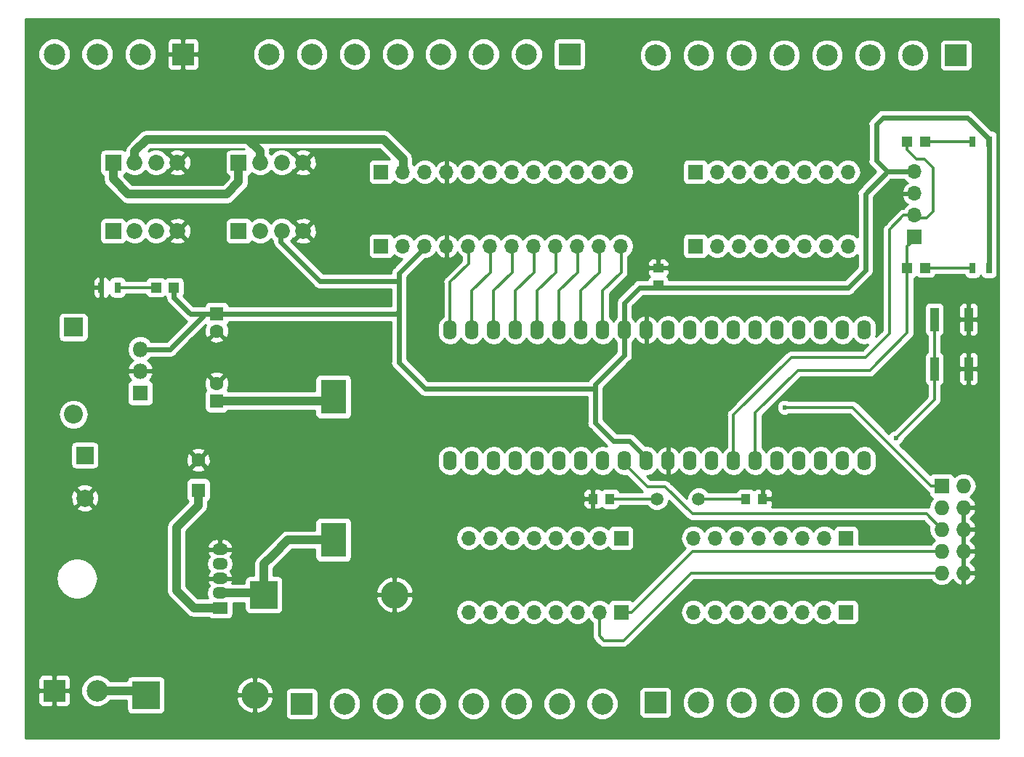
<source format=gbr>
G04 #@! TF.GenerationSoftware,KiCad,Pcbnew,5.0.1*
G04 #@! TF.CreationDate,2019-03-20T15:41:13+05:30*
G04 #@! TF.ProjectId,OpenPLC_V2,4F70656E504C435F56322E6B69636164,rev?*
G04 #@! TF.SameCoordinates,Original*
G04 #@! TF.FileFunction,Copper,L1,Top,Signal*
G04 #@! TF.FilePolarity,Positive*
%FSLAX46Y46*%
G04 Gerber Fmt 4.6, Leading zero omitted, Abs format (unit mm)*
G04 Created by KiCad (PCBNEW 5.0.1) date Wed 20 Mar 2019 03:41:13 PM IST*
%MOMM*%
%LPD*%
G01*
G04 APERTURE LIST*
G04 #@! TA.AperFunction,ComponentPad*
%ADD10C,2.500000*%
G04 #@! TD*
G04 #@! TA.AperFunction,ComponentPad*
%ADD11R,2.500000X2.500000*%
G04 #@! TD*
G04 #@! TA.AperFunction,ComponentPad*
%ADD12O,1.600000X2.300000*%
G04 #@! TD*
G04 #@! TA.AperFunction,ComponentPad*
%ADD13R,1.727200X1.727200*%
G04 #@! TD*
G04 #@! TA.AperFunction,ComponentPad*
%ADD14O,1.727200X1.727200*%
G04 #@! TD*
G04 #@! TA.AperFunction,ComponentPad*
%ADD15O,1.700000X1.700000*%
G04 #@! TD*
G04 #@! TA.AperFunction,ComponentPad*
%ADD16R,1.700000X1.700000*%
G04 #@! TD*
G04 #@! TA.AperFunction,ComponentPad*
%ADD17C,1.501140*%
G04 #@! TD*
G04 #@! TA.AperFunction,SMDPad,CuDef*
%ADD18R,1.198880X1.198880*%
G04 #@! TD*
G04 #@! TA.AperFunction,SMDPad,CuDef*
%ADD19R,1.250000X1.000000*%
G04 #@! TD*
G04 #@! TA.AperFunction,SMDPad,CuDef*
%ADD20R,1.000000X1.250000*%
G04 #@! TD*
G04 #@! TA.AperFunction,ComponentPad*
%ADD21R,1.600000X1.600000*%
G04 #@! TD*
G04 #@! TA.AperFunction,ComponentPad*
%ADD22C,1.600000*%
G04 #@! TD*
G04 #@! TA.AperFunction,ComponentPad*
%ADD23O,2.200000X2.200000*%
G04 #@! TD*
G04 #@! TA.AperFunction,ComponentPad*
%ADD24R,2.200000X2.200000*%
G04 #@! TD*
G04 #@! TA.AperFunction,ComponentPad*
%ADD25O,1.800000X1.800000*%
G04 #@! TD*
G04 #@! TA.AperFunction,ComponentPad*
%ADD26R,1.800000X1.800000*%
G04 #@! TD*
G04 #@! TA.AperFunction,ComponentPad*
%ADD27O,3.200000X3.200000*%
G04 #@! TD*
G04 #@! TA.AperFunction,ComponentPad*
%ADD28R,3.200000X3.200000*%
G04 #@! TD*
G04 #@! TA.AperFunction,SMDPad,CuDef*
%ADD29R,3.000000X4.000000*%
G04 #@! TD*
G04 #@! TA.AperFunction,ComponentPad*
%ADD30C,2.000000*%
G04 #@! TD*
G04 #@! TA.AperFunction,ComponentPad*
%ADD31R,2.000000X2.000000*%
G04 #@! TD*
G04 #@! TA.AperFunction,SMDPad,CuDef*
%ADD32R,0.700000X1.300000*%
G04 #@! TD*
G04 #@! TA.AperFunction,SMDPad,CuDef*
%ADD33R,1.000000X2.750000*%
G04 #@! TD*
G04 #@! TA.AperFunction,ComponentPad*
%ADD34O,1.800000X1.350000*%
G04 #@! TD*
G04 #@! TA.AperFunction,ComponentPad*
%ADD35R,1.800000X1.350000*%
G04 #@! TD*
G04 #@! TA.AperFunction,ComponentPad*
%ADD36R,1.850000X1.850000*%
G04 #@! TD*
G04 #@! TA.AperFunction,ComponentPad*
%ADD37C,1.850000*%
G04 #@! TD*
G04 #@! TA.AperFunction,ViaPad*
%ADD38C,0.600000*%
G04 #@! TD*
G04 #@! TA.AperFunction,Conductor*
%ADD39C,1.000000*%
G04 #@! TD*
G04 #@! TA.AperFunction,Conductor*
%ADD40C,0.600000*%
G04 #@! TD*
G04 #@! TA.AperFunction,Conductor*
%ADD41C,0.350000*%
G04 #@! TD*
G04 #@! TA.AperFunction,Conductor*
%ADD42C,0.254000*%
G04 #@! TD*
G04 APERTURE END LIST*
D10*
G04 #@! TO.P,J6,8*
G04 #@! TO.N,/A0*
X121026500Y-44704000D03*
G04 #@! TO.P,J6,7*
G04 #@! TO.N,/A1*
X126026500Y-44704000D03*
G04 #@! TO.P,J6,6*
G04 #@! TO.N,/A2*
X131026500Y-44704000D03*
G04 #@! TO.P,J6,5*
G04 #@! TO.N,/A3*
X136026500Y-44704000D03*
G04 #@! TO.P,J6,4*
G04 #@! TO.N,/A4*
X141026500Y-44704000D03*
G04 #@! TO.P,J6,3*
G04 #@! TO.N,/A5*
X146026500Y-44704000D03*
D11*
G04 #@! TO.P,J6,1*
G04 #@! TO.N,/A7*
X156026500Y-44704000D03*
D10*
G04 #@! TO.P,J6,2*
G04 #@! TO.N,/A6*
X151026500Y-44704000D03*
G04 #@! TD*
D12*
G04 #@! TO.P,IC1,1*
G04 #@! TO.N,/B0*
X142113000Y-92075000D03*
G04 #@! TO.P,IC1,2*
G04 #@! TO.N,/B1*
X144653000Y-92075000D03*
G04 #@! TO.P,IC1,3*
G04 #@! TO.N,/B2*
X147193000Y-92075000D03*
G04 #@! TO.P,IC1,4*
G04 #@! TO.N,/B3*
X149733000Y-92075000D03*
G04 #@! TO.P,IC1,5*
G04 #@! TO.N,/B4*
X152273000Y-92075000D03*
G04 #@! TO.P,IC1,6*
G04 #@! TO.N,/MOSI*
X154813000Y-92075000D03*
G04 #@! TO.P,IC1,7*
G04 #@! TO.N,/MISO*
X157353000Y-92075000D03*
G04 #@! TO.P,IC1,8*
G04 #@! TO.N,/SCK*
X159893000Y-92075000D03*
G04 #@! TO.P,IC1,9*
G04 #@! TO.N,/RST*
X162433000Y-92075000D03*
G04 #@! TO.P,IC1,10*
G04 #@! TO.N,5V*
X164973000Y-92075000D03*
G04 #@! TO.P,IC1,11*
G04 #@! TO.N,GND*
X167513000Y-92075000D03*
G04 #@! TO.P,IC1,12*
G04 #@! TO.N,Net-(C7-Pad2)*
X170053000Y-92075000D03*
G04 #@! TO.P,IC1,13*
G04 #@! TO.N,Net-(C8-Pad2)*
X172593000Y-92075000D03*
G04 #@! TO.P,IC1,14*
G04 #@! TO.N,/RX*
X175133000Y-92075000D03*
G04 #@! TO.P,IC1,15*
G04 #@! TO.N,/TX*
X177673000Y-92075000D03*
G04 #@! TO.P,IC1,16*
G04 #@! TO.N,/D2*
X180213000Y-92075000D03*
G04 #@! TO.P,IC1,17*
G04 #@! TO.N,/D3*
X182753000Y-92075000D03*
G04 #@! TO.P,IC1,18*
G04 #@! TO.N,/D4*
X185293000Y-92075000D03*
G04 #@! TO.P,IC1,19*
G04 #@! TO.N,/D5*
X187833000Y-92075000D03*
G04 #@! TO.P,IC1,20*
G04 #@! TO.N,/D6*
X190373000Y-92075000D03*
G04 #@! TO.P,IC1,21*
G04 #@! TO.N,/D7*
X190373000Y-76835000D03*
G04 #@! TO.P,IC1,22*
G04 #@! TO.N,/C0*
X187833000Y-76835000D03*
G04 #@! TO.P,IC1,23*
G04 #@! TO.N,/C1*
X185293000Y-76835000D03*
G04 #@! TO.P,IC1,24*
G04 #@! TO.N,/C2*
X182753000Y-76835000D03*
G04 #@! TO.P,IC1,25*
G04 #@! TO.N,/C3*
X180213000Y-76835000D03*
G04 #@! TO.P,IC1,26*
G04 #@! TO.N,/C4*
X177673000Y-76835000D03*
G04 #@! TO.P,IC1,27*
G04 #@! TO.N,/C5*
X175133000Y-76835000D03*
G04 #@! TO.P,IC1,28*
G04 #@! TO.N,/C6*
X172593000Y-76835000D03*
G04 #@! TO.P,IC1,29*
G04 #@! TO.N,/C7*
X170053000Y-76835000D03*
G04 #@! TO.P,IC1,30*
G04 #@! TO.N,5V*
X167513000Y-76835000D03*
G04 #@! TO.P,IC1,31*
G04 #@! TO.N,GND*
X164973000Y-76835000D03*
G04 #@! TO.P,IC1,32*
G04 #@! TO.N,5V*
X162433000Y-76835000D03*
G04 #@! TO.P,IC1,33*
G04 #@! TO.N,/A7*
X159893000Y-76835000D03*
G04 #@! TO.P,IC1,34*
G04 #@! TO.N,/A6*
X157353000Y-76835000D03*
G04 #@! TO.P,IC1,35*
G04 #@! TO.N,/A5*
X154813000Y-76835000D03*
G04 #@! TO.P,IC1,36*
G04 #@! TO.N,/A4*
X152273000Y-76835000D03*
G04 #@! TO.P,IC1,37*
G04 #@! TO.N,/A3*
X149733000Y-76835000D03*
G04 #@! TO.P,IC1,38*
G04 #@! TO.N,/A2*
X147193000Y-76835000D03*
G04 #@! TO.P,IC1,39*
G04 #@! TO.N,/A1*
X144653000Y-76835000D03*
G04 #@! TO.P,IC1,40*
G04 #@! TO.N,/A0*
X142113000Y-76835000D03*
G04 #@! TD*
D13*
G04 #@! TO.P,CON2,1*
G04 #@! TO.N,/MOSI*
X199390000Y-94996000D03*
D14*
G04 #@! TO.P,CON2,2*
G04 #@! TO.N,5V*
X201930000Y-94996000D03*
G04 #@! TO.P,CON2,3*
G04 #@! TO.N,Net-(CON2-Pad3)*
X199390000Y-97536000D03*
G04 #@! TO.P,CON2,4*
G04 #@! TO.N,GND*
X201930000Y-97536000D03*
G04 #@! TO.P,CON2,5*
G04 #@! TO.N,/RST*
X199390000Y-100076000D03*
G04 #@! TO.P,CON2,6*
G04 #@! TO.N,GND*
X201930000Y-100076000D03*
G04 #@! TO.P,CON2,7*
G04 #@! TO.N,/SCK*
X199390000Y-102616000D03*
G04 #@! TO.P,CON2,8*
G04 #@! TO.N,GND*
X201930000Y-102616000D03*
G04 #@! TO.P,CON2,9*
G04 #@! TO.N,/MISO*
X199390000Y-105156000D03*
G04 #@! TO.P,CON2,10*
G04 #@! TO.N,GND*
X201930000Y-105156000D03*
G04 #@! TD*
D15*
G04 #@! TO.P,P11,8*
G04 #@! TO.N,/RX*
X170465430Y-101092000D03*
G04 #@! TO.P,P11,7*
G04 #@! TO.N,/TX*
X173005430Y-101092000D03*
G04 #@! TO.P,P11,6*
G04 #@! TO.N,/D2*
X175545430Y-101092000D03*
G04 #@! TO.P,P11,5*
G04 #@! TO.N,/D3*
X178085430Y-101092000D03*
G04 #@! TO.P,P11,4*
G04 #@! TO.N,/D4*
X180625430Y-101092000D03*
G04 #@! TO.P,P11,3*
G04 #@! TO.N,/D5*
X183165430Y-101092000D03*
G04 #@! TO.P,P11,2*
G04 #@! TO.N,/D6*
X185705430Y-101092000D03*
D16*
G04 #@! TO.P,P11,1*
G04 #@! TO.N,/D7*
X188245430Y-101092000D03*
G04 #@! TD*
D10*
G04 #@! TO.P,J5,4*
G04 #@! TO.N,24V*
X96012000Y-44704000D03*
G04 #@! TO.P,J5,3*
G04 #@! TO.N,12V*
X101012000Y-44704000D03*
D11*
G04 #@! TO.P,J5,1*
G04 #@! TO.N,GND*
X111012000Y-44704000D03*
D10*
G04 #@! TO.P,J5,2*
G04 #@! TO.N,5V*
X106012000Y-44704000D03*
G04 #@! TD*
D17*
G04 #@! TO.P,Y1,1*
G04 #@! TO.N,Net-(C7-Pad2)*
X166204900Y-96514920D03*
G04 #@! TO.P,Y1,2*
G04 #@! TO.N,Net-(C8-Pad2)*
X171086780Y-96514920D03*
G04 #@! TD*
D10*
G04 #@! TO.P,P5,8*
G04 #@! TO.N,/C7*
X166041000Y-44831000D03*
G04 #@! TO.P,P5,7*
G04 #@! TO.N,/C6*
X171041000Y-44831000D03*
G04 #@! TO.P,P5,6*
G04 #@! TO.N,/C5*
X176041000Y-44831000D03*
G04 #@! TO.P,P5,5*
G04 #@! TO.N,/C4*
X181041000Y-44831000D03*
G04 #@! TO.P,P5,4*
G04 #@! TO.N,/C3*
X186041000Y-44831000D03*
G04 #@! TO.P,P5,3*
G04 #@! TO.N,/C2*
X191041000Y-44831000D03*
D11*
G04 #@! TO.P,P5,1*
G04 #@! TO.N,/C0*
X201041000Y-44831000D03*
D10*
G04 #@! TO.P,P5,2*
G04 #@! TO.N,/C1*
X196041000Y-44831000D03*
G04 #@! TD*
D18*
G04 #@! TO.P,D37,2*
G04 #@! TO.N,Net-(D37-Pad2)*
X197485440Y-69596000D03*
G04 #@! TO.P,D37,1*
G04 #@! TO.N,/TX*
X195387400Y-69596000D03*
G04 #@! TD*
D10*
G04 #@! TO.P,P6,2*
G04 #@! TO.N,/TX*
X171041000Y-120269000D03*
D11*
G04 #@! TO.P,P6,1*
G04 #@! TO.N,/RX*
X166041000Y-120269000D03*
D10*
G04 #@! TO.P,P6,3*
G04 #@! TO.N,/D2*
X176041000Y-120269000D03*
G04 #@! TO.P,P6,4*
G04 #@! TO.N,/D3*
X181041000Y-120269000D03*
G04 #@! TO.P,P6,5*
G04 #@! TO.N,/D4*
X186041000Y-120269000D03*
G04 #@! TO.P,P6,6*
G04 #@! TO.N,/D5*
X191041000Y-120269000D03*
G04 #@! TO.P,P6,7*
G04 #@! TO.N,/D6*
X196041000Y-120269000D03*
G04 #@! TO.P,P6,8*
G04 #@! TO.N,/D7*
X201041000Y-120269000D03*
G04 #@! TD*
D19*
G04 #@! TO.P,C9,1*
G04 #@! TO.N,5V*
X166375000Y-71620000D03*
G04 #@! TO.P,C9,2*
G04 #@! TO.N,GND*
X166375000Y-69620000D03*
G04 #@! TD*
D20*
G04 #@! TO.P,C7,1*
G04 #@! TO.N,GND*
X158766000Y-96520000D03*
G04 #@! TO.P,C7,2*
G04 #@! TO.N,Net-(C7-Pad2)*
X160766000Y-96520000D03*
G04 #@! TD*
D10*
G04 #@! TO.P,powerIn1,2*
G04 #@! TO.N,24V*
X101012000Y-118872000D03*
D11*
G04 #@! TO.P,powerIn1,1*
G04 #@! TO.N,GND*
X96012000Y-118872000D03*
G04 #@! TD*
D21*
G04 #@! TO.P,C2,1*
G04 #@! TO.N,12V*
X114935000Y-85090000D03*
D22*
G04 #@! TO.P,C2,2*
G04 #@! TO.N,GND*
X114935000Y-83090000D03*
G04 #@! TD*
D23*
G04 #@! TO.P,D1,2*
G04 #@! TO.N,5V*
X98231960Y-86677500D03*
D24*
G04 #@! TO.P,D1,1*
G04 #@! TO.N,12V*
X98231960Y-76517500D03*
G04 #@! TD*
D16*
G04 #@! TO.P,P14,1*
G04 #@! TO.N,/C7*
X170688000Y-58420000D03*
D15*
G04 #@! TO.P,P14,2*
G04 #@! TO.N,/C6*
X173228000Y-58420000D03*
G04 #@! TO.P,P14,3*
G04 #@! TO.N,/C5*
X175768000Y-58420000D03*
G04 #@! TO.P,P14,4*
G04 #@! TO.N,/C4*
X178308000Y-58420000D03*
G04 #@! TO.P,P14,5*
G04 #@! TO.N,/C3*
X180848000Y-58420000D03*
G04 #@! TO.P,P14,6*
G04 #@! TO.N,/C2*
X183388000Y-58420000D03*
G04 #@! TO.P,P14,7*
G04 #@! TO.N,/C1*
X185928000Y-58420000D03*
G04 #@! TO.P,P14,8*
G04 #@! TO.N,/C0*
X188468000Y-58420000D03*
G04 #@! TD*
G04 #@! TO.P,P15,8*
G04 #@! TO.N,/RX*
X170465430Y-109728000D03*
G04 #@! TO.P,P15,7*
G04 #@! TO.N,/TX*
X173005430Y-109728000D03*
G04 #@! TO.P,P15,6*
G04 #@! TO.N,/D2*
X175545430Y-109728000D03*
G04 #@! TO.P,P15,5*
G04 #@! TO.N,/D3*
X178085430Y-109728000D03*
G04 #@! TO.P,P15,4*
G04 #@! TO.N,/D4*
X180625430Y-109728000D03*
G04 #@! TO.P,P15,3*
G04 #@! TO.N,/D5*
X183165430Y-109728000D03*
G04 #@! TO.P,P15,2*
G04 #@! TO.N,/D6*
X185705430Y-109728000D03*
D16*
G04 #@! TO.P,P15,1*
G04 #@! TO.N,/D7*
X188245430Y-109728000D03*
G04 #@! TD*
G04 #@! TO.P,P9,1*
G04 #@! TO.N,24V*
X134092000Y-67056000D03*
D15*
G04 #@! TO.P,P9,2*
G04 #@! TO.N,12V*
X136632000Y-67056000D03*
G04 #@! TO.P,P9,3*
G04 #@! TO.N,5V*
X139172000Y-67056000D03*
G04 #@! TO.P,P9,4*
G04 #@! TO.N,GND*
X141712000Y-67056000D03*
G04 #@! TO.P,P9,5*
G04 #@! TO.N,/A0*
X144252000Y-67056000D03*
G04 #@! TO.P,P9,6*
G04 #@! TO.N,/A1*
X146792000Y-67056000D03*
G04 #@! TO.P,P9,7*
G04 #@! TO.N,/A2*
X149332000Y-67056000D03*
G04 #@! TO.P,P9,8*
G04 #@! TO.N,/A3*
X151872000Y-67056000D03*
G04 #@! TO.P,P9,9*
G04 #@! TO.N,/A4*
X154412000Y-67056000D03*
G04 #@! TO.P,P9,10*
G04 #@! TO.N,/A5*
X156952000Y-67056000D03*
G04 #@! TO.P,P9,11*
G04 #@! TO.N,/A6*
X159492000Y-67056000D03*
G04 #@! TO.P,P9,12*
G04 #@! TO.N,/A7*
X162032000Y-67056000D03*
G04 #@! TD*
G04 #@! TO.P,P8,8*
G04 #@! TO.N,/B0*
X144262000Y-101092000D03*
G04 #@! TO.P,P8,7*
G04 #@! TO.N,/B1*
X146802000Y-101092000D03*
G04 #@! TO.P,P8,6*
G04 #@! TO.N,/B2*
X149342000Y-101092000D03*
G04 #@! TO.P,P8,5*
G04 #@! TO.N,/B3*
X151882000Y-101092000D03*
G04 #@! TO.P,P8,4*
G04 #@! TO.N,/B4*
X154422000Y-101092000D03*
G04 #@! TO.P,P8,3*
G04 #@! TO.N,/MOSI*
X156962000Y-101092000D03*
G04 #@! TO.P,P8,2*
G04 #@! TO.N,/MISO*
X159502000Y-101092000D03*
D16*
G04 #@! TO.P,P8,1*
G04 #@! TO.N,/SCK*
X162042000Y-101092000D03*
G04 #@! TD*
G04 #@! TO.P,P12,1*
G04 #@! TO.N,24V*
X134092000Y-58420000D03*
D15*
G04 #@! TO.P,P12,2*
G04 #@! TO.N,12V*
X136632000Y-58420000D03*
G04 #@! TO.P,P12,3*
G04 #@! TO.N,5V*
X139172000Y-58420000D03*
G04 #@! TO.P,P12,4*
G04 #@! TO.N,GND*
X141712000Y-58420000D03*
G04 #@! TO.P,P12,5*
G04 #@! TO.N,/A0*
X144252000Y-58420000D03*
G04 #@! TO.P,P12,6*
G04 #@! TO.N,/A1*
X146792000Y-58420000D03*
G04 #@! TO.P,P12,7*
G04 #@! TO.N,/A2*
X149332000Y-58420000D03*
G04 #@! TO.P,P12,8*
G04 #@! TO.N,/A3*
X151872000Y-58420000D03*
G04 #@! TO.P,P12,9*
G04 #@! TO.N,/A4*
X154412000Y-58420000D03*
G04 #@! TO.P,P12,10*
G04 #@! TO.N,/A5*
X156952000Y-58420000D03*
G04 #@! TO.P,P12,11*
G04 #@! TO.N,/A6*
X159492000Y-58420000D03*
G04 #@! TO.P,P12,12*
G04 #@! TO.N,/A7*
X162032000Y-58420000D03*
G04 #@! TD*
D25*
G04 #@! TO.P,U1,3*
G04 #@! TO.N,5V*
X106030000Y-79077500D03*
G04 #@! TO.P,U1,2*
G04 #@! TO.N,GND*
X106030000Y-81617500D03*
D26*
G04 #@! TO.P,U1,1*
G04 #@! TO.N,12V*
X106030000Y-84157500D03*
G04 #@! TD*
D16*
G04 #@! TO.P,P7,1*
G04 #@! TO.N,/TX*
X196160000Y-66030000D03*
D15*
G04 #@! TO.P,P7,2*
G04 #@! TO.N,/RX*
X196160000Y-63490000D03*
G04 #@! TO.P,P7,3*
G04 #@! TO.N,GND*
X196160000Y-60950000D03*
G04 #@! TO.P,P7,4*
G04 #@! TO.N,5V*
X196160000Y-58410000D03*
G04 #@! TD*
D27*
G04 #@! TO.P,D3,2*
G04 #@! TO.N,GND*
X135651200Y-107696000D03*
D28*
G04 #@! TO.P,D3,1*
G04 #@! TO.N,Net-(D3-Pad1)*
X120411200Y-107696000D03*
G04 #@! TD*
D15*
G04 #@! TO.P,P10,8*
G04 #@! TO.N,/C0*
X188468000Y-67056000D03*
G04 #@! TO.P,P10,7*
G04 #@! TO.N,/C1*
X185928000Y-67056000D03*
G04 #@! TO.P,P10,6*
G04 #@! TO.N,/C2*
X183388000Y-67056000D03*
G04 #@! TO.P,P10,5*
G04 #@! TO.N,/C3*
X180848000Y-67056000D03*
G04 #@! TO.P,P10,4*
G04 #@! TO.N,/C4*
X178308000Y-67056000D03*
G04 #@! TO.P,P10,3*
G04 #@! TO.N,/C5*
X175768000Y-67056000D03*
G04 #@! TO.P,P10,2*
G04 #@! TO.N,/C6*
X173228000Y-67056000D03*
D16*
G04 #@! TO.P,P10,1*
G04 #@! TO.N,/C7*
X170688000Y-67056000D03*
G04 #@! TD*
D29*
G04 #@! TO.P,L1,1*
G04 #@! TO.N,Net-(D3-Pad1)*
X128524000Y-101294000D03*
G04 #@! TO.P,L1,2*
G04 #@! TO.N,12V*
X128524000Y-84634000D03*
G04 #@! TD*
D30*
G04 #@! TO.P,Cout1,2*
G04 #@! TO.N,GND*
X99568000Y-96440000D03*
D31*
G04 #@! TO.P,Cout1,1*
G04 #@! TO.N,12V*
X99568000Y-91440000D03*
G04 #@! TD*
D32*
G04 #@! TO.P,R3,1*
G04 #@! TO.N,Net-(D2-Pad1)*
X103378000Y-71882000D03*
G04 #@! TO.P,R3,2*
G04 #@! TO.N,GND*
X101478000Y-71882000D03*
G04 #@! TD*
D10*
G04 #@! TO.P,P4,2*
G04 #@! TO.N,/B1*
X129841000Y-120396000D03*
D11*
G04 #@! TO.P,P4,1*
G04 #@! TO.N,/B0*
X124841000Y-120396000D03*
D10*
G04 #@! TO.P,P4,3*
G04 #@! TO.N,/B2*
X134841000Y-120396000D03*
G04 #@! TO.P,P4,4*
G04 #@! TO.N,/B3*
X139841000Y-120396000D03*
G04 #@! TO.P,P4,5*
G04 #@! TO.N,/B4*
X144841000Y-120396000D03*
G04 #@! TO.P,P4,6*
G04 #@! TO.N,/MOSI*
X149841000Y-120396000D03*
G04 #@! TO.P,P4,7*
G04 #@! TO.N,/MISO*
X154841000Y-120396000D03*
G04 #@! TO.P,P4,8*
G04 #@! TO.N,/SCK*
X159841000Y-120396000D03*
G04 #@! TD*
D21*
G04 #@! TO.P,C3,1*
G04 #@! TO.N,5V*
X114935000Y-74962000D03*
D22*
G04 #@! TO.P,C3,2*
G04 #@! TO.N,GND*
X114935000Y-76962000D03*
G04 #@! TD*
D20*
G04 #@! TO.P,C8,1*
G04 #@! TO.N,GND*
X178546000Y-96520000D03*
G04 #@! TO.P,C8,2*
G04 #@! TO.N,Net-(C8-Pad2)*
X176546000Y-96520000D03*
G04 #@! TD*
D32*
G04 #@! TO.P,R4,1*
G04 #@! TO.N,Net-(D36-Pad2)*
X202982000Y-54864000D03*
G04 #@! TO.P,R4,2*
G04 #@! TO.N,5V*
X204882000Y-54864000D03*
G04 #@! TD*
D18*
G04 #@! TO.P,D2,2*
G04 #@! TO.N,5V*
X109951520Y-71882000D03*
G04 #@! TO.P,D2,1*
G04 #@! TO.N,Net-(D2-Pad1)*
X107853480Y-71882000D03*
G04 #@! TD*
D27*
G04 #@! TO.P,D4,2*
G04 #@! TO.N,GND*
X119380000Y-119380000D03*
D28*
G04 #@! TO.P,D4,1*
G04 #@! TO.N,24V*
X106680000Y-119380000D03*
G04 #@! TD*
D21*
G04 #@! TO.P,Cin1,1*
G04 #@! TO.N,24V*
X112776000Y-95504000D03*
D22*
G04 #@! TO.P,Cin1,2*
G04 #@! TO.N,GND*
X112776000Y-92004000D03*
G04 #@! TD*
D33*
G04 #@! TO.P,SW1,1*
G04 #@! TO.N,GND*
X202535000Y-75613000D03*
X202535000Y-81363000D03*
G04 #@! TO.P,SW1,2*
G04 #@! TO.N,/RST*
X198535000Y-81363000D03*
X198535000Y-75613000D03*
G04 #@! TD*
D34*
G04 #@! TO.P,Regulator1,5*
G04 #@! TO.N,GND*
X115316000Y-102420000D03*
G04 #@! TO.P,Regulator1,4*
G04 #@! TO.N,12V*
X115316000Y-104120000D03*
G04 #@! TO.P,Regulator1,3*
G04 #@! TO.N,GND*
X115316000Y-105820000D03*
G04 #@! TO.P,Regulator1,2*
G04 #@! TO.N,Net-(D3-Pad1)*
X115316000Y-107520000D03*
D35*
G04 #@! TO.P,Regulator1,1*
G04 #@! TO.N,24V*
X115316000Y-109220000D03*
G04 #@! TD*
D36*
G04 #@! TO.P,J4,1*
G04 #@! TO.N,24V*
X117500400Y-65303400D03*
D37*
G04 #@! TO.P,J4,2*
G04 #@! TO.N,12V*
X120000400Y-65303400D03*
G04 #@! TO.P,J4,3*
G04 #@! TO.N,5V*
X122500400Y-65303400D03*
G04 #@! TO.P,J4,4*
G04 #@! TO.N,GND*
X125000400Y-65303400D03*
G04 #@! TD*
D36*
G04 #@! TO.P,J3,1*
G04 #@! TO.N,24V*
X102870000Y-65303400D03*
D37*
G04 #@! TO.P,J3,2*
G04 #@! TO.N,12V*
X105370000Y-65303400D03*
G04 #@! TO.P,J3,3*
G04 #@! TO.N,5V*
X107870000Y-65303400D03*
G04 #@! TO.P,J3,4*
G04 #@! TO.N,GND*
X110370000Y-65303400D03*
G04 #@! TD*
D15*
G04 #@! TO.P,P13,8*
G04 #@! TO.N,/B0*
X144262000Y-109728000D03*
G04 #@! TO.P,P13,7*
G04 #@! TO.N,/B1*
X146802000Y-109728000D03*
G04 #@! TO.P,P13,6*
G04 #@! TO.N,/B2*
X149342000Y-109728000D03*
G04 #@! TO.P,P13,5*
G04 #@! TO.N,/B3*
X151882000Y-109728000D03*
G04 #@! TO.P,P13,4*
G04 #@! TO.N,/B4*
X154422000Y-109728000D03*
G04 #@! TO.P,P13,3*
G04 #@! TO.N,/MOSI*
X156962000Y-109728000D03*
G04 #@! TO.P,P13,2*
G04 #@! TO.N,/MISO*
X159502000Y-109728000D03*
D16*
G04 #@! TO.P,P13,1*
G04 #@! TO.N,/SCK*
X162042000Y-109728000D03*
G04 #@! TD*
D36*
G04 #@! TO.P,J1,1*
G04 #@! TO.N,24V*
X102870000Y-57327800D03*
D37*
G04 #@! TO.P,J1,2*
G04 #@! TO.N,12V*
X105370000Y-57327800D03*
G04 #@! TO.P,J1,3*
G04 #@! TO.N,5V*
X107870000Y-57327800D03*
G04 #@! TO.P,J1,4*
G04 #@! TO.N,GND*
X110370000Y-57327800D03*
G04 #@! TD*
D32*
G04 #@! TO.P,R5,1*
G04 #@! TO.N,Net-(D37-Pad2)*
X202982000Y-69596000D03*
G04 #@! TO.P,R5,2*
G04 #@! TO.N,5V*
X204882000Y-69596000D03*
G04 #@! TD*
D37*
G04 #@! TO.P,J2,4*
G04 #@! TO.N,GND*
X125000400Y-57327800D03*
G04 #@! TO.P,J2,3*
G04 #@! TO.N,5V*
X122500400Y-57327800D03*
G04 #@! TO.P,J2,2*
G04 #@! TO.N,12V*
X120000400Y-57327800D03*
D36*
G04 #@! TO.P,J2,1*
G04 #@! TO.N,24V*
X117500400Y-57327800D03*
G04 #@! TD*
D18*
G04 #@! TO.P,D36,1*
G04 #@! TO.N,/RX*
X195387400Y-54864000D03*
G04 #@! TO.P,D36,2*
G04 #@! TO.N,Net-(D36-Pad2)*
X197485440Y-54864000D03*
G04 #@! TD*
D38*
G04 #@! TO.N,/MOSI*
X181102000Y-85852000D03*
G04 #@! TO.N,/RST*
X194056000Y-89408000D03*
G04 #@! TD*
D39*
G04 #@! TO.N,12V*
X136652000Y-56896000D02*
X136652000Y-58420000D01*
X134366000Y-54610000D02*
X136652000Y-56896000D01*
X118336747Y-54610000D02*
X134366000Y-54610000D01*
X114935000Y-85090000D02*
X128068000Y-85090000D01*
X128068000Y-85090000D02*
X128524000Y-84634000D01*
X120000400Y-56019653D02*
X118590747Y-54610000D01*
X118590747Y-54610000D02*
X118336747Y-54610000D01*
X120000400Y-57327800D02*
X120000400Y-56019653D01*
X106779653Y-54610000D02*
X118336747Y-54610000D01*
X105370000Y-57327800D02*
X105370000Y-56019653D01*
X105370000Y-56019653D02*
X106779653Y-54610000D01*
D40*
G04 #@! TO.N,5V*
X136144000Y-70256400D02*
X136144000Y-71628000D01*
X136144000Y-74676000D02*
X136144000Y-80645000D01*
X136144000Y-80645000D02*
X139192000Y-83693000D01*
X135858000Y-74962000D02*
X136144000Y-74676000D01*
X162433000Y-79756000D02*
X162433000Y-76835000D01*
X164846000Y-92202000D02*
X164973000Y-92075000D01*
X111832080Y-74962000D02*
X113598500Y-74962000D01*
X109951520Y-73081440D02*
X111832080Y-74962000D01*
X109951520Y-71882000D02*
X109951520Y-73081440D01*
X119380000Y-74962000D02*
X135858000Y-74962000D01*
X161163000Y-89789000D02*
X159004000Y-87630000D01*
X159004000Y-83185000D02*
X162433000Y-79756000D01*
X159004000Y-83693000D02*
X159004000Y-83185000D01*
X159004000Y-87630000D02*
X159004000Y-83693000D01*
X139192000Y-83693000D02*
X159004000Y-83693000D01*
X122398800Y-65252600D02*
X122398800Y-66560747D01*
X122398800Y-66560747D02*
X126958053Y-71120000D01*
X126958053Y-71120000D02*
X136144000Y-71120000D01*
X136144000Y-71628000D02*
X136144000Y-74676000D01*
X136144000Y-71120000D02*
X136144000Y-71628000D01*
X139192000Y-67056000D02*
X139192000Y-67208400D01*
X139192000Y-67208400D02*
X136144000Y-70256400D01*
X109483000Y-79077500D02*
X106030000Y-79077500D01*
X113598500Y-74962000D02*
X109483000Y-79077500D01*
X113598500Y-74962000D02*
X114935000Y-74962000D01*
X119380000Y-74962000D02*
X114935000Y-74962000D01*
X204882000Y-69596000D02*
X204882000Y-54864000D01*
X162433000Y-73660000D02*
X162433000Y-76835000D01*
X164211000Y-71882000D02*
X162433000Y-73660000D01*
X193050000Y-58410000D02*
X196215000Y-58410000D01*
X191897000Y-59563000D02*
X193050000Y-58410000D01*
X191770000Y-57130000D02*
X193050000Y-58410000D01*
X191770000Y-52832000D02*
X191770000Y-57130000D01*
X192532000Y-52070000D02*
X191770000Y-52832000D01*
X202388000Y-52070000D02*
X192532000Y-52070000D01*
X204882000Y-54864000D02*
X204882000Y-54564000D01*
X204882000Y-54564000D02*
X202388000Y-52070000D01*
X164973000Y-91725000D02*
X164973000Y-92075000D01*
X163037000Y-89789000D02*
X164973000Y-91725000D01*
X161163000Y-89789000D02*
X163037000Y-89789000D01*
X190500000Y-60960000D02*
X193050000Y-58410000D01*
X188468000Y-71882000D02*
X164211000Y-71882000D01*
X190500000Y-69342000D02*
X190500000Y-69850000D01*
X190500000Y-69850000D02*
X188468000Y-71882000D01*
X190500000Y-69342000D02*
X190500000Y-60960000D01*
D41*
G04 #@! TO.N,Net-(C7-Pad2)*
X161616000Y-96520000D02*
X166204900Y-96520000D01*
X160766000Y-96520000D02*
X161616000Y-96520000D01*
G04 #@! TO.N,Net-(C8-Pad2)*
X171091860Y-96520000D02*
X171086780Y-96514920D01*
X176546000Y-96520000D02*
X171091860Y-96520000D01*
G04 #@! TO.N,/MOSI*
X189032400Y-85852000D02*
X181102000Y-85852000D01*
X199390000Y-94996000D02*
X198176400Y-94996000D01*
X198176400Y-94996000D02*
X189032400Y-85852000D01*
G04 #@! TO.N,/RST*
X167137468Y-95088011D02*
X165096011Y-95088011D01*
X170339959Y-98290502D02*
X167137468Y-95088011D01*
X162433000Y-92425000D02*
X162433000Y-92075000D01*
X199390000Y-100076000D02*
X197604502Y-98290502D01*
X165096011Y-95088011D02*
X162433000Y-92425000D01*
X197604502Y-98290502D02*
X170339959Y-98290502D01*
X198535000Y-77338000D02*
X198535000Y-81363000D01*
X198535000Y-75613000D02*
X198535000Y-77338000D01*
X198535000Y-75613000D02*
X198535000Y-84929000D01*
X198535000Y-84929000D02*
X194056000Y-89408000D01*
G04 #@! TO.N,/SCK*
X163242000Y-109728000D02*
X162042000Y-109728000D01*
X170354000Y-102616000D02*
X163242000Y-109728000D01*
X199390000Y-102616000D02*
X170354000Y-102616000D01*
G04 #@! TO.N,/MISO*
X199390000Y-105156000D02*
X170180000Y-105156000D01*
X170180000Y-105156000D02*
X162560000Y-112776000D01*
X162550000Y-112776000D02*
X162296000Y-113030000D01*
X162560000Y-112776000D02*
X162550000Y-112776000D01*
X162296000Y-113030000D02*
X160020000Y-113030000D01*
X159502000Y-112512000D02*
X159502000Y-109728000D01*
X160020000Y-113030000D02*
X159502000Y-112512000D01*
G04 #@! TO.N,Net-(D2-Pad1)*
X103378000Y-71882000D02*
X104078000Y-71882000D01*
X104078000Y-71882000D02*
X107853480Y-71882000D01*
G04 #@! TO.N,/RX*
X197612000Y-63754000D02*
X196215000Y-63754000D01*
X195387400Y-55813440D02*
X196469960Y-56896000D01*
X195387400Y-54864000D02*
X195387400Y-55813440D01*
X196469960Y-56896000D02*
X197358000Y-56896000D01*
X197358000Y-56896000D02*
X198374000Y-57912000D01*
X198374000Y-57912000D02*
X198374000Y-62992000D01*
X198374000Y-62992000D02*
X197612000Y-63754000D01*
X175133000Y-86741000D02*
X175133000Y-92075000D01*
X194957919Y-63490000D02*
X193294000Y-65153919D01*
X196160000Y-63490000D02*
X194957919Y-63490000D01*
X193294000Y-65153919D02*
X193294000Y-77216000D01*
X190500000Y-80010000D02*
X181864000Y-80010000D01*
X193294000Y-77216000D02*
X190500000Y-80010000D01*
X181864000Y-80010000D02*
X175133000Y-86741000D01*
G04 #@! TO.N,/TX*
X195387400Y-67121600D02*
X196215000Y-66294000D01*
X195387400Y-69596000D02*
X195387400Y-67121600D01*
X195387400Y-69596000D02*
X195387400Y-77154600D01*
X195387400Y-77154600D02*
X191008000Y-81534000D01*
X191008000Y-81534000D02*
X182626000Y-81534000D01*
X177673000Y-86487000D02*
X177673000Y-92075000D01*
X182626000Y-81534000D02*
X177673000Y-86487000D01*
D39*
G04 #@! TO.N,24V*
X101012000Y-118872000D02*
X106172000Y-118872000D01*
X106172000Y-118872000D02*
X106680000Y-119380000D01*
X110236000Y-107188000D02*
X112268000Y-109220000D01*
X112268000Y-109220000D02*
X115316000Y-109220000D01*
X110236000Y-99844000D02*
X110236000Y-107188000D01*
X112776000Y-95504000D02*
X112776000Y-97304000D01*
X112776000Y-97304000D02*
X110236000Y-99844000D01*
X117500400Y-59588400D02*
X117500400Y-57327800D01*
X116078000Y-61010800D02*
X117500400Y-59588400D01*
X104628000Y-61010800D02*
X116078000Y-61010800D01*
X102870000Y-59252800D02*
X104628000Y-61010800D01*
X102870000Y-57327800D02*
X102870000Y-59252800D01*
D41*
G04 #@! TO.N,Net-(D36-Pad2)*
X197485440Y-54864000D02*
X202982000Y-54864000D01*
G04 #@! TO.N,Net-(D37-Pad2)*
X197485440Y-69596000D02*
X202982000Y-69596000D01*
G04 #@! TO.N,/D4*
X180848000Y-101377000D02*
X180848000Y-101092000D01*
G04 #@! TO.N,/C1*
X185674000Y-67310000D02*
X185928000Y-67056000D01*
G04 #@! TO.N,/C7*
X170307000Y-67437000D02*
X170688000Y-67056000D01*
G04 #@! TO.N,/A7*
X159893000Y-72263000D02*
X162052000Y-70104000D01*
X162052000Y-70104000D02*
X162052000Y-67056000D01*
X159893000Y-76835000D02*
X159893000Y-72263000D01*
G04 #@! TO.N,/A6*
X157353000Y-72263000D02*
X159512000Y-70104000D01*
X159512000Y-70104000D02*
X159512000Y-67056000D01*
X157353000Y-76835000D02*
X157353000Y-72263000D01*
G04 #@! TO.N,/A5*
X154813000Y-72263000D02*
X156972000Y-70104000D01*
X156972000Y-70104000D02*
X156972000Y-67056000D01*
X154813000Y-76835000D02*
X154813000Y-72263000D01*
G04 #@! TO.N,/A4*
X152273000Y-72263000D02*
X154432000Y-70104000D01*
X154432000Y-70104000D02*
X154432000Y-67056000D01*
X152273000Y-76835000D02*
X152273000Y-72263000D01*
G04 #@! TO.N,/A3*
X149733000Y-72263000D02*
X151892000Y-70104000D01*
X151892000Y-70104000D02*
X151892000Y-67056000D01*
X149733000Y-76835000D02*
X149733000Y-72263000D01*
G04 #@! TO.N,/A2*
X147193000Y-72263000D02*
X149352000Y-70104000D01*
X149352000Y-70104000D02*
X149352000Y-67056000D01*
X147193000Y-76835000D02*
X147193000Y-72263000D01*
G04 #@! TO.N,/A1*
X146812000Y-70104000D02*
X146812000Y-67056000D01*
X144653000Y-76835000D02*
X144653000Y-72263000D01*
X144653000Y-72263000D02*
X146812000Y-70104000D01*
G04 #@! TO.N,/A0*
X144272000Y-69088000D02*
X144272000Y-67056000D01*
X142113000Y-71247000D02*
X144272000Y-69088000D01*
X142113000Y-76835000D02*
X142113000Y-71247000D01*
X144272000Y-67056000D02*
X144322800Y-67056000D01*
G04 #@! TO.N,Net-(D3-Pad1)*
X121236000Y-107520000D02*
X121412000Y-107696000D01*
D39*
X123242000Y-101294000D02*
X121412000Y-103124000D01*
X128524000Y-101294000D02*
X123242000Y-101294000D01*
X120411200Y-104124800D02*
X120411200Y-107696000D01*
X121412000Y-103124000D02*
X120411200Y-104124800D01*
X120235200Y-107520000D02*
X120411200Y-107696000D01*
X115316000Y-107520000D02*
X120235200Y-107520000D01*
G04 #@! TD*
D42*
G04 #@! TO.N,GND*
G36*
X206046001Y-124385000D02*
X92658000Y-124385000D01*
X92658000Y-119157750D01*
X94127000Y-119157750D01*
X94127000Y-120248310D01*
X94223673Y-120481699D01*
X94402302Y-120660327D01*
X94635691Y-120757000D01*
X95726250Y-120757000D01*
X95885000Y-120598250D01*
X95885000Y-118999000D01*
X96139000Y-118999000D01*
X96139000Y-120598250D01*
X96297750Y-120757000D01*
X97388309Y-120757000D01*
X97621698Y-120660327D01*
X97800327Y-120481699D01*
X97897000Y-120248310D01*
X97897000Y-119157750D01*
X97738250Y-118999000D01*
X96139000Y-118999000D01*
X95885000Y-118999000D01*
X94285750Y-118999000D01*
X94127000Y-119157750D01*
X92658000Y-119157750D01*
X92658000Y-117495690D01*
X94127000Y-117495690D01*
X94127000Y-118586250D01*
X94285750Y-118745000D01*
X95885000Y-118745000D01*
X95885000Y-117145750D01*
X96139000Y-117145750D01*
X96139000Y-118745000D01*
X97738250Y-118745000D01*
X97897000Y-118586250D01*
X97897000Y-118497050D01*
X99127000Y-118497050D01*
X99127000Y-119246950D01*
X99413974Y-119939767D01*
X99944233Y-120470026D01*
X100637050Y-120757000D01*
X101386950Y-120757000D01*
X102079767Y-120470026D01*
X102542793Y-120007000D01*
X104432560Y-120007000D01*
X104432560Y-120980000D01*
X104481843Y-121227765D01*
X104622191Y-121437809D01*
X104832235Y-121578157D01*
X105080000Y-121627440D01*
X108280000Y-121627440D01*
X108527765Y-121578157D01*
X108737809Y-121437809D01*
X108878157Y-121227765D01*
X108927440Y-120980000D01*
X108927440Y-119854503D01*
X117195950Y-119854503D01*
X117500114Y-120588836D01*
X118105813Y-121216220D01*
X118905496Y-121564056D01*
X119253000Y-121452645D01*
X119253000Y-119507000D01*
X119507000Y-119507000D01*
X119507000Y-121452645D01*
X119854504Y-121564056D01*
X120654187Y-121216220D01*
X121259886Y-120588836D01*
X121564050Y-119854503D01*
X121452362Y-119507000D01*
X119507000Y-119507000D01*
X119253000Y-119507000D01*
X117307638Y-119507000D01*
X117195950Y-119854503D01*
X108927440Y-119854503D01*
X108927440Y-118905497D01*
X117195950Y-118905497D01*
X117307638Y-119253000D01*
X119253000Y-119253000D01*
X119253000Y-117307355D01*
X119507000Y-117307355D01*
X119507000Y-119253000D01*
X121452362Y-119253000D01*
X121486751Y-119146000D01*
X122943560Y-119146000D01*
X122943560Y-121646000D01*
X122992843Y-121893765D01*
X123133191Y-122103809D01*
X123343235Y-122244157D01*
X123591000Y-122293440D01*
X126091000Y-122293440D01*
X126338765Y-122244157D01*
X126548809Y-122103809D01*
X126689157Y-121893765D01*
X126738440Y-121646000D01*
X126738440Y-120021050D01*
X127956000Y-120021050D01*
X127956000Y-120770950D01*
X128242974Y-121463767D01*
X128773233Y-121994026D01*
X129466050Y-122281000D01*
X130215950Y-122281000D01*
X130908767Y-121994026D01*
X131439026Y-121463767D01*
X131726000Y-120770950D01*
X131726000Y-120021050D01*
X132956000Y-120021050D01*
X132956000Y-120770950D01*
X133242974Y-121463767D01*
X133773233Y-121994026D01*
X134466050Y-122281000D01*
X135215950Y-122281000D01*
X135908767Y-121994026D01*
X136439026Y-121463767D01*
X136726000Y-120770950D01*
X136726000Y-120021050D01*
X137956000Y-120021050D01*
X137956000Y-120770950D01*
X138242974Y-121463767D01*
X138773233Y-121994026D01*
X139466050Y-122281000D01*
X140215950Y-122281000D01*
X140908767Y-121994026D01*
X141439026Y-121463767D01*
X141726000Y-120770950D01*
X141726000Y-120021050D01*
X142956000Y-120021050D01*
X142956000Y-120770950D01*
X143242974Y-121463767D01*
X143773233Y-121994026D01*
X144466050Y-122281000D01*
X145215950Y-122281000D01*
X145908767Y-121994026D01*
X146439026Y-121463767D01*
X146726000Y-120770950D01*
X146726000Y-120021050D01*
X147956000Y-120021050D01*
X147956000Y-120770950D01*
X148242974Y-121463767D01*
X148773233Y-121994026D01*
X149466050Y-122281000D01*
X150215950Y-122281000D01*
X150908767Y-121994026D01*
X151439026Y-121463767D01*
X151726000Y-120770950D01*
X151726000Y-120021050D01*
X152956000Y-120021050D01*
X152956000Y-120770950D01*
X153242974Y-121463767D01*
X153773233Y-121994026D01*
X154466050Y-122281000D01*
X155215950Y-122281000D01*
X155908767Y-121994026D01*
X156439026Y-121463767D01*
X156726000Y-120770950D01*
X156726000Y-120021050D01*
X157956000Y-120021050D01*
X157956000Y-120770950D01*
X158242974Y-121463767D01*
X158773233Y-121994026D01*
X159466050Y-122281000D01*
X160215950Y-122281000D01*
X160908767Y-121994026D01*
X161439026Y-121463767D01*
X161726000Y-120770950D01*
X161726000Y-120021050D01*
X161439026Y-119328233D01*
X161129793Y-119019000D01*
X164143560Y-119019000D01*
X164143560Y-121519000D01*
X164192843Y-121766765D01*
X164333191Y-121976809D01*
X164543235Y-122117157D01*
X164791000Y-122166440D01*
X167291000Y-122166440D01*
X167538765Y-122117157D01*
X167748809Y-121976809D01*
X167889157Y-121766765D01*
X167938440Y-121519000D01*
X167938440Y-119894050D01*
X169156000Y-119894050D01*
X169156000Y-120643950D01*
X169442974Y-121336767D01*
X169973233Y-121867026D01*
X170666050Y-122154000D01*
X171415950Y-122154000D01*
X172108767Y-121867026D01*
X172639026Y-121336767D01*
X172926000Y-120643950D01*
X172926000Y-119894050D01*
X174156000Y-119894050D01*
X174156000Y-120643950D01*
X174442974Y-121336767D01*
X174973233Y-121867026D01*
X175666050Y-122154000D01*
X176415950Y-122154000D01*
X177108767Y-121867026D01*
X177639026Y-121336767D01*
X177926000Y-120643950D01*
X177926000Y-119894050D01*
X179156000Y-119894050D01*
X179156000Y-120643950D01*
X179442974Y-121336767D01*
X179973233Y-121867026D01*
X180666050Y-122154000D01*
X181415950Y-122154000D01*
X182108767Y-121867026D01*
X182639026Y-121336767D01*
X182926000Y-120643950D01*
X182926000Y-119894050D01*
X184156000Y-119894050D01*
X184156000Y-120643950D01*
X184442974Y-121336767D01*
X184973233Y-121867026D01*
X185666050Y-122154000D01*
X186415950Y-122154000D01*
X187108767Y-121867026D01*
X187639026Y-121336767D01*
X187926000Y-120643950D01*
X187926000Y-119894050D01*
X189156000Y-119894050D01*
X189156000Y-120643950D01*
X189442974Y-121336767D01*
X189973233Y-121867026D01*
X190666050Y-122154000D01*
X191415950Y-122154000D01*
X192108767Y-121867026D01*
X192639026Y-121336767D01*
X192926000Y-120643950D01*
X192926000Y-119894050D01*
X194156000Y-119894050D01*
X194156000Y-120643950D01*
X194442974Y-121336767D01*
X194973233Y-121867026D01*
X195666050Y-122154000D01*
X196415950Y-122154000D01*
X197108767Y-121867026D01*
X197639026Y-121336767D01*
X197926000Y-120643950D01*
X197926000Y-119894050D01*
X199156000Y-119894050D01*
X199156000Y-120643950D01*
X199442974Y-121336767D01*
X199973233Y-121867026D01*
X200666050Y-122154000D01*
X201415950Y-122154000D01*
X202108767Y-121867026D01*
X202639026Y-121336767D01*
X202926000Y-120643950D01*
X202926000Y-119894050D01*
X202639026Y-119201233D01*
X202108767Y-118670974D01*
X201415950Y-118384000D01*
X200666050Y-118384000D01*
X199973233Y-118670974D01*
X199442974Y-119201233D01*
X199156000Y-119894050D01*
X197926000Y-119894050D01*
X197639026Y-119201233D01*
X197108767Y-118670974D01*
X196415950Y-118384000D01*
X195666050Y-118384000D01*
X194973233Y-118670974D01*
X194442974Y-119201233D01*
X194156000Y-119894050D01*
X192926000Y-119894050D01*
X192639026Y-119201233D01*
X192108767Y-118670974D01*
X191415950Y-118384000D01*
X190666050Y-118384000D01*
X189973233Y-118670974D01*
X189442974Y-119201233D01*
X189156000Y-119894050D01*
X187926000Y-119894050D01*
X187639026Y-119201233D01*
X187108767Y-118670974D01*
X186415950Y-118384000D01*
X185666050Y-118384000D01*
X184973233Y-118670974D01*
X184442974Y-119201233D01*
X184156000Y-119894050D01*
X182926000Y-119894050D01*
X182639026Y-119201233D01*
X182108767Y-118670974D01*
X181415950Y-118384000D01*
X180666050Y-118384000D01*
X179973233Y-118670974D01*
X179442974Y-119201233D01*
X179156000Y-119894050D01*
X177926000Y-119894050D01*
X177639026Y-119201233D01*
X177108767Y-118670974D01*
X176415950Y-118384000D01*
X175666050Y-118384000D01*
X174973233Y-118670974D01*
X174442974Y-119201233D01*
X174156000Y-119894050D01*
X172926000Y-119894050D01*
X172639026Y-119201233D01*
X172108767Y-118670974D01*
X171415950Y-118384000D01*
X170666050Y-118384000D01*
X169973233Y-118670974D01*
X169442974Y-119201233D01*
X169156000Y-119894050D01*
X167938440Y-119894050D01*
X167938440Y-119019000D01*
X167889157Y-118771235D01*
X167748809Y-118561191D01*
X167538765Y-118420843D01*
X167291000Y-118371560D01*
X164791000Y-118371560D01*
X164543235Y-118420843D01*
X164333191Y-118561191D01*
X164192843Y-118771235D01*
X164143560Y-119019000D01*
X161129793Y-119019000D01*
X160908767Y-118797974D01*
X160215950Y-118511000D01*
X159466050Y-118511000D01*
X158773233Y-118797974D01*
X158242974Y-119328233D01*
X157956000Y-120021050D01*
X156726000Y-120021050D01*
X156439026Y-119328233D01*
X155908767Y-118797974D01*
X155215950Y-118511000D01*
X154466050Y-118511000D01*
X153773233Y-118797974D01*
X153242974Y-119328233D01*
X152956000Y-120021050D01*
X151726000Y-120021050D01*
X151439026Y-119328233D01*
X150908767Y-118797974D01*
X150215950Y-118511000D01*
X149466050Y-118511000D01*
X148773233Y-118797974D01*
X148242974Y-119328233D01*
X147956000Y-120021050D01*
X146726000Y-120021050D01*
X146439026Y-119328233D01*
X145908767Y-118797974D01*
X145215950Y-118511000D01*
X144466050Y-118511000D01*
X143773233Y-118797974D01*
X143242974Y-119328233D01*
X142956000Y-120021050D01*
X141726000Y-120021050D01*
X141439026Y-119328233D01*
X140908767Y-118797974D01*
X140215950Y-118511000D01*
X139466050Y-118511000D01*
X138773233Y-118797974D01*
X138242974Y-119328233D01*
X137956000Y-120021050D01*
X136726000Y-120021050D01*
X136439026Y-119328233D01*
X135908767Y-118797974D01*
X135215950Y-118511000D01*
X134466050Y-118511000D01*
X133773233Y-118797974D01*
X133242974Y-119328233D01*
X132956000Y-120021050D01*
X131726000Y-120021050D01*
X131439026Y-119328233D01*
X130908767Y-118797974D01*
X130215950Y-118511000D01*
X129466050Y-118511000D01*
X128773233Y-118797974D01*
X128242974Y-119328233D01*
X127956000Y-120021050D01*
X126738440Y-120021050D01*
X126738440Y-119146000D01*
X126689157Y-118898235D01*
X126548809Y-118688191D01*
X126338765Y-118547843D01*
X126091000Y-118498560D01*
X123591000Y-118498560D01*
X123343235Y-118547843D01*
X123133191Y-118688191D01*
X122992843Y-118898235D01*
X122943560Y-119146000D01*
X121486751Y-119146000D01*
X121564050Y-118905497D01*
X121259886Y-118171164D01*
X120654187Y-117543780D01*
X119854504Y-117195944D01*
X119507000Y-117307355D01*
X119253000Y-117307355D01*
X118905496Y-117195944D01*
X118105813Y-117543780D01*
X117500114Y-118171164D01*
X117195950Y-118905497D01*
X108927440Y-118905497D01*
X108927440Y-117780000D01*
X108878157Y-117532235D01*
X108737809Y-117322191D01*
X108527765Y-117181843D01*
X108280000Y-117132560D01*
X105080000Y-117132560D01*
X104832235Y-117181843D01*
X104622191Y-117322191D01*
X104481843Y-117532235D01*
X104441113Y-117737000D01*
X102542793Y-117737000D01*
X102079767Y-117273974D01*
X101386950Y-116987000D01*
X100637050Y-116987000D01*
X99944233Y-117273974D01*
X99413974Y-117804233D01*
X99127000Y-118497050D01*
X97897000Y-118497050D01*
X97897000Y-117495690D01*
X97800327Y-117262301D01*
X97621698Y-117083673D01*
X97388309Y-116987000D01*
X96297750Y-116987000D01*
X96139000Y-117145750D01*
X95885000Y-117145750D01*
X95726250Y-116987000D01*
X94635691Y-116987000D01*
X94402302Y-117083673D01*
X94223673Y-117262301D01*
X94127000Y-117495690D01*
X92658000Y-117495690D01*
X92658000Y-105820000D01*
X96224276Y-105820000D01*
X96409380Y-106750580D01*
X96936511Y-107539489D01*
X97725420Y-108066620D01*
X98421103Y-108205000D01*
X98890897Y-108205000D01*
X99586580Y-108066620D01*
X100375489Y-107539489D01*
X100902620Y-106750580D01*
X101087724Y-105820000D01*
X100902620Y-104889420D01*
X100375489Y-104100511D01*
X99586580Y-103573380D01*
X98890897Y-103435000D01*
X98421103Y-103435000D01*
X97725420Y-103573380D01*
X96936511Y-104100511D01*
X96409380Y-104889420D01*
X96224276Y-105820000D01*
X92658000Y-105820000D01*
X92658000Y-99844000D01*
X109078765Y-99844000D01*
X109101000Y-99955783D01*
X109101001Y-107076212D01*
X109078765Y-107188000D01*
X109166854Y-107630854D01*
X109232085Y-107728478D01*
X109417712Y-108006289D01*
X109512480Y-108069611D01*
X111386389Y-109943521D01*
X111449711Y-110038289D01*
X111825145Y-110289146D01*
X112268000Y-110377235D01*
X112379783Y-110355000D01*
X113961470Y-110355000D01*
X114168235Y-110493157D01*
X114416000Y-110542440D01*
X116216000Y-110542440D01*
X116463765Y-110493157D01*
X116673809Y-110352809D01*
X116814157Y-110142765D01*
X116863440Y-109895000D01*
X116863440Y-108655000D01*
X118163760Y-108655000D01*
X118163760Y-109296000D01*
X118213043Y-109543765D01*
X118353391Y-109753809D01*
X118563435Y-109894157D01*
X118811200Y-109943440D01*
X122011200Y-109943440D01*
X122258965Y-109894157D01*
X122469009Y-109753809D01*
X122609357Y-109543765D01*
X122658640Y-109296000D01*
X122658640Y-108170503D01*
X133467150Y-108170503D01*
X133771314Y-108904836D01*
X134377013Y-109532220D01*
X135176696Y-109880056D01*
X135524200Y-109768645D01*
X135524200Y-107823000D01*
X135778200Y-107823000D01*
X135778200Y-109768645D01*
X136125704Y-109880056D01*
X136925387Y-109532220D01*
X137531086Y-108904836D01*
X137835250Y-108170503D01*
X137723562Y-107823000D01*
X135778200Y-107823000D01*
X135524200Y-107823000D01*
X133578838Y-107823000D01*
X133467150Y-108170503D01*
X122658640Y-108170503D01*
X122658640Y-107221497D01*
X133467150Y-107221497D01*
X133578838Y-107569000D01*
X135524200Y-107569000D01*
X135524200Y-105623355D01*
X135778200Y-105623355D01*
X135778200Y-107569000D01*
X137723562Y-107569000D01*
X137835250Y-107221497D01*
X137531086Y-106487164D01*
X136925387Y-105859780D01*
X136125704Y-105511944D01*
X135778200Y-105623355D01*
X135524200Y-105623355D01*
X135176696Y-105511944D01*
X134377013Y-105859780D01*
X133771314Y-106487164D01*
X133467150Y-107221497D01*
X122658640Y-107221497D01*
X122658640Y-106096000D01*
X122609357Y-105848235D01*
X122469009Y-105638191D01*
X122258965Y-105497843D01*
X122011200Y-105448560D01*
X121546200Y-105448560D01*
X121546200Y-104594931D01*
X122293608Y-103847524D01*
X122293610Y-103847521D01*
X123712132Y-102429000D01*
X126376560Y-102429000D01*
X126376560Y-103294000D01*
X126425843Y-103541765D01*
X126566191Y-103751809D01*
X126776235Y-103892157D01*
X127024000Y-103941440D01*
X130024000Y-103941440D01*
X130271765Y-103892157D01*
X130481809Y-103751809D01*
X130622157Y-103541765D01*
X130671440Y-103294000D01*
X130671440Y-101092000D01*
X142747908Y-101092000D01*
X142863161Y-101671418D01*
X143191375Y-102162625D01*
X143682582Y-102490839D01*
X144115744Y-102577000D01*
X144408256Y-102577000D01*
X144841418Y-102490839D01*
X145332625Y-102162625D01*
X145532000Y-101864239D01*
X145731375Y-102162625D01*
X146222582Y-102490839D01*
X146655744Y-102577000D01*
X146948256Y-102577000D01*
X147381418Y-102490839D01*
X147872625Y-102162625D01*
X148072000Y-101864239D01*
X148271375Y-102162625D01*
X148762582Y-102490839D01*
X149195744Y-102577000D01*
X149488256Y-102577000D01*
X149921418Y-102490839D01*
X150412625Y-102162625D01*
X150612000Y-101864239D01*
X150811375Y-102162625D01*
X151302582Y-102490839D01*
X151735744Y-102577000D01*
X152028256Y-102577000D01*
X152461418Y-102490839D01*
X152952625Y-102162625D01*
X153152000Y-101864239D01*
X153351375Y-102162625D01*
X153842582Y-102490839D01*
X154275744Y-102577000D01*
X154568256Y-102577000D01*
X155001418Y-102490839D01*
X155492625Y-102162625D01*
X155692000Y-101864239D01*
X155891375Y-102162625D01*
X156382582Y-102490839D01*
X156815744Y-102577000D01*
X157108256Y-102577000D01*
X157541418Y-102490839D01*
X158032625Y-102162625D01*
X158232000Y-101864239D01*
X158431375Y-102162625D01*
X158922582Y-102490839D01*
X159355744Y-102577000D01*
X159648256Y-102577000D01*
X160081418Y-102490839D01*
X160572625Y-102162625D01*
X160584816Y-102144381D01*
X160593843Y-102189765D01*
X160734191Y-102399809D01*
X160944235Y-102540157D01*
X161192000Y-102589440D01*
X162892000Y-102589440D01*
X163139765Y-102540157D01*
X163349809Y-102399809D01*
X163490157Y-102189765D01*
X163539440Y-101942000D01*
X163539440Y-100242000D01*
X163490157Y-99994235D01*
X163349809Y-99784191D01*
X163139765Y-99643843D01*
X162892000Y-99594560D01*
X161192000Y-99594560D01*
X160944235Y-99643843D01*
X160734191Y-99784191D01*
X160593843Y-99994235D01*
X160584816Y-100039619D01*
X160572625Y-100021375D01*
X160081418Y-99693161D01*
X159648256Y-99607000D01*
X159355744Y-99607000D01*
X158922582Y-99693161D01*
X158431375Y-100021375D01*
X158232000Y-100319761D01*
X158032625Y-100021375D01*
X157541418Y-99693161D01*
X157108256Y-99607000D01*
X156815744Y-99607000D01*
X156382582Y-99693161D01*
X155891375Y-100021375D01*
X155692000Y-100319761D01*
X155492625Y-100021375D01*
X155001418Y-99693161D01*
X154568256Y-99607000D01*
X154275744Y-99607000D01*
X153842582Y-99693161D01*
X153351375Y-100021375D01*
X153152000Y-100319761D01*
X152952625Y-100021375D01*
X152461418Y-99693161D01*
X152028256Y-99607000D01*
X151735744Y-99607000D01*
X151302582Y-99693161D01*
X150811375Y-100021375D01*
X150612000Y-100319761D01*
X150412625Y-100021375D01*
X149921418Y-99693161D01*
X149488256Y-99607000D01*
X149195744Y-99607000D01*
X148762582Y-99693161D01*
X148271375Y-100021375D01*
X148072000Y-100319761D01*
X147872625Y-100021375D01*
X147381418Y-99693161D01*
X146948256Y-99607000D01*
X146655744Y-99607000D01*
X146222582Y-99693161D01*
X145731375Y-100021375D01*
X145532000Y-100319761D01*
X145332625Y-100021375D01*
X144841418Y-99693161D01*
X144408256Y-99607000D01*
X144115744Y-99607000D01*
X143682582Y-99693161D01*
X143191375Y-100021375D01*
X142863161Y-100512582D01*
X142747908Y-101092000D01*
X130671440Y-101092000D01*
X130671440Y-99294000D01*
X130622157Y-99046235D01*
X130481809Y-98836191D01*
X130271765Y-98695843D01*
X130024000Y-98646560D01*
X127024000Y-98646560D01*
X126776235Y-98695843D01*
X126566191Y-98836191D01*
X126425843Y-99046235D01*
X126376560Y-99294000D01*
X126376560Y-100159000D01*
X123353783Y-100159000D01*
X123242000Y-100136765D01*
X123130217Y-100159000D01*
X122799145Y-100224854D01*
X122423711Y-100475711D01*
X122360389Y-100570479D01*
X120688479Y-102242390D01*
X120688476Y-102242392D01*
X119687681Y-103243187D01*
X119592911Y-103306511D01*
X119402021Y-103592199D01*
X119342054Y-103681946D01*
X119253965Y-104124800D01*
X119276200Y-104236583D01*
X119276200Y-105448560D01*
X118811200Y-105448560D01*
X118563435Y-105497843D01*
X118353391Y-105638191D01*
X118213043Y-105848235D01*
X118163760Y-106096000D01*
X118163760Y-106385000D01*
X116706245Y-106385000D01*
X116796529Y-106222210D01*
X116808910Y-106149400D01*
X116685224Y-105947000D01*
X115443000Y-105947000D01*
X115443000Y-105967000D01*
X115189000Y-105967000D01*
X115189000Y-105947000D01*
X113946776Y-105947000D01*
X113823090Y-106149400D01*
X113835471Y-106222210D01*
X114083641Y-106669682D01*
X113857007Y-107008864D01*
X113755336Y-107520000D01*
X113857007Y-108031136D01*
X113892998Y-108085000D01*
X112738132Y-108085000D01*
X111371000Y-106717869D01*
X111371000Y-104120000D01*
X113755336Y-104120000D01*
X113857007Y-104631136D01*
X114083641Y-104970318D01*
X113835471Y-105417790D01*
X113823090Y-105490600D01*
X113946776Y-105693000D01*
X115189000Y-105693000D01*
X115189000Y-105673000D01*
X115443000Y-105673000D01*
X115443000Y-105693000D01*
X116685224Y-105693000D01*
X116808910Y-105490600D01*
X116796529Y-105417790D01*
X116548359Y-104970318D01*
X116774993Y-104631136D01*
X116876664Y-104120000D01*
X116774993Y-103608864D01*
X116548359Y-103269682D01*
X116796529Y-102822210D01*
X116808910Y-102749400D01*
X116685224Y-102547000D01*
X115443000Y-102547000D01*
X115443000Y-102567000D01*
X115189000Y-102567000D01*
X115189000Y-102547000D01*
X113946776Y-102547000D01*
X113823090Y-102749400D01*
X113835471Y-102822210D01*
X114083641Y-103269682D01*
X113857007Y-103608864D01*
X113755336Y-104120000D01*
X111371000Y-104120000D01*
X111371000Y-102090600D01*
X113823090Y-102090600D01*
X113946776Y-102293000D01*
X115189000Y-102293000D01*
X115189000Y-101264017D01*
X115443000Y-101264017D01*
X115443000Y-102293000D01*
X116685224Y-102293000D01*
X116808910Y-102090600D01*
X116796529Y-102017790D01*
X116547038Y-101567936D01*
X116144387Y-101247801D01*
X115649876Y-101106123D01*
X115443000Y-101264017D01*
X115189000Y-101264017D01*
X114982124Y-101106123D01*
X114487613Y-101247801D01*
X114084962Y-101567936D01*
X113835471Y-102017790D01*
X113823090Y-102090600D01*
X111371000Y-102090600D01*
X111371000Y-100314131D01*
X113499521Y-98185611D01*
X113594289Y-98122289D01*
X113845146Y-97746855D01*
X113911000Y-97415783D01*
X113933235Y-97304001D01*
X113911000Y-97192219D01*
X113911000Y-96843868D01*
X113968047Y-96805750D01*
X157631000Y-96805750D01*
X157631000Y-97271310D01*
X157727673Y-97504699D01*
X157906302Y-97683327D01*
X158139691Y-97780000D01*
X158480250Y-97780000D01*
X158639000Y-97621250D01*
X158639000Y-96647000D01*
X157789750Y-96647000D01*
X157631000Y-96805750D01*
X113968047Y-96805750D01*
X114033809Y-96761809D01*
X114174157Y-96551765D01*
X114223440Y-96304000D01*
X114223440Y-95768690D01*
X157631000Y-95768690D01*
X157631000Y-96234250D01*
X157789750Y-96393000D01*
X158639000Y-96393000D01*
X158639000Y-95418750D01*
X158480250Y-95260000D01*
X158139691Y-95260000D01*
X157906302Y-95356673D01*
X157727673Y-95535301D01*
X157631000Y-95768690D01*
X114223440Y-95768690D01*
X114223440Y-94704000D01*
X114174157Y-94456235D01*
X114033809Y-94246191D01*
X113823765Y-94105843D01*
X113576000Y-94056560D01*
X111976000Y-94056560D01*
X111728235Y-94105843D01*
X111518191Y-94246191D01*
X111377843Y-94456235D01*
X111328560Y-94704000D01*
X111328560Y-96304000D01*
X111377843Y-96551765D01*
X111518191Y-96761809D01*
X111635006Y-96839863D01*
X109512482Y-98962387D01*
X109417711Y-99025711D01*
X109233734Y-99301053D01*
X109166854Y-99401146D01*
X109078765Y-99844000D01*
X92658000Y-99844000D01*
X92658000Y-97592532D01*
X98595073Y-97592532D01*
X98693736Y-97859387D01*
X99303461Y-98085908D01*
X99953460Y-98061856D01*
X100442264Y-97859387D01*
X100540927Y-97592532D01*
X99568000Y-96619605D01*
X98595073Y-97592532D01*
X92658000Y-97592532D01*
X92658000Y-96175461D01*
X97922092Y-96175461D01*
X97946144Y-96825460D01*
X98148613Y-97314264D01*
X98415468Y-97412927D01*
X99388395Y-96440000D01*
X99747605Y-96440000D01*
X100720532Y-97412927D01*
X100987387Y-97314264D01*
X101213908Y-96704539D01*
X101189856Y-96054540D01*
X100987387Y-95565736D01*
X100720532Y-95467073D01*
X99747605Y-96440000D01*
X99388395Y-96440000D01*
X98415468Y-95467073D01*
X98148613Y-95565736D01*
X97922092Y-96175461D01*
X92658000Y-96175461D01*
X92658000Y-95287468D01*
X98595073Y-95287468D01*
X99568000Y-96260395D01*
X100540927Y-95287468D01*
X100442264Y-95020613D01*
X99832539Y-94794092D01*
X99182540Y-94818144D01*
X98693736Y-95020613D01*
X98595073Y-95287468D01*
X92658000Y-95287468D01*
X92658000Y-90440000D01*
X97920560Y-90440000D01*
X97920560Y-92440000D01*
X97969843Y-92687765D01*
X98110191Y-92897809D01*
X98320235Y-93038157D01*
X98568000Y-93087440D01*
X100568000Y-93087440D01*
X100815765Y-93038157D01*
X100855293Y-93011745D01*
X111947861Y-93011745D01*
X112021995Y-93257864D01*
X112559223Y-93450965D01*
X113129454Y-93423778D01*
X113530005Y-93257864D01*
X113604139Y-93011745D01*
X112776000Y-92183605D01*
X111947861Y-93011745D01*
X100855293Y-93011745D01*
X101025809Y-92897809D01*
X101166157Y-92687765D01*
X101215440Y-92440000D01*
X101215440Y-91787223D01*
X111329035Y-91787223D01*
X111356222Y-92357454D01*
X111522136Y-92758005D01*
X111768255Y-92832139D01*
X112596395Y-92004000D01*
X112955605Y-92004000D01*
X113783745Y-92832139D01*
X114029864Y-92758005D01*
X114222965Y-92220777D01*
X114195778Y-91650546D01*
X114029864Y-91249995D01*
X113783745Y-91175861D01*
X112955605Y-92004000D01*
X112596395Y-92004000D01*
X111768255Y-91175861D01*
X111522136Y-91249995D01*
X111329035Y-91787223D01*
X101215440Y-91787223D01*
X101215440Y-90996255D01*
X111947861Y-90996255D01*
X112776000Y-91824395D01*
X113604139Y-90996255D01*
X113530005Y-90750136D01*
X112992777Y-90557035D01*
X112422546Y-90584222D01*
X112021995Y-90750136D01*
X111947861Y-90996255D01*
X101215440Y-90996255D01*
X101215440Y-90440000D01*
X101166157Y-90192235D01*
X101025809Y-89982191D01*
X100815765Y-89841843D01*
X100568000Y-89792560D01*
X98568000Y-89792560D01*
X98320235Y-89841843D01*
X98110191Y-89982191D01*
X97969843Y-90192235D01*
X97920560Y-90440000D01*
X92658000Y-90440000D01*
X92658000Y-86677500D01*
X96462970Y-86677500D01*
X96597626Y-87354463D01*
X96981095Y-87928365D01*
X97554997Y-88311834D01*
X98061080Y-88412500D01*
X98402840Y-88412500D01*
X98908923Y-88311834D01*
X99482825Y-87928365D01*
X99866294Y-87354463D01*
X100000950Y-86677500D01*
X99866294Y-86000537D01*
X99482825Y-85426635D01*
X98908923Y-85043166D01*
X98402840Y-84942500D01*
X98061080Y-84942500D01*
X97554997Y-85043166D01*
X96981095Y-85426635D01*
X96597626Y-86000537D01*
X96462970Y-86677500D01*
X92658000Y-86677500D01*
X92658000Y-83257500D01*
X104482560Y-83257500D01*
X104482560Y-85057500D01*
X104531843Y-85305265D01*
X104672191Y-85515309D01*
X104882235Y-85655657D01*
X105130000Y-85704940D01*
X106930000Y-85704940D01*
X107177765Y-85655657D01*
X107387809Y-85515309D01*
X107528157Y-85305265D01*
X107577440Y-85057500D01*
X107577440Y-84290000D01*
X113487560Y-84290000D01*
X113487560Y-85890000D01*
X113536843Y-86137765D01*
X113677191Y-86347809D01*
X113887235Y-86488157D01*
X114135000Y-86537440D01*
X115735000Y-86537440D01*
X115982765Y-86488157D01*
X116192809Y-86347809D01*
X116274868Y-86225000D01*
X126376560Y-86225000D01*
X126376560Y-86634000D01*
X126425843Y-86881765D01*
X126566191Y-87091809D01*
X126776235Y-87232157D01*
X127024000Y-87281440D01*
X130024000Y-87281440D01*
X130271765Y-87232157D01*
X130481809Y-87091809D01*
X130622157Y-86881765D01*
X130671440Y-86634000D01*
X130671440Y-82634000D01*
X130622157Y-82386235D01*
X130481809Y-82176191D01*
X130271765Y-82035843D01*
X130024000Y-81986560D01*
X127024000Y-81986560D01*
X126776235Y-82035843D01*
X126566191Y-82176191D01*
X126425843Y-82386235D01*
X126376560Y-82634000D01*
X126376560Y-83955000D01*
X116274868Y-83955000D01*
X116193005Y-83832484D01*
X116381965Y-83306777D01*
X116354778Y-82736546D01*
X116188864Y-82335995D01*
X115942745Y-82261861D01*
X115114605Y-83090000D01*
X115128748Y-83104142D01*
X114949143Y-83283748D01*
X114935000Y-83269605D01*
X114920858Y-83283748D01*
X114741252Y-83104142D01*
X114755395Y-83090000D01*
X113927255Y-82261861D01*
X113681136Y-82335995D01*
X113488035Y-82873223D01*
X113515222Y-83443454D01*
X113676605Y-83833067D01*
X113536843Y-84042235D01*
X113487560Y-84290000D01*
X107577440Y-84290000D01*
X107577440Y-83257500D01*
X107528157Y-83009735D01*
X107387809Y-82799691D01*
X107177765Y-82659343D01*
X107131502Y-82650141D01*
X107267966Y-82525076D01*
X107474417Y-82082255D01*
X114106861Y-82082255D01*
X114935000Y-82910395D01*
X115763139Y-82082255D01*
X115689005Y-81836136D01*
X115151777Y-81643035D01*
X114581546Y-81670222D01*
X114180995Y-81836136D01*
X114106861Y-82082255D01*
X107474417Y-82082255D01*
X107521046Y-81982242D01*
X107400997Y-81744500D01*
X106157000Y-81744500D01*
X106157000Y-81764500D01*
X105903000Y-81764500D01*
X105903000Y-81744500D01*
X104659003Y-81744500D01*
X104538954Y-81982242D01*
X104792034Y-82525076D01*
X104928498Y-82650141D01*
X104882235Y-82659343D01*
X104672191Y-82799691D01*
X104531843Y-83009735D01*
X104482560Y-83257500D01*
X92658000Y-83257500D01*
X92658000Y-75417500D01*
X96484520Y-75417500D01*
X96484520Y-77617500D01*
X96533803Y-77865265D01*
X96674151Y-78075309D01*
X96884195Y-78215657D01*
X97131960Y-78264940D01*
X99331960Y-78264940D01*
X99579725Y-78215657D01*
X99789769Y-78075309D01*
X99930117Y-77865265D01*
X99979400Y-77617500D01*
X99979400Y-75417500D01*
X99930117Y-75169735D01*
X99789769Y-74959691D01*
X99579725Y-74819343D01*
X99331960Y-74770060D01*
X97131960Y-74770060D01*
X96884195Y-74819343D01*
X96674151Y-74959691D01*
X96533803Y-75169735D01*
X96484520Y-75417500D01*
X92658000Y-75417500D01*
X92658000Y-72167750D01*
X100493000Y-72167750D01*
X100493000Y-72658310D01*
X100589673Y-72891699D01*
X100768302Y-73070327D01*
X101001691Y-73167000D01*
X101192250Y-73167000D01*
X101351000Y-73008250D01*
X101351000Y-72009000D01*
X100651750Y-72009000D01*
X100493000Y-72167750D01*
X92658000Y-72167750D01*
X92658000Y-71105690D01*
X100493000Y-71105690D01*
X100493000Y-71596250D01*
X100651750Y-71755000D01*
X101351000Y-71755000D01*
X101351000Y-70755750D01*
X101605000Y-70755750D01*
X101605000Y-71755000D01*
X101625000Y-71755000D01*
X101625000Y-72009000D01*
X101605000Y-72009000D01*
X101605000Y-73008250D01*
X101763750Y-73167000D01*
X101954309Y-73167000D01*
X102187698Y-73070327D01*
X102366327Y-72891699D01*
X102424279Y-72751791D01*
X102429843Y-72779765D01*
X102570191Y-72989809D01*
X102780235Y-73130157D01*
X103028000Y-73179440D01*
X103728000Y-73179440D01*
X103975765Y-73130157D01*
X104185809Y-72989809D01*
X104326157Y-72779765D01*
X104343614Y-72692000D01*
X106648483Y-72692000D01*
X106655883Y-72729205D01*
X106796231Y-72939249D01*
X107006275Y-73079597D01*
X107254040Y-73128880D01*
X108452920Y-73128880D01*
X108700685Y-73079597D01*
X108902500Y-72944747D01*
X109010975Y-73017229D01*
X108998203Y-73081440D01*
X109070770Y-73446258D01*
X109213588Y-73660000D01*
X109277424Y-73755537D01*
X109355490Y-73807699D01*
X111105821Y-75558031D01*
X111157983Y-75636097D01*
X111424220Y-75813991D01*
X109095711Y-78142500D01*
X107251381Y-78142500D01*
X107136673Y-77970827D01*
X106628927Y-77631562D01*
X106181182Y-77542500D01*
X105878818Y-77542500D01*
X105431073Y-77631562D01*
X104923327Y-77970827D01*
X104584062Y-78478573D01*
X104464928Y-79077500D01*
X104584062Y-79676427D01*
X104923327Y-80184173D01*
X105179174Y-80355124D01*
X104792034Y-80709924D01*
X104538954Y-81252758D01*
X104659003Y-81490500D01*
X105903000Y-81490500D01*
X105903000Y-81470500D01*
X106157000Y-81470500D01*
X106157000Y-81490500D01*
X107400997Y-81490500D01*
X107521046Y-81252758D01*
X107267966Y-80709924D01*
X106880826Y-80355124D01*
X107136673Y-80184173D01*
X107251381Y-80012500D01*
X109390914Y-80012500D01*
X109483000Y-80030817D01*
X109575086Y-80012500D01*
X109847819Y-79958250D01*
X110157097Y-79751597D01*
X110209261Y-79673528D01*
X111913044Y-77969745D01*
X114106861Y-77969745D01*
X114180995Y-78215864D01*
X114718223Y-78408965D01*
X115288454Y-78381778D01*
X115689005Y-78215864D01*
X115763139Y-77969745D01*
X114935000Y-77141605D01*
X114106861Y-77969745D01*
X111913044Y-77969745D01*
X113671499Y-76211291D01*
X113676995Y-76219516D01*
X113488035Y-76745223D01*
X113515222Y-77315454D01*
X113681136Y-77716005D01*
X113927255Y-77790139D01*
X114755395Y-76962000D01*
X114741252Y-76947858D01*
X114920858Y-76768253D01*
X114935000Y-76782395D01*
X114949143Y-76768253D01*
X115128748Y-76947858D01*
X115114605Y-76962000D01*
X115942745Y-77790139D01*
X116188864Y-77716005D01*
X116381965Y-77178777D01*
X116354778Y-76608546D01*
X116193395Y-76218933D01*
X116333157Y-76009765D01*
X116355587Y-75897000D01*
X135209000Y-75897000D01*
X135209001Y-80552910D01*
X135190683Y-80645000D01*
X135263250Y-81009818D01*
X135308307Y-81077250D01*
X135469904Y-81319097D01*
X135547970Y-81371259D01*
X138465741Y-84289031D01*
X138517903Y-84367097D01*
X138595969Y-84419259D01*
X138827181Y-84573750D01*
X139192000Y-84646317D01*
X139284086Y-84628000D01*
X158069001Y-84628000D01*
X158069000Y-87537914D01*
X158050683Y-87630000D01*
X158069000Y-87722085D01*
X158123250Y-87994818D01*
X158329903Y-88304097D01*
X158407972Y-88356261D01*
X160418033Y-90366323D01*
X159893000Y-90261887D01*
X159333091Y-90373260D01*
X158858423Y-90690424D01*
X158623000Y-91042759D01*
X158387576Y-90690423D01*
X157912908Y-90373260D01*
X157353000Y-90261887D01*
X156793091Y-90373260D01*
X156318423Y-90690424D01*
X156083000Y-91042759D01*
X155847576Y-90690423D01*
X155372908Y-90373260D01*
X154813000Y-90261887D01*
X154253091Y-90373260D01*
X153778423Y-90690424D01*
X153543000Y-91042759D01*
X153307576Y-90690423D01*
X152832908Y-90373260D01*
X152273000Y-90261887D01*
X151713091Y-90373260D01*
X151238423Y-90690424D01*
X151003000Y-91042759D01*
X150767576Y-90690423D01*
X150292908Y-90373260D01*
X149733000Y-90261887D01*
X149173091Y-90373260D01*
X148698423Y-90690424D01*
X148463000Y-91042759D01*
X148227576Y-90690423D01*
X147752908Y-90373260D01*
X147193000Y-90261887D01*
X146633091Y-90373260D01*
X146158423Y-90690424D01*
X145923000Y-91042759D01*
X145687576Y-90690423D01*
X145212908Y-90373260D01*
X144653000Y-90261887D01*
X144093091Y-90373260D01*
X143618423Y-90690424D01*
X143383000Y-91042759D01*
X143147576Y-90690423D01*
X142672908Y-90373260D01*
X142113000Y-90261887D01*
X141553091Y-90373260D01*
X141078423Y-90690424D01*
X140761260Y-91165092D01*
X140678000Y-91583668D01*
X140678000Y-92566333D01*
X140761260Y-92984909D01*
X141078424Y-93459577D01*
X141553092Y-93776740D01*
X142113000Y-93888113D01*
X142672909Y-93776740D01*
X143147577Y-93459577D01*
X143383000Y-93107241D01*
X143618424Y-93459577D01*
X144093092Y-93776740D01*
X144653000Y-93888113D01*
X145212909Y-93776740D01*
X145687577Y-93459577D01*
X145923000Y-93107241D01*
X146158424Y-93459577D01*
X146633092Y-93776740D01*
X147193000Y-93888113D01*
X147752909Y-93776740D01*
X148227577Y-93459577D01*
X148463000Y-93107241D01*
X148698424Y-93459577D01*
X149173092Y-93776740D01*
X149733000Y-93888113D01*
X150292909Y-93776740D01*
X150767577Y-93459577D01*
X151003000Y-93107241D01*
X151238424Y-93459577D01*
X151713092Y-93776740D01*
X152273000Y-93888113D01*
X152832909Y-93776740D01*
X153307577Y-93459577D01*
X153543000Y-93107241D01*
X153778424Y-93459577D01*
X154253092Y-93776740D01*
X154813000Y-93888113D01*
X155372909Y-93776740D01*
X155847577Y-93459577D01*
X156083000Y-93107241D01*
X156318424Y-93459577D01*
X156793092Y-93776740D01*
X157353000Y-93888113D01*
X157912909Y-93776740D01*
X158387577Y-93459577D01*
X158623000Y-93107241D01*
X158858424Y-93459577D01*
X159333092Y-93776740D01*
X159893000Y-93888113D01*
X160452909Y-93776740D01*
X160927577Y-93459577D01*
X161163000Y-93107241D01*
X161398424Y-93459577D01*
X161873092Y-93776740D01*
X162433000Y-93888113D01*
X162697907Y-93835420D01*
X164466845Y-95604358D01*
X164512034Y-95671988D01*
X164568923Y-95710000D01*
X161876642Y-95710000D01*
X161864157Y-95647235D01*
X161723809Y-95437191D01*
X161513765Y-95296843D01*
X161266000Y-95247560D01*
X160266000Y-95247560D01*
X160018235Y-95296843D01*
X159808191Y-95437191D01*
X159767346Y-95498320D01*
X159625698Y-95356673D01*
X159392309Y-95260000D01*
X159051750Y-95260000D01*
X158893000Y-95418750D01*
X158893000Y-96393000D01*
X158913000Y-96393000D01*
X158913000Y-96647000D01*
X158893000Y-96647000D01*
X158893000Y-97621250D01*
X159051750Y-97780000D01*
X159392309Y-97780000D01*
X159625698Y-97683327D01*
X159767346Y-97541680D01*
X159808191Y-97602809D01*
X160018235Y-97743157D01*
X160266000Y-97792440D01*
X161266000Y-97792440D01*
X161513765Y-97743157D01*
X161723809Y-97602809D01*
X161864157Y-97392765D01*
X161876642Y-97330000D01*
X165060488Y-97330000D01*
X165420038Y-97689550D01*
X165929293Y-97900490D01*
X166480507Y-97900490D01*
X166989762Y-97689550D01*
X167379530Y-97299782D01*
X167590470Y-96790527D01*
X167590470Y-96686525D01*
X169710793Y-98806849D01*
X169755982Y-98874479D01*
X170023913Y-99053505D01*
X170260185Y-99100502D01*
X170339958Y-99116370D01*
X170419731Y-99100502D01*
X197268990Y-99100502D01*
X197925493Y-99757005D01*
X197862041Y-100076000D01*
X197978350Y-100660725D01*
X198309570Y-101156430D01*
X198593281Y-101346000D01*
X198309570Y-101535570D01*
X198128874Y-101806000D01*
X189742870Y-101806000D01*
X189742870Y-100242000D01*
X189693587Y-99994235D01*
X189553239Y-99784191D01*
X189343195Y-99643843D01*
X189095430Y-99594560D01*
X187395430Y-99594560D01*
X187147665Y-99643843D01*
X186937621Y-99784191D01*
X186797273Y-99994235D01*
X186788246Y-100039619D01*
X186776055Y-100021375D01*
X186284848Y-99693161D01*
X185851686Y-99607000D01*
X185559174Y-99607000D01*
X185126012Y-99693161D01*
X184634805Y-100021375D01*
X184435430Y-100319761D01*
X184236055Y-100021375D01*
X183744848Y-99693161D01*
X183311686Y-99607000D01*
X183019174Y-99607000D01*
X182586012Y-99693161D01*
X182094805Y-100021375D01*
X181895430Y-100319761D01*
X181696055Y-100021375D01*
X181204848Y-99693161D01*
X180771686Y-99607000D01*
X180479174Y-99607000D01*
X180046012Y-99693161D01*
X179554805Y-100021375D01*
X179355430Y-100319761D01*
X179156055Y-100021375D01*
X178664848Y-99693161D01*
X178231686Y-99607000D01*
X177939174Y-99607000D01*
X177506012Y-99693161D01*
X177014805Y-100021375D01*
X176815430Y-100319761D01*
X176616055Y-100021375D01*
X176124848Y-99693161D01*
X175691686Y-99607000D01*
X175399174Y-99607000D01*
X174966012Y-99693161D01*
X174474805Y-100021375D01*
X174275430Y-100319761D01*
X174076055Y-100021375D01*
X173584848Y-99693161D01*
X173151686Y-99607000D01*
X172859174Y-99607000D01*
X172426012Y-99693161D01*
X171934805Y-100021375D01*
X171735430Y-100319761D01*
X171536055Y-100021375D01*
X171044848Y-99693161D01*
X170611686Y-99607000D01*
X170319174Y-99607000D01*
X169886012Y-99693161D01*
X169394805Y-100021375D01*
X169066591Y-100512582D01*
X168951338Y-101092000D01*
X169066591Y-101671418D01*
X169394805Y-102162625D01*
X169554894Y-102269593D01*
X163371634Y-108452854D01*
X163349809Y-108420191D01*
X163139765Y-108279843D01*
X162892000Y-108230560D01*
X161192000Y-108230560D01*
X160944235Y-108279843D01*
X160734191Y-108420191D01*
X160593843Y-108630235D01*
X160584816Y-108675619D01*
X160572625Y-108657375D01*
X160081418Y-108329161D01*
X159648256Y-108243000D01*
X159355744Y-108243000D01*
X158922582Y-108329161D01*
X158431375Y-108657375D01*
X158232000Y-108955761D01*
X158032625Y-108657375D01*
X157541418Y-108329161D01*
X157108256Y-108243000D01*
X156815744Y-108243000D01*
X156382582Y-108329161D01*
X155891375Y-108657375D01*
X155692000Y-108955761D01*
X155492625Y-108657375D01*
X155001418Y-108329161D01*
X154568256Y-108243000D01*
X154275744Y-108243000D01*
X153842582Y-108329161D01*
X153351375Y-108657375D01*
X153152000Y-108955761D01*
X152952625Y-108657375D01*
X152461418Y-108329161D01*
X152028256Y-108243000D01*
X151735744Y-108243000D01*
X151302582Y-108329161D01*
X150811375Y-108657375D01*
X150612000Y-108955761D01*
X150412625Y-108657375D01*
X149921418Y-108329161D01*
X149488256Y-108243000D01*
X149195744Y-108243000D01*
X148762582Y-108329161D01*
X148271375Y-108657375D01*
X148072000Y-108955761D01*
X147872625Y-108657375D01*
X147381418Y-108329161D01*
X146948256Y-108243000D01*
X146655744Y-108243000D01*
X146222582Y-108329161D01*
X145731375Y-108657375D01*
X145532000Y-108955761D01*
X145332625Y-108657375D01*
X144841418Y-108329161D01*
X144408256Y-108243000D01*
X144115744Y-108243000D01*
X143682582Y-108329161D01*
X143191375Y-108657375D01*
X142863161Y-109148582D01*
X142747908Y-109728000D01*
X142863161Y-110307418D01*
X143191375Y-110798625D01*
X143682582Y-111126839D01*
X144115744Y-111213000D01*
X144408256Y-111213000D01*
X144841418Y-111126839D01*
X145332625Y-110798625D01*
X145532000Y-110500239D01*
X145731375Y-110798625D01*
X146222582Y-111126839D01*
X146655744Y-111213000D01*
X146948256Y-111213000D01*
X147381418Y-111126839D01*
X147872625Y-110798625D01*
X148072000Y-110500239D01*
X148271375Y-110798625D01*
X148762582Y-111126839D01*
X149195744Y-111213000D01*
X149488256Y-111213000D01*
X149921418Y-111126839D01*
X150412625Y-110798625D01*
X150612000Y-110500239D01*
X150811375Y-110798625D01*
X151302582Y-111126839D01*
X151735744Y-111213000D01*
X152028256Y-111213000D01*
X152461418Y-111126839D01*
X152952625Y-110798625D01*
X153152000Y-110500239D01*
X153351375Y-110798625D01*
X153842582Y-111126839D01*
X154275744Y-111213000D01*
X154568256Y-111213000D01*
X155001418Y-111126839D01*
X155492625Y-110798625D01*
X155692000Y-110500239D01*
X155891375Y-110798625D01*
X156382582Y-111126839D01*
X156815744Y-111213000D01*
X157108256Y-111213000D01*
X157541418Y-111126839D01*
X158032625Y-110798625D01*
X158232000Y-110500239D01*
X158431375Y-110798625D01*
X158692001Y-110972769D01*
X158692000Y-112432227D01*
X158676132Y-112512000D01*
X158692000Y-112591773D01*
X158738997Y-112828045D01*
X158918023Y-113095977D01*
X158985655Y-113141168D01*
X159390834Y-113546347D01*
X159436023Y-113613977D01*
X159503652Y-113659165D01*
X159703953Y-113793003D01*
X160020000Y-113855868D01*
X160099774Y-113840000D01*
X162216227Y-113840000D01*
X162296000Y-113855868D01*
X162375773Y-113840000D01*
X162375774Y-113840000D01*
X162612046Y-113793003D01*
X162879977Y-113613977D01*
X162925168Y-113546344D01*
X163046207Y-113425305D01*
X163143977Y-113359977D01*
X163189168Y-113292344D01*
X166753512Y-109728000D01*
X168951338Y-109728000D01*
X169066591Y-110307418D01*
X169394805Y-110798625D01*
X169886012Y-111126839D01*
X170319174Y-111213000D01*
X170611686Y-111213000D01*
X171044848Y-111126839D01*
X171536055Y-110798625D01*
X171735430Y-110500239D01*
X171934805Y-110798625D01*
X172426012Y-111126839D01*
X172859174Y-111213000D01*
X173151686Y-111213000D01*
X173584848Y-111126839D01*
X174076055Y-110798625D01*
X174275430Y-110500239D01*
X174474805Y-110798625D01*
X174966012Y-111126839D01*
X175399174Y-111213000D01*
X175691686Y-111213000D01*
X176124848Y-111126839D01*
X176616055Y-110798625D01*
X176815430Y-110500239D01*
X177014805Y-110798625D01*
X177506012Y-111126839D01*
X177939174Y-111213000D01*
X178231686Y-111213000D01*
X178664848Y-111126839D01*
X179156055Y-110798625D01*
X179355430Y-110500239D01*
X179554805Y-110798625D01*
X180046012Y-111126839D01*
X180479174Y-111213000D01*
X180771686Y-111213000D01*
X181204848Y-111126839D01*
X181696055Y-110798625D01*
X181895430Y-110500239D01*
X182094805Y-110798625D01*
X182586012Y-111126839D01*
X183019174Y-111213000D01*
X183311686Y-111213000D01*
X183744848Y-111126839D01*
X184236055Y-110798625D01*
X184435430Y-110500239D01*
X184634805Y-110798625D01*
X185126012Y-111126839D01*
X185559174Y-111213000D01*
X185851686Y-111213000D01*
X186284848Y-111126839D01*
X186776055Y-110798625D01*
X186788246Y-110780381D01*
X186797273Y-110825765D01*
X186937621Y-111035809D01*
X187147665Y-111176157D01*
X187395430Y-111225440D01*
X189095430Y-111225440D01*
X189343195Y-111176157D01*
X189553239Y-111035809D01*
X189693587Y-110825765D01*
X189742870Y-110578000D01*
X189742870Y-108878000D01*
X189693587Y-108630235D01*
X189553239Y-108420191D01*
X189343195Y-108279843D01*
X189095430Y-108230560D01*
X187395430Y-108230560D01*
X187147665Y-108279843D01*
X186937621Y-108420191D01*
X186797273Y-108630235D01*
X186788246Y-108675619D01*
X186776055Y-108657375D01*
X186284848Y-108329161D01*
X185851686Y-108243000D01*
X185559174Y-108243000D01*
X185126012Y-108329161D01*
X184634805Y-108657375D01*
X184435430Y-108955761D01*
X184236055Y-108657375D01*
X183744848Y-108329161D01*
X183311686Y-108243000D01*
X183019174Y-108243000D01*
X182586012Y-108329161D01*
X182094805Y-108657375D01*
X181895430Y-108955761D01*
X181696055Y-108657375D01*
X181204848Y-108329161D01*
X180771686Y-108243000D01*
X180479174Y-108243000D01*
X180046012Y-108329161D01*
X179554805Y-108657375D01*
X179355430Y-108955761D01*
X179156055Y-108657375D01*
X178664848Y-108329161D01*
X178231686Y-108243000D01*
X177939174Y-108243000D01*
X177506012Y-108329161D01*
X177014805Y-108657375D01*
X176815430Y-108955761D01*
X176616055Y-108657375D01*
X176124848Y-108329161D01*
X175691686Y-108243000D01*
X175399174Y-108243000D01*
X174966012Y-108329161D01*
X174474805Y-108657375D01*
X174275430Y-108955761D01*
X174076055Y-108657375D01*
X173584848Y-108329161D01*
X173151686Y-108243000D01*
X172859174Y-108243000D01*
X172426012Y-108329161D01*
X171934805Y-108657375D01*
X171735430Y-108955761D01*
X171536055Y-108657375D01*
X171044848Y-108329161D01*
X170611686Y-108243000D01*
X170319174Y-108243000D01*
X169886012Y-108329161D01*
X169394805Y-108657375D01*
X169066591Y-109148582D01*
X168951338Y-109728000D01*
X166753512Y-109728000D01*
X170515513Y-105966000D01*
X198128874Y-105966000D01*
X198309570Y-106236430D01*
X198805275Y-106567650D01*
X199242402Y-106654600D01*
X199537598Y-106654600D01*
X199974725Y-106567650D01*
X200470430Y-106236430D01*
X200663037Y-105948174D01*
X201041510Y-106362821D01*
X201570973Y-106610968D01*
X201803000Y-106490469D01*
X201803000Y-105283000D01*
X202057000Y-105283000D01*
X202057000Y-106490469D01*
X202289027Y-106610968D01*
X202818490Y-106362821D01*
X203212688Y-105930947D01*
X203384958Y-105515026D01*
X203263817Y-105283000D01*
X202057000Y-105283000D01*
X201803000Y-105283000D01*
X201783000Y-105283000D01*
X201783000Y-105029000D01*
X201803000Y-105029000D01*
X201803000Y-102743000D01*
X202057000Y-102743000D01*
X202057000Y-105029000D01*
X203263817Y-105029000D01*
X203384958Y-104796974D01*
X203212688Y-104381053D01*
X202818490Y-103949179D01*
X202683687Y-103886000D01*
X202818490Y-103822821D01*
X203212688Y-103390947D01*
X203384958Y-102975026D01*
X203263817Y-102743000D01*
X202057000Y-102743000D01*
X201803000Y-102743000D01*
X201783000Y-102743000D01*
X201783000Y-102489000D01*
X201803000Y-102489000D01*
X201803000Y-100203000D01*
X202057000Y-100203000D01*
X202057000Y-102489000D01*
X203263817Y-102489000D01*
X203384958Y-102256974D01*
X203212688Y-101841053D01*
X202818490Y-101409179D01*
X202683687Y-101346000D01*
X202818490Y-101282821D01*
X203212688Y-100850947D01*
X203384958Y-100435026D01*
X203263817Y-100203000D01*
X202057000Y-100203000D01*
X201803000Y-100203000D01*
X201783000Y-100203000D01*
X201783000Y-99949000D01*
X201803000Y-99949000D01*
X201803000Y-97663000D01*
X202057000Y-97663000D01*
X202057000Y-99949000D01*
X203263817Y-99949000D01*
X203384958Y-99716974D01*
X203212688Y-99301053D01*
X202818490Y-98869179D01*
X202683687Y-98806000D01*
X202818490Y-98742821D01*
X203212688Y-98310947D01*
X203384958Y-97895026D01*
X203263817Y-97663000D01*
X202057000Y-97663000D01*
X201803000Y-97663000D01*
X201783000Y-97663000D01*
X201783000Y-97409000D01*
X201803000Y-97409000D01*
X201803000Y-97389000D01*
X202057000Y-97389000D01*
X202057000Y-97409000D01*
X203263817Y-97409000D01*
X203384958Y-97176974D01*
X203212688Y-96761053D01*
X202818490Y-96329179D01*
X202708979Y-96277854D01*
X203010430Y-96076430D01*
X203341650Y-95580725D01*
X203457959Y-94996000D01*
X203341650Y-94411275D01*
X203010430Y-93915570D01*
X202514725Y-93584350D01*
X202077598Y-93497400D01*
X201782402Y-93497400D01*
X201345275Y-93584350D01*
X200856932Y-93910651D01*
X200851757Y-93884635D01*
X200711409Y-93674591D01*
X200501365Y-93534243D01*
X200253600Y-93484960D01*
X198526400Y-93484960D01*
X198278635Y-93534243D01*
X198068591Y-93674591D01*
X198041319Y-93715406D01*
X194543868Y-90217955D01*
X194585635Y-90200655D01*
X194848655Y-89937635D01*
X194973655Y-89635857D01*
X199051347Y-85558166D01*
X199118977Y-85512977D01*
X199282650Y-85268024D01*
X199298003Y-85245047D01*
X199360868Y-84929000D01*
X199345000Y-84849226D01*
X199345000Y-83294573D01*
X199492809Y-83195809D01*
X199633157Y-82985765D01*
X199682440Y-82738000D01*
X199682440Y-81648750D01*
X201400000Y-81648750D01*
X201400000Y-82864309D01*
X201496673Y-83097698D01*
X201675301Y-83276327D01*
X201908690Y-83373000D01*
X202249250Y-83373000D01*
X202408000Y-83214250D01*
X202408000Y-81490000D01*
X202662000Y-81490000D01*
X202662000Y-83214250D01*
X202820750Y-83373000D01*
X203161310Y-83373000D01*
X203394699Y-83276327D01*
X203573327Y-83097698D01*
X203670000Y-82864309D01*
X203670000Y-81648750D01*
X203511250Y-81490000D01*
X202662000Y-81490000D01*
X202408000Y-81490000D01*
X201558750Y-81490000D01*
X201400000Y-81648750D01*
X199682440Y-81648750D01*
X199682440Y-79988000D01*
X199657316Y-79861691D01*
X201400000Y-79861691D01*
X201400000Y-81077250D01*
X201558750Y-81236000D01*
X202408000Y-81236000D01*
X202408000Y-79511750D01*
X202662000Y-79511750D01*
X202662000Y-81236000D01*
X203511250Y-81236000D01*
X203670000Y-81077250D01*
X203670000Y-79861691D01*
X203573327Y-79628302D01*
X203394699Y-79449673D01*
X203161310Y-79353000D01*
X202820750Y-79353000D01*
X202662000Y-79511750D01*
X202408000Y-79511750D01*
X202249250Y-79353000D01*
X201908690Y-79353000D01*
X201675301Y-79449673D01*
X201496673Y-79628302D01*
X201400000Y-79861691D01*
X199657316Y-79861691D01*
X199633157Y-79740235D01*
X199492809Y-79530191D01*
X199345000Y-79431427D01*
X199345000Y-77544573D01*
X199492809Y-77445809D01*
X199633157Y-77235765D01*
X199682440Y-76988000D01*
X199682440Y-75898750D01*
X201400000Y-75898750D01*
X201400000Y-77114309D01*
X201496673Y-77347698D01*
X201675301Y-77526327D01*
X201908690Y-77623000D01*
X202249250Y-77623000D01*
X202408000Y-77464250D01*
X202408000Y-75740000D01*
X202662000Y-75740000D01*
X202662000Y-77464250D01*
X202820750Y-77623000D01*
X203161310Y-77623000D01*
X203394699Y-77526327D01*
X203573327Y-77347698D01*
X203670000Y-77114309D01*
X203670000Y-75898750D01*
X203511250Y-75740000D01*
X202662000Y-75740000D01*
X202408000Y-75740000D01*
X201558750Y-75740000D01*
X201400000Y-75898750D01*
X199682440Y-75898750D01*
X199682440Y-74238000D01*
X199657316Y-74111691D01*
X201400000Y-74111691D01*
X201400000Y-75327250D01*
X201558750Y-75486000D01*
X202408000Y-75486000D01*
X202408000Y-73761750D01*
X202662000Y-73761750D01*
X202662000Y-75486000D01*
X203511250Y-75486000D01*
X203670000Y-75327250D01*
X203670000Y-74111691D01*
X203573327Y-73878302D01*
X203394699Y-73699673D01*
X203161310Y-73603000D01*
X202820750Y-73603000D01*
X202662000Y-73761750D01*
X202408000Y-73761750D01*
X202249250Y-73603000D01*
X201908690Y-73603000D01*
X201675301Y-73699673D01*
X201496673Y-73878302D01*
X201400000Y-74111691D01*
X199657316Y-74111691D01*
X199633157Y-73990235D01*
X199492809Y-73780191D01*
X199282765Y-73639843D01*
X199035000Y-73590560D01*
X198035000Y-73590560D01*
X197787235Y-73639843D01*
X197577191Y-73780191D01*
X197436843Y-73990235D01*
X197387560Y-74238000D01*
X197387560Y-76988000D01*
X197436843Y-77235765D01*
X197577191Y-77445809D01*
X197725000Y-77544573D01*
X197725000Y-79431427D01*
X197577191Y-79530191D01*
X197436843Y-79740235D01*
X197387560Y-79988000D01*
X197387560Y-82738000D01*
X197436843Y-82985765D01*
X197577191Y-83195809D01*
X197725001Y-83294573D01*
X197725001Y-84593486D01*
X193828143Y-88490345D01*
X193526365Y-88615345D01*
X193263345Y-88878365D01*
X193246045Y-88920132D01*
X189661568Y-85335656D01*
X189616377Y-85268023D01*
X189348446Y-85088997D01*
X189112174Y-85042000D01*
X189112173Y-85042000D01*
X189032400Y-85026132D01*
X188952627Y-85042000D01*
X181589760Y-85042000D01*
X181287983Y-84917000D01*
X180916017Y-84917000D01*
X180572365Y-85059345D01*
X180309345Y-85322365D01*
X180167000Y-85666017D01*
X180167000Y-86037983D01*
X180309345Y-86381635D01*
X180572365Y-86644655D01*
X180916017Y-86787000D01*
X181287983Y-86787000D01*
X181589760Y-86662000D01*
X188696888Y-86662000D01*
X197547234Y-95512347D01*
X197592423Y-95579977D01*
X197860354Y-95759003D01*
X197878960Y-95762704D01*
X197878960Y-95859600D01*
X197928243Y-96107365D01*
X198068591Y-96317409D01*
X198278635Y-96457757D01*
X198304651Y-96462932D01*
X197978350Y-96951275D01*
X197865894Y-97516628D01*
X197684276Y-97480502D01*
X197684275Y-97480502D01*
X197604502Y-97464634D01*
X197524729Y-97480502D01*
X179594350Y-97480502D01*
X179681000Y-97271310D01*
X179681000Y-96805750D01*
X179522250Y-96647000D01*
X178673000Y-96647000D01*
X178673000Y-96667000D01*
X178419000Y-96667000D01*
X178419000Y-96647000D01*
X178399000Y-96647000D01*
X178399000Y-96393000D01*
X178419000Y-96393000D01*
X178419000Y-95418750D01*
X178673000Y-95418750D01*
X178673000Y-96393000D01*
X179522250Y-96393000D01*
X179681000Y-96234250D01*
X179681000Y-95768690D01*
X179584327Y-95535301D01*
X179405698Y-95356673D01*
X179172309Y-95260000D01*
X178831750Y-95260000D01*
X178673000Y-95418750D01*
X178419000Y-95418750D01*
X178260250Y-95260000D01*
X177919691Y-95260000D01*
X177686302Y-95356673D01*
X177544654Y-95498320D01*
X177503809Y-95437191D01*
X177293765Y-95296843D01*
X177046000Y-95247560D01*
X176046000Y-95247560D01*
X175798235Y-95296843D01*
X175588191Y-95437191D01*
X175447843Y-95647235D01*
X175435358Y-95710000D01*
X172241352Y-95710000D01*
X171871642Y-95340290D01*
X171362387Y-95129350D01*
X170811173Y-95129350D01*
X170301918Y-95340290D01*
X169912150Y-95730058D01*
X169701210Y-96239313D01*
X169701210Y-96506240D01*
X167766636Y-94571667D01*
X167721445Y-94504034D01*
X167453514Y-94325008D01*
X167217242Y-94278011D01*
X167217241Y-94278011D01*
X167137468Y-94262143D01*
X167057695Y-94278011D01*
X165431524Y-94278011D01*
X165030240Y-93876727D01*
X165532909Y-93776740D01*
X166007577Y-93459577D01*
X166245499Y-93103501D01*
X166588104Y-93529500D01*
X167081181Y-93799367D01*
X167163961Y-93816904D01*
X167386000Y-93694915D01*
X167386000Y-92202000D01*
X167366000Y-92202000D01*
X167366000Y-91948000D01*
X167386000Y-91948000D01*
X167386000Y-90455085D01*
X167163961Y-90333096D01*
X167081181Y-90350633D01*
X166588104Y-90620500D01*
X166245499Y-91046499D01*
X166007576Y-90690423D01*
X165532908Y-90373260D01*
X164973000Y-90261887D01*
X164855541Y-90285251D01*
X163763261Y-89192972D01*
X163711097Y-89114903D01*
X163401819Y-88908250D01*
X163129086Y-88854000D01*
X163037000Y-88835683D01*
X162944914Y-88854000D01*
X161550290Y-88854000D01*
X159939000Y-87242711D01*
X159939000Y-83785085D01*
X159957317Y-83693000D01*
X159939000Y-83600914D01*
X159939000Y-83572289D01*
X163029031Y-80482259D01*
X163107097Y-80430097D01*
X163313750Y-80120819D01*
X163368000Y-79848086D01*
X163368000Y-79848083D01*
X163386316Y-79756001D01*
X163368000Y-79663919D01*
X163368000Y-78286112D01*
X163467577Y-78219577D01*
X163705499Y-77863501D01*
X164048104Y-78289500D01*
X164541181Y-78559367D01*
X164623961Y-78576904D01*
X164846000Y-78454915D01*
X164846000Y-76962000D01*
X164826000Y-76962000D01*
X164826000Y-76708000D01*
X164846000Y-76708000D01*
X164846000Y-75215085D01*
X164623961Y-75093096D01*
X164541181Y-75110633D01*
X164048104Y-75380500D01*
X163705499Y-75806499D01*
X163467576Y-75450423D01*
X163368000Y-75383888D01*
X163368000Y-74047289D01*
X164598290Y-72817000D01*
X188375914Y-72817000D01*
X188468000Y-72835317D01*
X188560086Y-72817000D01*
X188832819Y-72762750D01*
X189142097Y-72556097D01*
X189194261Y-72478028D01*
X191096031Y-70576259D01*
X191174097Y-70524097D01*
X191380750Y-70214819D01*
X191435000Y-69942086D01*
X191453317Y-69850000D01*
X191435000Y-69757914D01*
X191435000Y-61347289D01*
X193090644Y-59691645D01*
X193437290Y-59345000D01*
X194998753Y-59345000D01*
X195089375Y-59480625D01*
X195408478Y-59693843D01*
X195278642Y-59754817D01*
X194888355Y-60183076D01*
X194718524Y-60593110D01*
X194839845Y-60823000D01*
X196033000Y-60823000D01*
X196033000Y-60803000D01*
X196287000Y-60803000D01*
X196287000Y-60823000D01*
X196307000Y-60823000D01*
X196307000Y-61077000D01*
X196287000Y-61077000D01*
X196287000Y-61097000D01*
X196033000Y-61097000D01*
X196033000Y-61077000D01*
X194839845Y-61077000D01*
X194718524Y-61306890D01*
X194888355Y-61716924D01*
X195278642Y-62145183D01*
X195408478Y-62206157D01*
X195089375Y-62419375D01*
X194920915Y-62671492D01*
X194878146Y-62680000D01*
X194878145Y-62680000D01*
X194641873Y-62726997D01*
X194373942Y-62906023D01*
X194328753Y-62973653D01*
X192777656Y-64524751D01*
X192710023Y-64569942D01*
X192530997Y-64837874D01*
X192500122Y-64993097D01*
X192468132Y-65153919D01*
X192484000Y-65233692D01*
X192484001Y-76880486D01*
X191750852Y-77613635D01*
X191808000Y-77326332D01*
X191808000Y-76343667D01*
X191724740Y-75925091D01*
X191407576Y-75450423D01*
X190932908Y-75133260D01*
X190373000Y-75021887D01*
X189813091Y-75133260D01*
X189338423Y-75450424D01*
X189103000Y-75802759D01*
X188867576Y-75450423D01*
X188392908Y-75133260D01*
X187833000Y-75021887D01*
X187273091Y-75133260D01*
X186798423Y-75450424D01*
X186563000Y-75802759D01*
X186327576Y-75450423D01*
X185852908Y-75133260D01*
X185293000Y-75021887D01*
X184733091Y-75133260D01*
X184258423Y-75450424D01*
X184023000Y-75802759D01*
X183787576Y-75450423D01*
X183312908Y-75133260D01*
X182753000Y-75021887D01*
X182193091Y-75133260D01*
X181718423Y-75450424D01*
X181483000Y-75802759D01*
X181247576Y-75450423D01*
X180772908Y-75133260D01*
X180213000Y-75021887D01*
X179653091Y-75133260D01*
X179178423Y-75450424D01*
X178943000Y-75802759D01*
X178707576Y-75450423D01*
X178232908Y-75133260D01*
X177673000Y-75021887D01*
X177113091Y-75133260D01*
X176638423Y-75450424D01*
X176403000Y-75802759D01*
X176167576Y-75450423D01*
X175692908Y-75133260D01*
X175133000Y-75021887D01*
X174573091Y-75133260D01*
X174098423Y-75450424D01*
X173863000Y-75802759D01*
X173627576Y-75450423D01*
X173152908Y-75133260D01*
X172593000Y-75021887D01*
X172033091Y-75133260D01*
X171558423Y-75450424D01*
X171323000Y-75802759D01*
X171087576Y-75450423D01*
X170612908Y-75133260D01*
X170053000Y-75021887D01*
X169493091Y-75133260D01*
X169018423Y-75450424D01*
X168783000Y-75802759D01*
X168547576Y-75450423D01*
X168072908Y-75133260D01*
X167513000Y-75021887D01*
X166953091Y-75133260D01*
X166478423Y-75450424D01*
X166240501Y-75806499D01*
X165897896Y-75380500D01*
X165404819Y-75110633D01*
X165322039Y-75093096D01*
X165100000Y-75215085D01*
X165100000Y-76708000D01*
X165120000Y-76708000D01*
X165120000Y-76962000D01*
X165100000Y-76962000D01*
X165100000Y-78454915D01*
X165322039Y-78576904D01*
X165404819Y-78559367D01*
X165897896Y-78289500D01*
X166240501Y-77863501D01*
X166478424Y-78219577D01*
X166953092Y-78536740D01*
X167513000Y-78648113D01*
X168072909Y-78536740D01*
X168547577Y-78219577D01*
X168783000Y-77867241D01*
X169018424Y-78219577D01*
X169493092Y-78536740D01*
X170053000Y-78648113D01*
X170612909Y-78536740D01*
X171087577Y-78219577D01*
X171323000Y-77867241D01*
X171558424Y-78219577D01*
X172033092Y-78536740D01*
X172593000Y-78648113D01*
X173152909Y-78536740D01*
X173627577Y-78219577D01*
X173863000Y-77867241D01*
X174098424Y-78219577D01*
X174573092Y-78536740D01*
X175133000Y-78648113D01*
X175692909Y-78536740D01*
X176167577Y-78219577D01*
X176403000Y-77867241D01*
X176638424Y-78219577D01*
X177113092Y-78536740D01*
X177673000Y-78648113D01*
X178232909Y-78536740D01*
X178707577Y-78219577D01*
X178943000Y-77867241D01*
X179178424Y-78219577D01*
X179653092Y-78536740D01*
X180213000Y-78648113D01*
X180772909Y-78536740D01*
X181247577Y-78219577D01*
X181483000Y-77867241D01*
X181718424Y-78219577D01*
X182193092Y-78536740D01*
X182753000Y-78648113D01*
X183312909Y-78536740D01*
X183787577Y-78219577D01*
X184023000Y-77867241D01*
X184258424Y-78219577D01*
X184733092Y-78536740D01*
X185293000Y-78648113D01*
X185852909Y-78536740D01*
X186327577Y-78219577D01*
X186563000Y-77867241D01*
X186798424Y-78219577D01*
X187273092Y-78536740D01*
X187833000Y-78648113D01*
X188392909Y-78536740D01*
X188867577Y-78219577D01*
X189103000Y-77867241D01*
X189338424Y-78219577D01*
X189813092Y-78536740D01*
X190373000Y-78648113D01*
X190801636Y-78562852D01*
X190164488Y-79200000D01*
X181943768Y-79200000D01*
X181863999Y-79184133D01*
X181784230Y-79200000D01*
X181784226Y-79200000D01*
X181547954Y-79246997D01*
X181280023Y-79426023D01*
X181234834Y-79493653D01*
X174616656Y-86111832D01*
X174549023Y-86157023D01*
X174369997Y-86424955D01*
X174328416Y-86634000D01*
X174307132Y-86741000D01*
X174323000Y-86820773D01*
X174323001Y-90540366D01*
X174098423Y-90690424D01*
X173863000Y-91042759D01*
X173627576Y-90690423D01*
X173152908Y-90373260D01*
X172593000Y-90261887D01*
X172033091Y-90373260D01*
X171558423Y-90690424D01*
X171323000Y-91042759D01*
X171087576Y-90690423D01*
X170612908Y-90373260D01*
X170053000Y-90261887D01*
X169493091Y-90373260D01*
X169018423Y-90690424D01*
X168780501Y-91046499D01*
X168437896Y-90620500D01*
X167944819Y-90350633D01*
X167862039Y-90333096D01*
X167640000Y-90455085D01*
X167640000Y-91948000D01*
X167660000Y-91948000D01*
X167660000Y-92202000D01*
X167640000Y-92202000D01*
X167640000Y-93694915D01*
X167862039Y-93816904D01*
X167944819Y-93799367D01*
X168437896Y-93529500D01*
X168780501Y-93103501D01*
X169018424Y-93459577D01*
X169493092Y-93776740D01*
X170053000Y-93888113D01*
X170612909Y-93776740D01*
X171087577Y-93459577D01*
X171323000Y-93107241D01*
X171558424Y-93459577D01*
X172033092Y-93776740D01*
X172593000Y-93888113D01*
X173152909Y-93776740D01*
X173627577Y-93459577D01*
X173863000Y-93107241D01*
X174098424Y-93459577D01*
X174573092Y-93776740D01*
X175133000Y-93888113D01*
X175692909Y-93776740D01*
X176167577Y-93459577D01*
X176403000Y-93107241D01*
X176638424Y-93459577D01*
X177113092Y-93776740D01*
X177673000Y-93888113D01*
X178232909Y-93776740D01*
X178707577Y-93459577D01*
X178943000Y-93107241D01*
X179178424Y-93459577D01*
X179653092Y-93776740D01*
X180213000Y-93888113D01*
X180772909Y-93776740D01*
X181247577Y-93459577D01*
X181483000Y-93107241D01*
X181718424Y-93459577D01*
X182193092Y-93776740D01*
X182753000Y-93888113D01*
X183312909Y-93776740D01*
X183787577Y-93459577D01*
X184023000Y-93107241D01*
X184258424Y-93459577D01*
X184733092Y-93776740D01*
X185293000Y-93888113D01*
X185852909Y-93776740D01*
X186327577Y-93459577D01*
X186563000Y-93107241D01*
X186798424Y-93459577D01*
X187273092Y-93776740D01*
X187833000Y-93888113D01*
X188392909Y-93776740D01*
X188867577Y-93459577D01*
X189103000Y-93107241D01*
X189338424Y-93459577D01*
X189813092Y-93776740D01*
X190373000Y-93888113D01*
X190932909Y-93776740D01*
X191407577Y-93459577D01*
X191724740Y-92984909D01*
X191808000Y-92566332D01*
X191808000Y-91583667D01*
X191724740Y-91165091D01*
X191407576Y-90690423D01*
X190932908Y-90373260D01*
X190373000Y-90261887D01*
X189813091Y-90373260D01*
X189338423Y-90690424D01*
X189103000Y-91042759D01*
X188867576Y-90690423D01*
X188392908Y-90373260D01*
X187833000Y-90261887D01*
X187273091Y-90373260D01*
X186798423Y-90690424D01*
X186563000Y-91042759D01*
X186327576Y-90690423D01*
X185852908Y-90373260D01*
X185293000Y-90261887D01*
X184733091Y-90373260D01*
X184258423Y-90690424D01*
X184023000Y-91042759D01*
X183787576Y-90690423D01*
X183312908Y-90373260D01*
X182753000Y-90261887D01*
X182193091Y-90373260D01*
X181718423Y-90690424D01*
X181483000Y-91042759D01*
X181247576Y-90690423D01*
X180772908Y-90373260D01*
X180213000Y-90261887D01*
X179653091Y-90373260D01*
X179178423Y-90690424D01*
X178943000Y-91042759D01*
X178707576Y-90690423D01*
X178483000Y-90540366D01*
X178483000Y-86822512D01*
X182961513Y-82344000D01*
X190928227Y-82344000D01*
X191008000Y-82359868D01*
X191087773Y-82344000D01*
X191087774Y-82344000D01*
X191324046Y-82297003D01*
X191591977Y-82117977D01*
X191637168Y-82050344D01*
X195903747Y-77783766D01*
X195971377Y-77738577D01*
X196150403Y-77470646D01*
X196197400Y-77234374D01*
X196197400Y-77234373D01*
X196213268Y-77154600D01*
X196197400Y-77074827D01*
X196197400Y-70800997D01*
X196234605Y-70793597D01*
X196436420Y-70658747D01*
X196638235Y-70793597D01*
X196886000Y-70842880D01*
X198084880Y-70842880D01*
X198332645Y-70793597D01*
X198542689Y-70653249D01*
X198683037Y-70443205D01*
X198690437Y-70406000D01*
X202016386Y-70406000D01*
X202033843Y-70493765D01*
X202174191Y-70703809D01*
X202384235Y-70844157D01*
X202632000Y-70893440D01*
X203332000Y-70893440D01*
X203579765Y-70844157D01*
X203789809Y-70703809D01*
X203930157Y-70493765D01*
X203932000Y-70484500D01*
X203933843Y-70493765D01*
X204074191Y-70703809D01*
X204284235Y-70844157D01*
X204532000Y-70893440D01*
X205232000Y-70893440D01*
X205479765Y-70844157D01*
X205689809Y-70703809D01*
X205830157Y-70493765D01*
X205879440Y-70246000D01*
X205879440Y-68946000D01*
X205830157Y-68698235D01*
X205817000Y-68678544D01*
X205817000Y-55781456D01*
X205830157Y-55761765D01*
X205879440Y-55514000D01*
X205879440Y-54214000D01*
X205830157Y-53966235D01*
X205689809Y-53756191D01*
X205479765Y-53615843D01*
X205232000Y-53566560D01*
X205206849Y-53566560D01*
X203114261Y-51473972D01*
X203062097Y-51395903D01*
X202752819Y-51189250D01*
X202480086Y-51135000D01*
X202388000Y-51116683D01*
X202295914Y-51135000D01*
X192624086Y-51135000D01*
X192532000Y-51116683D01*
X192439914Y-51135000D01*
X192167181Y-51189250D01*
X191857903Y-51395903D01*
X191805741Y-51473970D01*
X191173972Y-52105739D01*
X191095903Y-52157903D01*
X190910875Y-52434818D01*
X190889250Y-52467182D01*
X190816683Y-52832000D01*
X190835000Y-52924086D01*
X190835001Y-57037910D01*
X190816683Y-57130000D01*
X190889250Y-57494818D01*
X191040960Y-57721868D01*
X191095904Y-57804097D01*
X191173970Y-57856259D01*
X191727711Y-58410000D01*
X189903970Y-60233741D01*
X189825904Y-60285903D01*
X189773742Y-60363969D01*
X189773741Y-60363970D01*
X189619250Y-60595182D01*
X189546683Y-60960000D01*
X189565001Y-61052090D01*
X189565000Y-66024849D01*
X189538625Y-65985375D01*
X189047418Y-65657161D01*
X188614256Y-65571000D01*
X188321744Y-65571000D01*
X187888582Y-65657161D01*
X187397375Y-65985375D01*
X187198000Y-66283761D01*
X186998625Y-65985375D01*
X186507418Y-65657161D01*
X186074256Y-65571000D01*
X185781744Y-65571000D01*
X185348582Y-65657161D01*
X184857375Y-65985375D01*
X184658000Y-66283761D01*
X184458625Y-65985375D01*
X183967418Y-65657161D01*
X183534256Y-65571000D01*
X183241744Y-65571000D01*
X182808582Y-65657161D01*
X182317375Y-65985375D01*
X182118000Y-66283761D01*
X181918625Y-65985375D01*
X181427418Y-65657161D01*
X180994256Y-65571000D01*
X180701744Y-65571000D01*
X180268582Y-65657161D01*
X179777375Y-65985375D01*
X179578000Y-66283761D01*
X179378625Y-65985375D01*
X178887418Y-65657161D01*
X178454256Y-65571000D01*
X178161744Y-65571000D01*
X177728582Y-65657161D01*
X177237375Y-65985375D01*
X177038000Y-66283761D01*
X176838625Y-65985375D01*
X176347418Y-65657161D01*
X175914256Y-65571000D01*
X175621744Y-65571000D01*
X175188582Y-65657161D01*
X174697375Y-65985375D01*
X174498000Y-66283761D01*
X174298625Y-65985375D01*
X173807418Y-65657161D01*
X173374256Y-65571000D01*
X173081744Y-65571000D01*
X172648582Y-65657161D01*
X172157375Y-65985375D01*
X172145184Y-66003619D01*
X172136157Y-65958235D01*
X171995809Y-65748191D01*
X171785765Y-65607843D01*
X171538000Y-65558560D01*
X169838000Y-65558560D01*
X169590235Y-65607843D01*
X169380191Y-65748191D01*
X169239843Y-65958235D01*
X169190560Y-66206000D01*
X169190560Y-67906000D01*
X169239843Y-68153765D01*
X169380191Y-68363809D01*
X169590235Y-68504157D01*
X169838000Y-68553440D01*
X171538000Y-68553440D01*
X171785765Y-68504157D01*
X171995809Y-68363809D01*
X172136157Y-68153765D01*
X172145184Y-68108381D01*
X172157375Y-68126625D01*
X172648582Y-68454839D01*
X173081744Y-68541000D01*
X173374256Y-68541000D01*
X173807418Y-68454839D01*
X174298625Y-68126625D01*
X174498000Y-67828239D01*
X174697375Y-68126625D01*
X175188582Y-68454839D01*
X175621744Y-68541000D01*
X175914256Y-68541000D01*
X176347418Y-68454839D01*
X176838625Y-68126625D01*
X177038000Y-67828239D01*
X177237375Y-68126625D01*
X177728582Y-68454839D01*
X178161744Y-68541000D01*
X178454256Y-68541000D01*
X178887418Y-68454839D01*
X179378625Y-68126625D01*
X179578000Y-67828239D01*
X179777375Y-68126625D01*
X180268582Y-68454839D01*
X180701744Y-68541000D01*
X180994256Y-68541000D01*
X181427418Y-68454839D01*
X181918625Y-68126625D01*
X182118000Y-67828239D01*
X182317375Y-68126625D01*
X182808582Y-68454839D01*
X183241744Y-68541000D01*
X183534256Y-68541000D01*
X183967418Y-68454839D01*
X184458625Y-68126625D01*
X184658000Y-67828239D01*
X184857375Y-68126625D01*
X185348582Y-68454839D01*
X185781744Y-68541000D01*
X186074256Y-68541000D01*
X186507418Y-68454839D01*
X186998625Y-68126625D01*
X187198000Y-67828239D01*
X187397375Y-68126625D01*
X187888582Y-68454839D01*
X188321744Y-68541000D01*
X188614256Y-68541000D01*
X189047418Y-68454839D01*
X189538625Y-68126625D01*
X189565000Y-68087152D01*
X189565000Y-69462710D01*
X188080711Y-70947000D01*
X167613029Y-70947000D01*
X167598157Y-70872235D01*
X167457809Y-70662191D01*
X167396680Y-70621346D01*
X167538327Y-70479698D01*
X167635000Y-70246309D01*
X167635000Y-69905750D01*
X167476250Y-69747000D01*
X166502000Y-69747000D01*
X166502000Y-69767000D01*
X166248000Y-69767000D01*
X166248000Y-69747000D01*
X165273750Y-69747000D01*
X165115000Y-69905750D01*
X165115000Y-70246309D01*
X165211673Y-70479698D01*
X165353320Y-70621346D01*
X165292191Y-70662191D01*
X165151843Y-70872235D01*
X165136971Y-70947000D01*
X164303086Y-70947000D01*
X164211000Y-70928683D01*
X164118914Y-70947000D01*
X163846181Y-71001250D01*
X163536903Y-71207903D01*
X163484741Y-71285969D01*
X161836972Y-72933739D01*
X161758903Y-72985903D01*
X161633538Y-73173526D01*
X161552250Y-73295182D01*
X161479683Y-73660000D01*
X161498000Y-73752086D01*
X161498001Y-75383888D01*
X161398423Y-75450424D01*
X161163000Y-75802759D01*
X160927576Y-75450423D01*
X160703000Y-75300366D01*
X160703000Y-72598512D01*
X162568347Y-70733166D01*
X162635977Y-70687977D01*
X162815003Y-70420046D01*
X162862000Y-70183774D01*
X162862000Y-70183773D01*
X162877868Y-70104001D01*
X162862000Y-70024228D01*
X162862000Y-68993691D01*
X165115000Y-68993691D01*
X165115000Y-69334250D01*
X165273750Y-69493000D01*
X166248000Y-69493000D01*
X166248000Y-68643750D01*
X166502000Y-68643750D01*
X166502000Y-69493000D01*
X167476250Y-69493000D01*
X167635000Y-69334250D01*
X167635000Y-68993691D01*
X167538327Y-68760302D01*
X167359699Y-68581673D01*
X167126310Y-68485000D01*
X166660750Y-68485000D01*
X166502000Y-68643750D01*
X166248000Y-68643750D01*
X166089250Y-68485000D01*
X165623690Y-68485000D01*
X165390301Y-68581673D01*
X165211673Y-68760302D01*
X165115000Y-68993691D01*
X162862000Y-68993691D01*
X162862000Y-68287405D01*
X163102625Y-68126625D01*
X163430839Y-67635418D01*
X163546092Y-67056000D01*
X163430839Y-66476582D01*
X163102625Y-65985375D01*
X162611418Y-65657161D01*
X162178256Y-65571000D01*
X161885744Y-65571000D01*
X161452582Y-65657161D01*
X160961375Y-65985375D01*
X160762000Y-66283761D01*
X160562625Y-65985375D01*
X160071418Y-65657161D01*
X159638256Y-65571000D01*
X159345744Y-65571000D01*
X158912582Y-65657161D01*
X158421375Y-65985375D01*
X158222000Y-66283761D01*
X158022625Y-65985375D01*
X157531418Y-65657161D01*
X157098256Y-65571000D01*
X156805744Y-65571000D01*
X156372582Y-65657161D01*
X155881375Y-65985375D01*
X155682000Y-66283761D01*
X155482625Y-65985375D01*
X154991418Y-65657161D01*
X154558256Y-65571000D01*
X154265744Y-65571000D01*
X153832582Y-65657161D01*
X153341375Y-65985375D01*
X153142000Y-66283761D01*
X152942625Y-65985375D01*
X152451418Y-65657161D01*
X152018256Y-65571000D01*
X151725744Y-65571000D01*
X151292582Y-65657161D01*
X150801375Y-65985375D01*
X150602000Y-66283761D01*
X150402625Y-65985375D01*
X149911418Y-65657161D01*
X149478256Y-65571000D01*
X149185744Y-65571000D01*
X148752582Y-65657161D01*
X148261375Y-65985375D01*
X148062000Y-66283761D01*
X147862625Y-65985375D01*
X147371418Y-65657161D01*
X146938256Y-65571000D01*
X146645744Y-65571000D01*
X146212582Y-65657161D01*
X145721375Y-65985375D01*
X145522000Y-66283761D01*
X145322625Y-65985375D01*
X144831418Y-65657161D01*
X144398256Y-65571000D01*
X144105744Y-65571000D01*
X143672582Y-65657161D01*
X143181375Y-65985375D01*
X142968157Y-66304478D01*
X142907183Y-66174642D01*
X142478924Y-65784355D01*
X142068890Y-65614524D01*
X141839000Y-65735845D01*
X141839000Y-66929000D01*
X141859000Y-66929000D01*
X141859000Y-67183000D01*
X141839000Y-67183000D01*
X141839000Y-68376155D01*
X142068890Y-68497476D01*
X142478924Y-68327645D01*
X142907183Y-67937358D01*
X142968157Y-67807522D01*
X143181375Y-68126625D01*
X143462000Y-68314133D01*
X143462000Y-68752487D01*
X141596654Y-70617834D01*
X141529024Y-70663023D01*
X141483835Y-70730653D01*
X141349998Y-70930954D01*
X141287132Y-71247000D01*
X141303001Y-71326778D01*
X141303000Y-75300366D01*
X141078423Y-75450424D01*
X140761260Y-75925092D01*
X140678000Y-76343668D01*
X140678000Y-77326333D01*
X140761260Y-77744909D01*
X141078424Y-78219577D01*
X141553092Y-78536740D01*
X142113000Y-78648113D01*
X142672909Y-78536740D01*
X143147577Y-78219577D01*
X143383000Y-77867241D01*
X143618424Y-78219577D01*
X144093092Y-78536740D01*
X144653000Y-78648113D01*
X145212909Y-78536740D01*
X145687577Y-78219577D01*
X145923000Y-77867241D01*
X146158424Y-78219577D01*
X146633092Y-78536740D01*
X147193000Y-78648113D01*
X147752909Y-78536740D01*
X148227577Y-78219577D01*
X148463000Y-77867241D01*
X148698424Y-78219577D01*
X149173092Y-78536740D01*
X149733000Y-78648113D01*
X150292909Y-78536740D01*
X150767577Y-78219577D01*
X151003000Y-77867241D01*
X151238424Y-78219577D01*
X151713092Y-78536740D01*
X152273000Y-78648113D01*
X152832909Y-78536740D01*
X153307577Y-78219577D01*
X153543000Y-77867241D01*
X153778424Y-78219577D01*
X154253092Y-78536740D01*
X154813000Y-78648113D01*
X155372909Y-78536740D01*
X155847577Y-78219577D01*
X156083000Y-77867241D01*
X156318424Y-78219577D01*
X156793092Y-78536740D01*
X157353000Y-78648113D01*
X157912909Y-78536740D01*
X158387577Y-78219577D01*
X158623000Y-77867241D01*
X158858424Y-78219577D01*
X159333092Y-78536740D01*
X159893000Y-78648113D01*
X160452909Y-78536740D01*
X160927577Y-78219577D01*
X161163000Y-77867241D01*
X161398424Y-78219577D01*
X161498001Y-78286112D01*
X161498000Y-79368710D01*
X158407970Y-82458741D01*
X158329904Y-82510903D01*
X158164798Y-82758000D01*
X139579290Y-82758000D01*
X137079000Y-80257711D01*
X137079000Y-74768086D01*
X137097317Y-74676001D01*
X137079000Y-74583914D01*
X137079000Y-71212086D01*
X137097317Y-71120000D01*
X137079000Y-71027914D01*
X137079000Y-70643689D01*
X139181690Y-68541000D01*
X139318256Y-68541000D01*
X139751418Y-68454839D01*
X140242625Y-68126625D01*
X140455843Y-67807522D01*
X140516817Y-67937358D01*
X140945076Y-68327645D01*
X141355110Y-68497476D01*
X141585000Y-68376155D01*
X141585000Y-67183000D01*
X141565000Y-67183000D01*
X141565000Y-66929000D01*
X141585000Y-66929000D01*
X141585000Y-65735845D01*
X141355110Y-65614524D01*
X140945076Y-65784355D01*
X140516817Y-66174642D01*
X140455843Y-66304478D01*
X140242625Y-65985375D01*
X139751418Y-65657161D01*
X139318256Y-65571000D01*
X139025744Y-65571000D01*
X138592582Y-65657161D01*
X138101375Y-65985375D01*
X137902000Y-66283761D01*
X137702625Y-65985375D01*
X137211418Y-65657161D01*
X136778256Y-65571000D01*
X136485744Y-65571000D01*
X136052582Y-65657161D01*
X135561375Y-65985375D01*
X135549184Y-66003619D01*
X135540157Y-65958235D01*
X135399809Y-65748191D01*
X135189765Y-65607843D01*
X134942000Y-65558560D01*
X133242000Y-65558560D01*
X132994235Y-65607843D01*
X132784191Y-65748191D01*
X132643843Y-65958235D01*
X132594560Y-66206000D01*
X132594560Y-67906000D01*
X132643843Y-68153765D01*
X132784191Y-68363809D01*
X132994235Y-68504157D01*
X133242000Y-68553440D01*
X134942000Y-68553440D01*
X135189765Y-68504157D01*
X135399809Y-68363809D01*
X135540157Y-68153765D01*
X135549184Y-68108381D01*
X135561375Y-68126625D01*
X136052582Y-68454839D01*
X136485744Y-68541000D01*
X136537111Y-68541000D01*
X135547972Y-69530139D01*
X135469903Y-69582303D01*
X135332492Y-69787954D01*
X135263250Y-69891582D01*
X135204885Y-70185000D01*
X127345343Y-70185000D01*
X123585158Y-66424815D01*
X123608317Y-66401656D01*
X124081749Y-66401656D01*
X124171221Y-66660732D01*
X124753768Y-66874725D01*
X125373861Y-66849497D01*
X125829579Y-66660732D01*
X125919051Y-66401656D01*
X125000400Y-65483005D01*
X124081749Y-66401656D01*
X123608317Y-66401656D01*
X123817243Y-66192730D01*
X123902144Y-66222051D01*
X124820795Y-65303400D01*
X125180005Y-65303400D01*
X126098656Y-66222051D01*
X126357732Y-66132579D01*
X126571725Y-65550032D01*
X126546497Y-64929939D01*
X126357732Y-64474221D01*
X126098656Y-64384749D01*
X125180005Y-65303400D01*
X124820795Y-65303400D01*
X123902144Y-64384749D01*
X123817243Y-64414070D01*
X123608317Y-64205144D01*
X124081749Y-64205144D01*
X125000400Y-65123795D01*
X125919051Y-64205144D01*
X125829579Y-63946068D01*
X125247032Y-63732075D01*
X124626939Y-63757303D01*
X124171221Y-63946068D01*
X124081749Y-64205144D01*
X123608317Y-64205144D01*
X123384069Y-63980896D01*
X122810703Y-63743400D01*
X122190097Y-63743400D01*
X121616731Y-63980896D01*
X121250400Y-64347227D01*
X120884069Y-63980896D01*
X120310703Y-63743400D01*
X119690097Y-63743400D01*
X119116731Y-63980896D01*
X119000900Y-64096727D01*
X118883209Y-63920591D01*
X118673165Y-63780243D01*
X118425400Y-63730960D01*
X116575400Y-63730960D01*
X116327635Y-63780243D01*
X116117591Y-63920591D01*
X115977243Y-64130635D01*
X115927960Y-64378400D01*
X115927960Y-66228400D01*
X115977243Y-66476165D01*
X116117591Y-66686209D01*
X116327635Y-66826557D01*
X116575400Y-66875840D01*
X118425400Y-66875840D01*
X118673165Y-66826557D01*
X118883209Y-66686209D01*
X119000900Y-66510073D01*
X119116731Y-66625904D01*
X119690097Y-66863400D01*
X120310703Y-66863400D01*
X120884069Y-66625904D01*
X121250400Y-66259573D01*
X121463085Y-66472258D01*
X121445483Y-66560747D01*
X121518050Y-66925565D01*
X121653156Y-67127765D01*
X121724704Y-67234844D01*
X121802770Y-67287006D01*
X126231794Y-71716031D01*
X126283956Y-71794097D01*
X126593234Y-72000750D01*
X126865967Y-72055000D01*
X126865971Y-72055000D01*
X126958052Y-72073316D01*
X127050133Y-72055000D01*
X135209000Y-72055000D01*
X135209001Y-74027000D01*
X116355587Y-74027000D01*
X116333157Y-73914235D01*
X116192809Y-73704191D01*
X115982765Y-73563843D01*
X115735000Y-73514560D01*
X114135000Y-73514560D01*
X113887235Y-73563843D01*
X113677191Y-73704191D01*
X113536843Y-73914235D01*
X113514742Y-74025343D01*
X113506414Y-74027000D01*
X112219370Y-74027000D01*
X111057976Y-72865606D01*
X111149117Y-72729205D01*
X111198400Y-72481440D01*
X111198400Y-71282560D01*
X111149117Y-71034795D01*
X111008769Y-70824751D01*
X110798725Y-70684403D01*
X110550960Y-70635120D01*
X109352080Y-70635120D01*
X109104315Y-70684403D01*
X108902500Y-70819253D01*
X108700685Y-70684403D01*
X108452920Y-70635120D01*
X107254040Y-70635120D01*
X107006275Y-70684403D01*
X106796231Y-70824751D01*
X106655883Y-71034795D01*
X106648483Y-71072000D01*
X104343614Y-71072000D01*
X104326157Y-70984235D01*
X104185809Y-70774191D01*
X103975765Y-70633843D01*
X103728000Y-70584560D01*
X103028000Y-70584560D01*
X102780235Y-70633843D01*
X102570191Y-70774191D01*
X102429843Y-70984235D01*
X102424279Y-71012209D01*
X102366327Y-70872301D01*
X102187698Y-70693673D01*
X101954309Y-70597000D01*
X101763750Y-70597000D01*
X101605000Y-70755750D01*
X101351000Y-70755750D01*
X101192250Y-70597000D01*
X101001691Y-70597000D01*
X100768302Y-70693673D01*
X100589673Y-70872301D01*
X100493000Y-71105690D01*
X92658000Y-71105690D01*
X92658000Y-64378400D01*
X101297560Y-64378400D01*
X101297560Y-66228400D01*
X101346843Y-66476165D01*
X101487191Y-66686209D01*
X101697235Y-66826557D01*
X101945000Y-66875840D01*
X103795000Y-66875840D01*
X104042765Y-66826557D01*
X104252809Y-66686209D01*
X104370500Y-66510073D01*
X104486331Y-66625904D01*
X105059697Y-66863400D01*
X105680303Y-66863400D01*
X106253669Y-66625904D01*
X106620000Y-66259573D01*
X106986331Y-66625904D01*
X107559697Y-66863400D01*
X108180303Y-66863400D01*
X108753669Y-66625904D01*
X108977917Y-66401656D01*
X109451349Y-66401656D01*
X109540821Y-66660732D01*
X110123368Y-66874725D01*
X110743461Y-66849497D01*
X111199179Y-66660732D01*
X111288651Y-66401656D01*
X110370000Y-65483005D01*
X109451349Y-66401656D01*
X108977917Y-66401656D01*
X109186843Y-66192730D01*
X109271744Y-66222051D01*
X110190395Y-65303400D01*
X110549605Y-65303400D01*
X111468256Y-66222051D01*
X111727332Y-66132579D01*
X111941325Y-65550032D01*
X111916097Y-64929939D01*
X111727332Y-64474221D01*
X111468256Y-64384749D01*
X110549605Y-65303400D01*
X110190395Y-65303400D01*
X109271744Y-64384749D01*
X109186843Y-64414070D01*
X108977917Y-64205144D01*
X109451349Y-64205144D01*
X110370000Y-65123795D01*
X111288651Y-64205144D01*
X111199179Y-63946068D01*
X110616632Y-63732075D01*
X109996539Y-63757303D01*
X109540821Y-63946068D01*
X109451349Y-64205144D01*
X108977917Y-64205144D01*
X108753669Y-63980896D01*
X108180303Y-63743400D01*
X107559697Y-63743400D01*
X106986331Y-63980896D01*
X106620000Y-64347227D01*
X106253669Y-63980896D01*
X105680303Y-63743400D01*
X105059697Y-63743400D01*
X104486331Y-63980896D01*
X104370500Y-64096727D01*
X104252809Y-63920591D01*
X104042765Y-63780243D01*
X103795000Y-63730960D01*
X101945000Y-63730960D01*
X101697235Y-63780243D01*
X101487191Y-63920591D01*
X101346843Y-64130635D01*
X101297560Y-64378400D01*
X92658000Y-64378400D01*
X92658000Y-56402800D01*
X101297560Y-56402800D01*
X101297560Y-58252800D01*
X101346843Y-58500565D01*
X101487191Y-58710609D01*
X101697235Y-58850957D01*
X101735001Y-58858469D01*
X101735001Y-59141012D01*
X101712765Y-59252800D01*
X101800854Y-59695654D01*
X101830589Y-59740155D01*
X102051712Y-60071089D01*
X102146480Y-60134411D01*
X103746389Y-61734321D01*
X103809711Y-61829089D01*
X104185145Y-62079946D01*
X104516217Y-62145800D01*
X104627999Y-62168035D01*
X104739781Y-62145800D01*
X115966217Y-62145800D01*
X116078000Y-62168035D01*
X116189783Y-62145800D01*
X116520855Y-62079946D01*
X116896289Y-61829089D01*
X116959613Y-61734318D01*
X118223921Y-60470011D01*
X118318689Y-60406689D01*
X118569546Y-60031255D01*
X118635400Y-59700183D01*
X118635400Y-59700182D01*
X118657635Y-59588401D01*
X118635400Y-59476619D01*
X118635400Y-58858469D01*
X118673165Y-58850957D01*
X118883209Y-58710609D01*
X119000900Y-58534473D01*
X119116731Y-58650304D01*
X119690097Y-58887800D01*
X120310703Y-58887800D01*
X120884069Y-58650304D01*
X121250400Y-58283973D01*
X121616731Y-58650304D01*
X122190097Y-58887800D01*
X122810703Y-58887800D01*
X123384069Y-58650304D01*
X123608317Y-58426056D01*
X124081749Y-58426056D01*
X124171221Y-58685132D01*
X124753768Y-58899125D01*
X125373861Y-58873897D01*
X125829579Y-58685132D01*
X125919051Y-58426056D01*
X125000400Y-57507405D01*
X124081749Y-58426056D01*
X123608317Y-58426056D01*
X123817243Y-58217130D01*
X123902144Y-58246451D01*
X124820795Y-57327800D01*
X125180005Y-57327800D01*
X126098656Y-58246451D01*
X126357732Y-58156979D01*
X126571725Y-57574432D01*
X126546497Y-56954339D01*
X126357732Y-56498621D01*
X126098656Y-56409149D01*
X125180005Y-57327800D01*
X124820795Y-57327800D01*
X123902144Y-56409149D01*
X123817243Y-56438470D01*
X123608317Y-56229544D01*
X124081749Y-56229544D01*
X125000400Y-57148195D01*
X125919051Y-56229544D01*
X125829579Y-55970468D01*
X125247032Y-55756475D01*
X124626939Y-55781703D01*
X124171221Y-55970468D01*
X124081749Y-56229544D01*
X123608317Y-56229544D01*
X123384069Y-56005296D01*
X122810703Y-55767800D01*
X122190097Y-55767800D01*
X121616731Y-56005296D01*
X121250400Y-56371627D01*
X121135400Y-56256627D01*
X121135400Y-56131434D01*
X121157635Y-56019652D01*
X121117388Y-55817317D01*
X121103003Y-55745000D01*
X133895869Y-55745000D01*
X135106062Y-56955194D01*
X134942000Y-56922560D01*
X133242000Y-56922560D01*
X132994235Y-56971843D01*
X132784191Y-57112191D01*
X132643843Y-57322235D01*
X132594560Y-57570000D01*
X132594560Y-59270000D01*
X132643843Y-59517765D01*
X132784191Y-59727809D01*
X132994235Y-59868157D01*
X133242000Y-59917440D01*
X134942000Y-59917440D01*
X135189765Y-59868157D01*
X135399809Y-59727809D01*
X135540157Y-59517765D01*
X135549184Y-59472381D01*
X135561375Y-59490625D01*
X136052582Y-59818839D01*
X136485744Y-59905000D01*
X136778256Y-59905000D01*
X137211418Y-59818839D01*
X137702625Y-59490625D01*
X137902000Y-59192239D01*
X138101375Y-59490625D01*
X138592582Y-59818839D01*
X139025744Y-59905000D01*
X139318256Y-59905000D01*
X139751418Y-59818839D01*
X140242625Y-59490625D01*
X140455843Y-59171522D01*
X140516817Y-59301358D01*
X140945076Y-59691645D01*
X141355110Y-59861476D01*
X141585000Y-59740155D01*
X141585000Y-58547000D01*
X141565000Y-58547000D01*
X141565000Y-58293000D01*
X141585000Y-58293000D01*
X141585000Y-57099845D01*
X141839000Y-57099845D01*
X141839000Y-58293000D01*
X141859000Y-58293000D01*
X141859000Y-58547000D01*
X141839000Y-58547000D01*
X141839000Y-59740155D01*
X142068890Y-59861476D01*
X142478924Y-59691645D01*
X142907183Y-59301358D01*
X142968157Y-59171522D01*
X143181375Y-59490625D01*
X143672582Y-59818839D01*
X144105744Y-59905000D01*
X144398256Y-59905000D01*
X144831418Y-59818839D01*
X145322625Y-59490625D01*
X145522000Y-59192239D01*
X145721375Y-59490625D01*
X146212582Y-59818839D01*
X146645744Y-59905000D01*
X146938256Y-59905000D01*
X147371418Y-59818839D01*
X147862625Y-59490625D01*
X148062000Y-59192239D01*
X148261375Y-59490625D01*
X148752582Y-59818839D01*
X149185744Y-59905000D01*
X149478256Y-59905000D01*
X149911418Y-59818839D01*
X150402625Y-59490625D01*
X150602000Y-59192239D01*
X150801375Y-59490625D01*
X151292582Y-59818839D01*
X151725744Y-59905000D01*
X152018256Y-59905000D01*
X152451418Y-59818839D01*
X152942625Y-59490625D01*
X153142000Y-59192239D01*
X153341375Y-59490625D01*
X153832582Y-59818839D01*
X154265744Y-59905000D01*
X154558256Y-59905000D01*
X154991418Y-59818839D01*
X155482625Y-59490625D01*
X155682000Y-59192239D01*
X155881375Y-59490625D01*
X156372582Y-59818839D01*
X156805744Y-59905000D01*
X157098256Y-59905000D01*
X157531418Y-59818839D01*
X158022625Y-59490625D01*
X158222000Y-59192239D01*
X158421375Y-59490625D01*
X158912582Y-59818839D01*
X159345744Y-59905000D01*
X159638256Y-59905000D01*
X160071418Y-59818839D01*
X160562625Y-59490625D01*
X160762000Y-59192239D01*
X160961375Y-59490625D01*
X161452582Y-59818839D01*
X161885744Y-59905000D01*
X162178256Y-59905000D01*
X162611418Y-59818839D01*
X163102625Y-59490625D01*
X163430839Y-58999418D01*
X163546092Y-58420000D01*
X163430839Y-57840582D01*
X163250042Y-57570000D01*
X169190560Y-57570000D01*
X169190560Y-59270000D01*
X169239843Y-59517765D01*
X169380191Y-59727809D01*
X169590235Y-59868157D01*
X169838000Y-59917440D01*
X171538000Y-59917440D01*
X171785765Y-59868157D01*
X171995809Y-59727809D01*
X172136157Y-59517765D01*
X172145184Y-59472381D01*
X172157375Y-59490625D01*
X172648582Y-59818839D01*
X173081744Y-59905000D01*
X173374256Y-59905000D01*
X173807418Y-59818839D01*
X174298625Y-59490625D01*
X174498000Y-59192239D01*
X174697375Y-59490625D01*
X175188582Y-59818839D01*
X175621744Y-59905000D01*
X175914256Y-59905000D01*
X176347418Y-59818839D01*
X176838625Y-59490625D01*
X177038000Y-59192239D01*
X177237375Y-59490625D01*
X177728582Y-59818839D01*
X178161744Y-59905000D01*
X178454256Y-59905000D01*
X178887418Y-59818839D01*
X179378625Y-59490625D01*
X179578000Y-59192239D01*
X179777375Y-59490625D01*
X180268582Y-59818839D01*
X180701744Y-59905000D01*
X180994256Y-59905000D01*
X181427418Y-59818839D01*
X181918625Y-59490625D01*
X182118000Y-59192239D01*
X182317375Y-59490625D01*
X182808582Y-59818839D01*
X183241744Y-59905000D01*
X183534256Y-59905000D01*
X183967418Y-59818839D01*
X184458625Y-59490625D01*
X184658000Y-59192239D01*
X184857375Y-59490625D01*
X185348582Y-59818839D01*
X185781744Y-59905000D01*
X186074256Y-59905000D01*
X186507418Y-59818839D01*
X186998625Y-59490625D01*
X187198000Y-59192239D01*
X187397375Y-59490625D01*
X187888582Y-59818839D01*
X188321744Y-59905000D01*
X188614256Y-59905000D01*
X189047418Y-59818839D01*
X189538625Y-59490625D01*
X189866839Y-58999418D01*
X189982092Y-58420000D01*
X189866839Y-57840582D01*
X189538625Y-57349375D01*
X189047418Y-57021161D01*
X188614256Y-56935000D01*
X188321744Y-56935000D01*
X187888582Y-57021161D01*
X187397375Y-57349375D01*
X187198000Y-57647761D01*
X186998625Y-57349375D01*
X186507418Y-57021161D01*
X186074256Y-56935000D01*
X185781744Y-56935000D01*
X185348582Y-57021161D01*
X184857375Y-57349375D01*
X184658000Y-57647761D01*
X184458625Y-57349375D01*
X183967418Y-57021161D01*
X183534256Y-56935000D01*
X183241744Y-56935000D01*
X182808582Y-57021161D01*
X182317375Y-57349375D01*
X182118000Y-57647761D01*
X181918625Y-57349375D01*
X181427418Y-57021161D01*
X180994256Y-56935000D01*
X180701744Y-56935000D01*
X180268582Y-57021161D01*
X179777375Y-57349375D01*
X179578000Y-57647761D01*
X179378625Y-57349375D01*
X178887418Y-57021161D01*
X178454256Y-56935000D01*
X178161744Y-56935000D01*
X177728582Y-57021161D01*
X177237375Y-57349375D01*
X177038000Y-57647761D01*
X176838625Y-57349375D01*
X176347418Y-57021161D01*
X175914256Y-56935000D01*
X175621744Y-56935000D01*
X175188582Y-57021161D01*
X174697375Y-57349375D01*
X174498000Y-57647761D01*
X174298625Y-57349375D01*
X173807418Y-57021161D01*
X173374256Y-56935000D01*
X173081744Y-56935000D01*
X172648582Y-57021161D01*
X172157375Y-57349375D01*
X172145184Y-57367619D01*
X172136157Y-57322235D01*
X171995809Y-57112191D01*
X171785765Y-56971843D01*
X171538000Y-56922560D01*
X169838000Y-56922560D01*
X169590235Y-56971843D01*
X169380191Y-57112191D01*
X169239843Y-57322235D01*
X169190560Y-57570000D01*
X163250042Y-57570000D01*
X163102625Y-57349375D01*
X162611418Y-57021161D01*
X162178256Y-56935000D01*
X161885744Y-56935000D01*
X161452582Y-57021161D01*
X160961375Y-57349375D01*
X160762000Y-57647761D01*
X160562625Y-57349375D01*
X160071418Y-57021161D01*
X159638256Y-56935000D01*
X159345744Y-56935000D01*
X158912582Y-57021161D01*
X158421375Y-57349375D01*
X158222000Y-57647761D01*
X158022625Y-57349375D01*
X157531418Y-57021161D01*
X157098256Y-56935000D01*
X156805744Y-56935000D01*
X156372582Y-57021161D01*
X155881375Y-57349375D01*
X155682000Y-57647761D01*
X155482625Y-57349375D01*
X154991418Y-57021161D01*
X154558256Y-56935000D01*
X154265744Y-56935000D01*
X153832582Y-57021161D01*
X153341375Y-57349375D01*
X153142000Y-57647761D01*
X152942625Y-57349375D01*
X152451418Y-57021161D01*
X152018256Y-56935000D01*
X151725744Y-56935000D01*
X151292582Y-57021161D01*
X150801375Y-57349375D01*
X150602000Y-57647761D01*
X150402625Y-57349375D01*
X149911418Y-57021161D01*
X149478256Y-56935000D01*
X149185744Y-56935000D01*
X148752582Y-57021161D01*
X148261375Y-57349375D01*
X148062000Y-57647761D01*
X147862625Y-57349375D01*
X147371418Y-57021161D01*
X146938256Y-56935000D01*
X146645744Y-56935000D01*
X146212582Y-57021161D01*
X145721375Y-57349375D01*
X145522000Y-57647761D01*
X145322625Y-57349375D01*
X144831418Y-57021161D01*
X144398256Y-56935000D01*
X144105744Y-56935000D01*
X143672582Y-57021161D01*
X143181375Y-57349375D01*
X142968157Y-57668478D01*
X142907183Y-57538642D01*
X142478924Y-57148355D01*
X142068890Y-56978524D01*
X141839000Y-57099845D01*
X141585000Y-57099845D01*
X141355110Y-56978524D01*
X140945076Y-57148355D01*
X140516817Y-57538642D01*
X140455843Y-57668478D01*
X140242625Y-57349375D01*
X139751418Y-57021161D01*
X139318256Y-56935000D01*
X139025744Y-56935000D01*
X138592582Y-57021161D01*
X138101375Y-57349375D01*
X137902000Y-57647761D01*
X137787000Y-57475651D01*
X137787000Y-57007782D01*
X137809235Y-56895999D01*
X137721146Y-56453145D01*
X137688135Y-56403741D01*
X137470289Y-56077711D01*
X137375521Y-56014390D01*
X135247613Y-53886482D01*
X135184289Y-53791711D01*
X134808855Y-53540854D01*
X134477783Y-53475000D01*
X134366000Y-53452765D01*
X134254217Y-53475000D01*
X118702530Y-53475000D01*
X118590747Y-53452765D01*
X118478964Y-53475000D01*
X106891434Y-53475000D01*
X106779652Y-53452765D01*
X106667870Y-53475000D01*
X106336798Y-53540854D01*
X105961364Y-53791711D01*
X105898042Y-53886479D01*
X104646480Y-55138042D01*
X104551712Y-55201364D01*
X104300854Y-55576798D01*
X104267397Y-55745000D01*
X104230572Y-55930132D01*
X104042765Y-55804643D01*
X103795000Y-55755360D01*
X101945000Y-55755360D01*
X101697235Y-55804643D01*
X101487191Y-55944991D01*
X101346843Y-56155035D01*
X101297560Y-56402800D01*
X92658000Y-56402800D01*
X92658000Y-44329050D01*
X94127000Y-44329050D01*
X94127000Y-45078950D01*
X94413974Y-45771767D01*
X94944233Y-46302026D01*
X95637050Y-46589000D01*
X96386950Y-46589000D01*
X97079767Y-46302026D01*
X97610026Y-45771767D01*
X97897000Y-45078950D01*
X97897000Y-44329050D01*
X99127000Y-44329050D01*
X99127000Y-45078950D01*
X99413974Y-45771767D01*
X99944233Y-46302026D01*
X100637050Y-46589000D01*
X101386950Y-46589000D01*
X102079767Y-46302026D01*
X102610026Y-45771767D01*
X102897000Y-45078950D01*
X102897000Y-44329050D01*
X104127000Y-44329050D01*
X104127000Y-45078950D01*
X104413974Y-45771767D01*
X104944233Y-46302026D01*
X105637050Y-46589000D01*
X106386950Y-46589000D01*
X107079767Y-46302026D01*
X107610026Y-45771767D01*
X107897000Y-45078950D01*
X107897000Y-44989750D01*
X109127000Y-44989750D01*
X109127000Y-46080310D01*
X109223673Y-46313699D01*
X109402302Y-46492327D01*
X109635691Y-46589000D01*
X110726250Y-46589000D01*
X110885000Y-46430250D01*
X110885000Y-44831000D01*
X111139000Y-44831000D01*
X111139000Y-46430250D01*
X111297750Y-46589000D01*
X112388309Y-46589000D01*
X112621698Y-46492327D01*
X112800327Y-46313699D01*
X112897000Y-46080310D01*
X112897000Y-44989750D01*
X112738250Y-44831000D01*
X111139000Y-44831000D01*
X110885000Y-44831000D01*
X109285750Y-44831000D01*
X109127000Y-44989750D01*
X107897000Y-44989750D01*
X107897000Y-44329050D01*
X107610026Y-43636233D01*
X107301483Y-43327690D01*
X109127000Y-43327690D01*
X109127000Y-44418250D01*
X109285750Y-44577000D01*
X110885000Y-44577000D01*
X110885000Y-42977750D01*
X111139000Y-42977750D01*
X111139000Y-44577000D01*
X112738250Y-44577000D01*
X112897000Y-44418250D01*
X112897000Y-44329050D01*
X119141500Y-44329050D01*
X119141500Y-45078950D01*
X119428474Y-45771767D01*
X119958733Y-46302026D01*
X120651550Y-46589000D01*
X121401450Y-46589000D01*
X122094267Y-46302026D01*
X122624526Y-45771767D01*
X122911500Y-45078950D01*
X122911500Y-44329050D01*
X124141500Y-44329050D01*
X124141500Y-45078950D01*
X124428474Y-45771767D01*
X124958733Y-46302026D01*
X125651550Y-46589000D01*
X126401450Y-46589000D01*
X127094267Y-46302026D01*
X127624526Y-45771767D01*
X127911500Y-45078950D01*
X127911500Y-44329050D01*
X129141500Y-44329050D01*
X129141500Y-45078950D01*
X129428474Y-45771767D01*
X129958733Y-46302026D01*
X130651550Y-46589000D01*
X131401450Y-46589000D01*
X132094267Y-46302026D01*
X132624526Y-45771767D01*
X132911500Y-45078950D01*
X132911500Y-44329050D01*
X134141500Y-44329050D01*
X134141500Y-45078950D01*
X134428474Y-45771767D01*
X134958733Y-46302026D01*
X135651550Y-46589000D01*
X136401450Y-46589000D01*
X137094267Y-46302026D01*
X137624526Y-45771767D01*
X137911500Y-45078950D01*
X137911500Y-44329050D01*
X139141500Y-44329050D01*
X139141500Y-45078950D01*
X139428474Y-45771767D01*
X139958733Y-46302026D01*
X140651550Y-46589000D01*
X141401450Y-46589000D01*
X142094267Y-46302026D01*
X142624526Y-45771767D01*
X142911500Y-45078950D01*
X142911500Y-44329050D01*
X144141500Y-44329050D01*
X144141500Y-45078950D01*
X144428474Y-45771767D01*
X144958733Y-46302026D01*
X145651550Y-46589000D01*
X146401450Y-46589000D01*
X147094267Y-46302026D01*
X147624526Y-45771767D01*
X147911500Y-45078950D01*
X147911500Y-44329050D01*
X149141500Y-44329050D01*
X149141500Y-45078950D01*
X149428474Y-45771767D01*
X149958733Y-46302026D01*
X150651550Y-46589000D01*
X151401450Y-46589000D01*
X152094267Y-46302026D01*
X152624526Y-45771767D01*
X152911500Y-45078950D01*
X152911500Y-44329050D01*
X152624526Y-43636233D01*
X152442293Y-43454000D01*
X154129060Y-43454000D01*
X154129060Y-45954000D01*
X154178343Y-46201765D01*
X154318691Y-46411809D01*
X154528735Y-46552157D01*
X154776500Y-46601440D01*
X157276500Y-46601440D01*
X157524265Y-46552157D01*
X157734309Y-46411809D01*
X157874657Y-46201765D01*
X157923940Y-45954000D01*
X157923940Y-44456050D01*
X164156000Y-44456050D01*
X164156000Y-45205950D01*
X164442974Y-45898767D01*
X164973233Y-46429026D01*
X165666050Y-46716000D01*
X166415950Y-46716000D01*
X167108767Y-46429026D01*
X167639026Y-45898767D01*
X167926000Y-45205950D01*
X167926000Y-44456050D01*
X169156000Y-44456050D01*
X169156000Y-45205950D01*
X169442974Y-45898767D01*
X169973233Y-46429026D01*
X170666050Y-46716000D01*
X171415950Y-46716000D01*
X172108767Y-46429026D01*
X172639026Y-45898767D01*
X172926000Y-45205950D01*
X172926000Y-44456050D01*
X174156000Y-44456050D01*
X174156000Y-45205950D01*
X174442974Y-45898767D01*
X174973233Y-46429026D01*
X175666050Y-46716000D01*
X176415950Y-46716000D01*
X177108767Y-46429026D01*
X177639026Y-45898767D01*
X177926000Y-45205950D01*
X177926000Y-44456050D01*
X179156000Y-44456050D01*
X179156000Y-45205950D01*
X179442974Y-45898767D01*
X179973233Y-46429026D01*
X180666050Y-46716000D01*
X181415950Y-46716000D01*
X182108767Y-46429026D01*
X182639026Y-45898767D01*
X182926000Y-45205950D01*
X182926000Y-44456050D01*
X184156000Y-44456050D01*
X184156000Y-45205950D01*
X184442974Y-45898767D01*
X184973233Y-46429026D01*
X185666050Y-46716000D01*
X186415950Y-46716000D01*
X187108767Y-46429026D01*
X187639026Y-45898767D01*
X187926000Y-45205950D01*
X187926000Y-44456050D01*
X189156000Y-44456050D01*
X189156000Y-45205950D01*
X189442974Y-45898767D01*
X189973233Y-46429026D01*
X190666050Y-46716000D01*
X191415950Y-46716000D01*
X192108767Y-46429026D01*
X192639026Y-45898767D01*
X192926000Y-45205950D01*
X192926000Y-44456050D01*
X194156000Y-44456050D01*
X194156000Y-45205950D01*
X194442974Y-45898767D01*
X194973233Y-46429026D01*
X195666050Y-46716000D01*
X196415950Y-46716000D01*
X197108767Y-46429026D01*
X197639026Y-45898767D01*
X197926000Y-45205950D01*
X197926000Y-44456050D01*
X197639026Y-43763233D01*
X197456793Y-43581000D01*
X199143560Y-43581000D01*
X199143560Y-46081000D01*
X199192843Y-46328765D01*
X199333191Y-46538809D01*
X199543235Y-46679157D01*
X199791000Y-46728440D01*
X202291000Y-46728440D01*
X202538765Y-46679157D01*
X202748809Y-46538809D01*
X202889157Y-46328765D01*
X202938440Y-46081000D01*
X202938440Y-43581000D01*
X202889157Y-43333235D01*
X202748809Y-43123191D01*
X202538765Y-42982843D01*
X202291000Y-42933560D01*
X199791000Y-42933560D01*
X199543235Y-42982843D01*
X199333191Y-43123191D01*
X199192843Y-43333235D01*
X199143560Y-43581000D01*
X197456793Y-43581000D01*
X197108767Y-43232974D01*
X196415950Y-42946000D01*
X195666050Y-42946000D01*
X194973233Y-43232974D01*
X194442974Y-43763233D01*
X194156000Y-44456050D01*
X192926000Y-44456050D01*
X192639026Y-43763233D01*
X192108767Y-43232974D01*
X191415950Y-42946000D01*
X190666050Y-42946000D01*
X189973233Y-43232974D01*
X189442974Y-43763233D01*
X189156000Y-44456050D01*
X187926000Y-44456050D01*
X187639026Y-43763233D01*
X187108767Y-43232974D01*
X186415950Y-42946000D01*
X185666050Y-42946000D01*
X184973233Y-43232974D01*
X184442974Y-43763233D01*
X184156000Y-44456050D01*
X182926000Y-44456050D01*
X182639026Y-43763233D01*
X182108767Y-43232974D01*
X181415950Y-42946000D01*
X180666050Y-42946000D01*
X179973233Y-43232974D01*
X179442974Y-43763233D01*
X179156000Y-44456050D01*
X177926000Y-44456050D01*
X177639026Y-43763233D01*
X177108767Y-43232974D01*
X176415950Y-42946000D01*
X175666050Y-42946000D01*
X174973233Y-43232974D01*
X174442974Y-43763233D01*
X174156000Y-44456050D01*
X172926000Y-44456050D01*
X172639026Y-43763233D01*
X172108767Y-43232974D01*
X171415950Y-42946000D01*
X170666050Y-42946000D01*
X169973233Y-43232974D01*
X169442974Y-43763233D01*
X169156000Y-44456050D01*
X167926000Y-44456050D01*
X167639026Y-43763233D01*
X167108767Y-43232974D01*
X166415950Y-42946000D01*
X165666050Y-42946000D01*
X164973233Y-43232974D01*
X164442974Y-43763233D01*
X164156000Y-44456050D01*
X157923940Y-44456050D01*
X157923940Y-43454000D01*
X157874657Y-43206235D01*
X157734309Y-42996191D01*
X157524265Y-42855843D01*
X157276500Y-42806560D01*
X154776500Y-42806560D01*
X154528735Y-42855843D01*
X154318691Y-42996191D01*
X154178343Y-43206235D01*
X154129060Y-43454000D01*
X152442293Y-43454000D01*
X152094267Y-43105974D01*
X151401450Y-42819000D01*
X150651550Y-42819000D01*
X149958733Y-43105974D01*
X149428474Y-43636233D01*
X149141500Y-44329050D01*
X147911500Y-44329050D01*
X147624526Y-43636233D01*
X147094267Y-43105974D01*
X146401450Y-42819000D01*
X145651550Y-42819000D01*
X144958733Y-43105974D01*
X144428474Y-43636233D01*
X144141500Y-44329050D01*
X142911500Y-44329050D01*
X142624526Y-43636233D01*
X142094267Y-43105974D01*
X141401450Y-42819000D01*
X140651550Y-42819000D01*
X139958733Y-43105974D01*
X139428474Y-43636233D01*
X139141500Y-44329050D01*
X137911500Y-44329050D01*
X137624526Y-43636233D01*
X137094267Y-43105974D01*
X136401450Y-42819000D01*
X135651550Y-42819000D01*
X134958733Y-43105974D01*
X134428474Y-43636233D01*
X134141500Y-44329050D01*
X132911500Y-44329050D01*
X132624526Y-43636233D01*
X132094267Y-43105974D01*
X131401450Y-42819000D01*
X130651550Y-42819000D01*
X129958733Y-43105974D01*
X129428474Y-43636233D01*
X129141500Y-44329050D01*
X127911500Y-44329050D01*
X127624526Y-43636233D01*
X127094267Y-43105974D01*
X126401450Y-42819000D01*
X125651550Y-42819000D01*
X124958733Y-43105974D01*
X124428474Y-43636233D01*
X124141500Y-44329050D01*
X122911500Y-44329050D01*
X122624526Y-43636233D01*
X122094267Y-43105974D01*
X121401450Y-42819000D01*
X120651550Y-42819000D01*
X119958733Y-43105974D01*
X119428474Y-43636233D01*
X119141500Y-44329050D01*
X112897000Y-44329050D01*
X112897000Y-43327690D01*
X112800327Y-43094301D01*
X112621698Y-42915673D01*
X112388309Y-42819000D01*
X111297750Y-42819000D01*
X111139000Y-42977750D01*
X110885000Y-42977750D01*
X110726250Y-42819000D01*
X109635691Y-42819000D01*
X109402302Y-42915673D01*
X109223673Y-43094301D01*
X109127000Y-43327690D01*
X107301483Y-43327690D01*
X107079767Y-43105974D01*
X106386950Y-42819000D01*
X105637050Y-42819000D01*
X104944233Y-43105974D01*
X104413974Y-43636233D01*
X104127000Y-44329050D01*
X102897000Y-44329050D01*
X102610026Y-43636233D01*
X102079767Y-43105974D01*
X101386950Y-42819000D01*
X100637050Y-42819000D01*
X99944233Y-43105974D01*
X99413974Y-43636233D01*
X99127000Y-44329050D01*
X97897000Y-44329050D01*
X97610026Y-43636233D01*
X97079767Y-43105974D01*
X96386950Y-42819000D01*
X95637050Y-42819000D01*
X94944233Y-43105974D01*
X94413974Y-43636233D01*
X94127000Y-44329050D01*
X92658000Y-44329050D01*
X92658000Y-40588000D01*
X206046000Y-40588000D01*
X206046001Y-124385000D01*
X206046001Y-124385000D01*
G37*
X206046001Y-124385000D02*
X92658000Y-124385000D01*
X92658000Y-119157750D01*
X94127000Y-119157750D01*
X94127000Y-120248310D01*
X94223673Y-120481699D01*
X94402302Y-120660327D01*
X94635691Y-120757000D01*
X95726250Y-120757000D01*
X95885000Y-120598250D01*
X95885000Y-118999000D01*
X96139000Y-118999000D01*
X96139000Y-120598250D01*
X96297750Y-120757000D01*
X97388309Y-120757000D01*
X97621698Y-120660327D01*
X97800327Y-120481699D01*
X97897000Y-120248310D01*
X97897000Y-119157750D01*
X97738250Y-118999000D01*
X96139000Y-118999000D01*
X95885000Y-118999000D01*
X94285750Y-118999000D01*
X94127000Y-119157750D01*
X92658000Y-119157750D01*
X92658000Y-117495690D01*
X94127000Y-117495690D01*
X94127000Y-118586250D01*
X94285750Y-118745000D01*
X95885000Y-118745000D01*
X95885000Y-117145750D01*
X96139000Y-117145750D01*
X96139000Y-118745000D01*
X97738250Y-118745000D01*
X97897000Y-118586250D01*
X97897000Y-118497050D01*
X99127000Y-118497050D01*
X99127000Y-119246950D01*
X99413974Y-119939767D01*
X99944233Y-120470026D01*
X100637050Y-120757000D01*
X101386950Y-120757000D01*
X102079767Y-120470026D01*
X102542793Y-120007000D01*
X104432560Y-120007000D01*
X104432560Y-120980000D01*
X104481843Y-121227765D01*
X104622191Y-121437809D01*
X104832235Y-121578157D01*
X105080000Y-121627440D01*
X108280000Y-121627440D01*
X108527765Y-121578157D01*
X108737809Y-121437809D01*
X108878157Y-121227765D01*
X108927440Y-120980000D01*
X108927440Y-119854503D01*
X117195950Y-119854503D01*
X117500114Y-120588836D01*
X118105813Y-121216220D01*
X118905496Y-121564056D01*
X119253000Y-121452645D01*
X119253000Y-119507000D01*
X119507000Y-119507000D01*
X119507000Y-121452645D01*
X119854504Y-121564056D01*
X120654187Y-121216220D01*
X121259886Y-120588836D01*
X121564050Y-119854503D01*
X121452362Y-119507000D01*
X119507000Y-119507000D01*
X119253000Y-119507000D01*
X117307638Y-119507000D01*
X117195950Y-119854503D01*
X108927440Y-119854503D01*
X108927440Y-118905497D01*
X117195950Y-118905497D01*
X117307638Y-119253000D01*
X119253000Y-119253000D01*
X119253000Y-117307355D01*
X119507000Y-117307355D01*
X119507000Y-119253000D01*
X121452362Y-119253000D01*
X121486751Y-119146000D01*
X122943560Y-119146000D01*
X122943560Y-121646000D01*
X122992843Y-121893765D01*
X123133191Y-122103809D01*
X123343235Y-122244157D01*
X123591000Y-122293440D01*
X126091000Y-122293440D01*
X126338765Y-122244157D01*
X126548809Y-122103809D01*
X126689157Y-121893765D01*
X126738440Y-121646000D01*
X126738440Y-120021050D01*
X127956000Y-120021050D01*
X127956000Y-120770950D01*
X128242974Y-121463767D01*
X128773233Y-121994026D01*
X129466050Y-122281000D01*
X130215950Y-122281000D01*
X130908767Y-121994026D01*
X131439026Y-121463767D01*
X131726000Y-120770950D01*
X131726000Y-120021050D01*
X132956000Y-120021050D01*
X132956000Y-120770950D01*
X133242974Y-121463767D01*
X133773233Y-121994026D01*
X134466050Y-122281000D01*
X135215950Y-122281000D01*
X135908767Y-121994026D01*
X136439026Y-121463767D01*
X136726000Y-120770950D01*
X136726000Y-120021050D01*
X137956000Y-120021050D01*
X137956000Y-120770950D01*
X138242974Y-121463767D01*
X138773233Y-121994026D01*
X139466050Y-122281000D01*
X140215950Y-122281000D01*
X140908767Y-121994026D01*
X141439026Y-121463767D01*
X141726000Y-120770950D01*
X141726000Y-120021050D01*
X142956000Y-120021050D01*
X142956000Y-120770950D01*
X143242974Y-121463767D01*
X143773233Y-121994026D01*
X144466050Y-122281000D01*
X145215950Y-122281000D01*
X145908767Y-121994026D01*
X146439026Y-121463767D01*
X146726000Y-120770950D01*
X146726000Y-120021050D01*
X147956000Y-120021050D01*
X147956000Y-120770950D01*
X148242974Y-121463767D01*
X148773233Y-121994026D01*
X149466050Y-122281000D01*
X150215950Y-122281000D01*
X150908767Y-121994026D01*
X151439026Y-121463767D01*
X151726000Y-120770950D01*
X151726000Y-120021050D01*
X152956000Y-120021050D01*
X152956000Y-120770950D01*
X153242974Y-121463767D01*
X153773233Y-121994026D01*
X154466050Y-122281000D01*
X155215950Y-122281000D01*
X155908767Y-121994026D01*
X156439026Y-121463767D01*
X156726000Y-120770950D01*
X156726000Y-120021050D01*
X157956000Y-120021050D01*
X157956000Y-120770950D01*
X158242974Y-121463767D01*
X158773233Y-121994026D01*
X159466050Y-122281000D01*
X160215950Y-122281000D01*
X160908767Y-121994026D01*
X161439026Y-121463767D01*
X161726000Y-120770950D01*
X161726000Y-120021050D01*
X161439026Y-119328233D01*
X161129793Y-119019000D01*
X164143560Y-119019000D01*
X164143560Y-121519000D01*
X164192843Y-121766765D01*
X164333191Y-121976809D01*
X164543235Y-122117157D01*
X164791000Y-122166440D01*
X167291000Y-122166440D01*
X167538765Y-122117157D01*
X167748809Y-121976809D01*
X167889157Y-121766765D01*
X167938440Y-121519000D01*
X167938440Y-119894050D01*
X169156000Y-119894050D01*
X169156000Y-120643950D01*
X169442974Y-121336767D01*
X169973233Y-121867026D01*
X170666050Y-122154000D01*
X171415950Y-122154000D01*
X172108767Y-121867026D01*
X172639026Y-121336767D01*
X172926000Y-120643950D01*
X172926000Y-119894050D01*
X174156000Y-119894050D01*
X174156000Y-120643950D01*
X174442974Y-121336767D01*
X174973233Y-121867026D01*
X175666050Y-122154000D01*
X176415950Y-122154000D01*
X177108767Y-121867026D01*
X177639026Y-121336767D01*
X177926000Y-120643950D01*
X177926000Y-119894050D01*
X179156000Y-119894050D01*
X179156000Y-120643950D01*
X179442974Y-121336767D01*
X179973233Y-121867026D01*
X180666050Y-122154000D01*
X181415950Y-122154000D01*
X182108767Y-121867026D01*
X182639026Y-121336767D01*
X182926000Y-120643950D01*
X182926000Y-119894050D01*
X184156000Y-119894050D01*
X184156000Y-120643950D01*
X184442974Y-121336767D01*
X184973233Y-121867026D01*
X185666050Y-122154000D01*
X186415950Y-122154000D01*
X187108767Y-121867026D01*
X187639026Y-121336767D01*
X187926000Y-120643950D01*
X187926000Y-119894050D01*
X189156000Y-119894050D01*
X189156000Y-120643950D01*
X189442974Y-121336767D01*
X189973233Y-121867026D01*
X190666050Y-122154000D01*
X191415950Y-122154000D01*
X192108767Y-121867026D01*
X192639026Y-121336767D01*
X192926000Y-120643950D01*
X192926000Y-119894050D01*
X194156000Y-119894050D01*
X194156000Y-120643950D01*
X194442974Y-121336767D01*
X194973233Y-121867026D01*
X195666050Y-122154000D01*
X196415950Y-122154000D01*
X197108767Y-121867026D01*
X197639026Y-121336767D01*
X197926000Y-120643950D01*
X197926000Y-119894050D01*
X199156000Y-119894050D01*
X199156000Y-120643950D01*
X199442974Y-121336767D01*
X199973233Y-121867026D01*
X200666050Y-122154000D01*
X201415950Y-122154000D01*
X202108767Y-121867026D01*
X202639026Y-121336767D01*
X202926000Y-120643950D01*
X202926000Y-119894050D01*
X202639026Y-119201233D01*
X202108767Y-118670974D01*
X201415950Y-118384000D01*
X200666050Y-118384000D01*
X199973233Y-118670974D01*
X199442974Y-119201233D01*
X199156000Y-119894050D01*
X197926000Y-119894050D01*
X197639026Y-119201233D01*
X197108767Y-118670974D01*
X196415950Y-118384000D01*
X195666050Y-118384000D01*
X194973233Y-118670974D01*
X194442974Y-119201233D01*
X194156000Y-119894050D01*
X192926000Y-119894050D01*
X192639026Y-119201233D01*
X192108767Y-118670974D01*
X191415950Y-118384000D01*
X190666050Y-118384000D01*
X189973233Y-118670974D01*
X189442974Y-119201233D01*
X189156000Y-119894050D01*
X187926000Y-119894050D01*
X187639026Y-119201233D01*
X187108767Y-118670974D01*
X186415950Y-118384000D01*
X185666050Y-118384000D01*
X184973233Y-118670974D01*
X184442974Y-119201233D01*
X184156000Y-119894050D01*
X182926000Y-119894050D01*
X182639026Y-119201233D01*
X182108767Y-118670974D01*
X181415950Y-118384000D01*
X180666050Y-118384000D01*
X179973233Y-118670974D01*
X179442974Y-119201233D01*
X179156000Y-119894050D01*
X177926000Y-119894050D01*
X177639026Y-119201233D01*
X177108767Y-118670974D01*
X176415950Y-118384000D01*
X175666050Y-118384000D01*
X174973233Y-118670974D01*
X174442974Y-119201233D01*
X174156000Y-119894050D01*
X172926000Y-119894050D01*
X172639026Y-119201233D01*
X172108767Y-118670974D01*
X171415950Y-118384000D01*
X170666050Y-118384000D01*
X169973233Y-118670974D01*
X169442974Y-119201233D01*
X169156000Y-119894050D01*
X167938440Y-119894050D01*
X167938440Y-119019000D01*
X167889157Y-118771235D01*
X167748809Y-118561191D01*
X167538765Y-118420843D01*
X167291000Y-118371560D01*
X164791000Y-118371560D01*
X164543235Y-118420843D01*
X164333191Y-118561191D01*
X164192843Y-118771235D01*
X164143560Y-119019000D01*
X161129793Y-119019000D01*
X160908767Y-118797974D01*
X160215950Y-118511000D01*
X159466050Y-118511000D01*
X158773233Y-118797974D01*
X158242974Y-119328233D01*
X157956000Y-120021050D01*
X156726000Y-120021050D01*
X156439026Y-119328233D01*
X155908767Y-118797974D01*
X155215950Y-118511000D01*
X154466050Y-118511000D01*
X153773233Y-118797974D01*
X153242974Y-119328233D01*
X152956000Y-120021050D01*
X151726000Y-120021050D01*
X151439026Y-119328233D01*
X150908767Y-118797974D01*
X150215950Y-118511000D01*
X149466050Y-118511000D01*
X148773233Y-118797974D01*
X148242974Y-119328233D01*
X147956000Y-120021050D01*
X146726000Y-120021050D01*
X146439026Y-119328233D01*
X145908767Y-118797974D01*
X145215950Y-118511000D01*
X144466050Y-118511000D01*
X143773233Y-118797974D01*
X143242974Y-119328233D01*
X142956000Y-120021050D01*
X141726000Y-120021050D01*
X141439026Y-119328233D01*
X140908767Y-118797974D01*
X140215950Y-118511000D01*
X139466050Y-118511000D01*
X138773233Y-118797974D01*
X138242974Y-119328233D01*
X137956000Y-120021050D01*
X136726000Y-120021050D01*
X136439026Y-119328233D01*
X135908767Y-118797974D01*
X135215950Y-118511000D01*
X134466050Y-118511000D01*
X133773233Y-118797974D01*
X133242974Y-119328233D01*
X132956000Y-120021050D01*
X131726000Y-120021050D01*
X131439026Y-119328233D01*
X130908767Y-118797974D01*
X130215950Y-118511000D01*
X129466050Y-118511000D01*
X128773233Y-118797974D01*
X128242974Y-119328233D01*
X127956000Y-120021050D01*
X126738440Y-120021050D01*
X126738440Y-119146000D01*
X126689157Y-118898235D01*
X126548809Y-118688191D01*
X126338765Y-118547843D01*
X126091000Y-118498560D01*
X123591000Y-118498560D01*
X123343235Y-118547843D01*
X123133191Y-118688191D01*
X122992843Y-118898235D01*
X122943560Y-119146000D01*
X121486751Y-119146000D01*
X121564050Y-118905497D01*
X121259886Y-118171164D01*
X120654187Y-117543780D01*
X119854504Y-117195944D01*
X119507000Y-117307355D01*
X119253000Y-117307355D01*
X118905496Y-117195944D01*
X118105813Y-117543780D01*
X117500114Y-118171164D01*
X117195950Y-118905497D01*
X108927440Y-118905497D01*
X108927440Y-117780000D01*
X108878157Y-117532235D01*
X108737809Y-117322191D01*
X108527765Y-117181843D01*
X108280000Y-117132560D01*
X105080000Y-117132560D01*
X104832235Y-117181843D01*
X104622191Y-117322191D01*
X104481843Y-117532235D01*
X104441113Y-117737000D01*
X102542793Y-117737000D01*
X102079767Y-117273974D01*
X101386950Y-116987000D01*
X100637050Y-116987000D01*
X99944233Y-117273974D01*
X99413974Y-117804233D01*
X99127000Y-118497050D01*
X97897000Y-118497050D01*
X97897000Y-117495690D01*
X97800327Y-117262301D01*
X97621698Y-117083673D01*
X97388309Y-116987000D01*
X96297750Y-116987000D01*
X96139000Y-117145750D01*
X95885000Y-117145750D01*
X95726250Y-116987000D01*
X94635691Y-116987000D01*
X94402302Y-117083673D01*
X94223673Y-117262301D01*
X94127000Y-117495690D01*
X92658000Y-117495690D01*
X92658000Y-105820000D01*
X96224276Y-105820000D01*
X96409380Y-106750580D01*
X96936511Y-107539489D01*
X97725420Y-108066620D01*
X98421103Y-108205000D01*
X98890897Y-108205000D01*
X99586580Y-108066620D01*
X100375489Y-107539489D01*
X100902620Y-106750580D01*
X101087724Y-105820000D01*
X100902620Y-104889420D01*
X100375489Y-104100511D01*
X99586580Y-103573380D01*
X98890897Y-103435000D01*
X98421103Y-103435000D01*
X97725420Y-103573380D01*
X96936511Y-104100511D01*
X96409380Y-104889420D01*
X96224276Y-105820000D01*
X92658000Y-105820000D01*
X92658000Y-99844000D01*
X109078765Y-99844000D01*
X109101000Y-99955783D01*
X109101001Y-107076212D01*
X109078765Y-107188000D01*
X109166854Y-107630854D01*
X109232085Y-107728478D01*
X109417712Y-108006289D01*
X109512480Y-108069611D01*
X111386389Y-109943521D01*
X111449711Y-110038289D01*
X111825145Y-110289146D01*
X112268000Y-110377235D01*
X112379783Y-110355000D01*
X113961470Y-110355000D01*
X114168235Y-110493157D01*
X114416000Y-110542440D01*
X116216000Y-110542440D01*
X116463765Y-110493157D01*
X116673809Y-110352809D01*
X116814157Y-110142765D01*
X116863440Y-109895000D01*
X116863440Y-108655000D01*
X118163760Y-108655000D01*
X118163760Y-109296000D01*
X118213043Y-109543765D01*
X118353391Y-109753809D01*
X118563435Y-109894157D01*
X118811200Y-109943440D01*
X122011200Y-109943440D01*
X122258965Y-109894157D01*
X122469009Y-109753809D01*
X122609357Y-109543765D01*
X122658640Y-109296000D01*
X122658640Y-108170503D01*
X133467150Y-108170503D01*
X133771314Y-108904836D01*
X134377013Y-109532220D01*
X135176696Y-109880056D01*
X135524200Y-109768645D01*
X135524200Y-107823000D01*
X135778200Y-107823000D01*
X135778200Y-109768645D01*
X136125704Y-109880056D01*
X136925387Y-109532220D01*
X137531086Y-108904836D01*
X137835250Y-108170503D01*
X137723562Y-107823000D01*
X135778200Y-107823000D01*
X135524200Y-107823000D01*
X133578838Y-107823000D01*
X133467150Y-108170503D01*
X122658640Y-108170503D01*
X122658640Y-107221497D01*
X133467150Y-107221497D01*
X133578838Y-107569000D01*
X135524200Y-107569000D01*
X135524200Y-105623355D01*
X135778200Y-105623355D01*
X135778200Y-107569000D01*
X137723562Y-107569000D01*
X137835250Y-107221497D01*
X137531086Y-106487164D01*
X136925387Y-105859780D01*
X136125704Y-105511944D01*
X135778200Y-105623355D01*
X135524200Y-105623355D01*
X135176696Y-105511944D01*
X134377013Y-105859780D01*
X133771314Y-106487164D01*
X133467150Y-107221497D01*
X122658640Y-107221497D01*
X122658640Y-106096000D01*
X122609357Y-105848235D01*
X122469009Y-105638191D01*
X122258965Y-105497843D01*
X122011200Y-105448560D01*
X121546200Y-105448560D01*
X121546200Y-104594931D01*
X122293608Y-103847524D01*
X122293610Y-103847521D01*
X123712132Y-102429000D01*
X126376560Y-102429000D01*
X126376560Y-103294000D01*
X126425843Y-103541765D01*
X126566191Y-103751809D01*
X126776235Y-103892157D01*
X127024000Y-103941440D01*
X130024000Y-103941440D01*
X130271765Y-103892157D01*
X130481809Y-103751809D01*
X130622157Y-103541765D01*
X130671440Y-103294000D01*
X130671440Y-101092000D01*
X142747908Y-101092000D01*
X142863161Y-101671418D01*
X143191375Y-102162625D01*
X143682582Y-102490839D01*
X144115744Y-102577000D01*
X144408256Y-102577000D01*
X144841418Y-102490839D01*
X145332625Y-102162625D01*
X145532000Y-101864239D01*
X145731375Y-102162625D01*
X146222582Y-102490839D01*
X146655744Y-102577000D01*
X146948256Y-102577000D01*
X147381418Y-102490839D01*
X147872625Y-102162625D01*
X148072000Y-101864239D01*
X148271375Y-102162625D01*
X148762582Y-102490839D01*
X149195744Y-102577000D01*
X149488256Y-102577000D01*
X149921418Y-102490839D01*
X150412625Y-102162625D01*
X150612000Y-101864239D01*
X150811375Y-102162625D01*
X151302582Y-102490839D01*
X151735744Y-102577000D01*
X152028256Y-102577000D01*
X152461418Y-102490839D01*
X152952625Y-102162625D01*
X153152000Y-101864239D01*
X153351375Y-102162625D01*
X153842582Y-102490839D01*
X154275744Y-102577000D01*
X154568256Y-102577000D01*
X155001418Y-102490839D01*
X155492625Y-102162625D01*
X155692000Y-101864239D01*
X155891375Y-102162625D01*
X156382582Y-102490839D01*
X156815744Y-102577000D01*
X157108256Y-102577000D01*
X157541418Y-102490839D01*
X158032625Y-102162625D01*
X158232000Y-101864239D01*
X158431375Y-102162625D01*
X158922582Y-102490839D01*
X159355744Y-102577000D01*
X159648256Y-102577000D01*
X160081418Y-102490839D01*
X160572625Y-102162625D01*
X160584816Y-102144381D01*
X160593843Y-102189765D01*
X160734191Y-102399809D01*
X160944235Y-102540157D01*
X161192000Y-102589440D01*
X162892000Y-102589440D01*
X163139765Y-102540157D01*
X163349809Y-102399809D01*
X163490157Y-102189765D01*
X163539440Y-101942000D01*
X163539440Y-100242000D01*
X163490157Y-99994235D01*
X163349809Y-99784191D01*
X163139765Y-99643843D01*
X162892000Y-99594560D01*
X161192000Y-99594560D01*
X160944235Y-99643843D01*
X160734191Y-99784191D01*
X160593843Y-99994235D01*
X160584816Y-100039619D01*
X160572625Y-100021375D01*
X160081418Y-99693161D01*
X159648256Y-99607000D01*
X159355744Y-99607000D01*
X158922582Y-99693161D01*
X158431375Y-100021375D01*
X158232000Y-100319761D01*
X158032625Y-100021375D01*
X157541418Y-99693161D01*
X157108256Y-99607000D01*
X156815744Y-99607000D01*
X156382582Y-99693161D01*
X155891375Y-100021375D01*
X155692000Y-100319761D01*
X155492625Y-100021375D01*
X155001418Y-99693161D01*
X154568256Y-99607000D01*
X154275744Y-99607000D01*
X153842582Y-99693161D01*
X153351375Y-100021375D01*
X153152000Y-100319761D01*
X152952625Y-100021375D01*
X152461418Y-99693161D01*
X152028256Y-99607000D01*
X151735744Y-99607000D01*
X151302582Y-99693161D01*
X150811375Y-100021375D01*
X150612000Y-100319761D01*
X150412625Y-100021375D01*
X149921418Y-99693161D01*
X149488256Y-99607000D01*
X149195744Y-99607000D01*
X148762582Y-99693161D01*
X148271375Y-100021375D01*
X148072000Y-100319761D01*
X147872625Y-100021375D01*
X147381418Y-99693161D01*
X146948256Y-99607000D01*
X146655744Y-99607000D01*
X146222582Y-99693161D01*
X145731375Y-100021375D01*
X145532000Y-100319761D01*
X145332625Y-100021375D01*
X144841418Y-99693161D01*
X144408256Y-99607000D01*
X144115744Y-99607000D01*
X143682582Y-99693161D01*
X143191375Y-100021375D01*
X142863161Y-100512582D01*
X142747908Y-101092000D01*
X130671440Y-101092000D01*
X130671440Y-99294000D01*
X130622157Y-99046235D01*
X130481809Y-98836191D01*
X130271765Y-98695843D01*
X130024000Y-98646560D01*
X127024000Y-98646560D01*
X126776235Y-98695843D01*
X126566191Y-98836191D01*
X126425843Y-99046235D01*
X126376560Y-99294000D01*
X126376560Y-100159000D01*
X123353783Y-100159000D01*
X123242000Y-100136765D01*
X123130217Y-100159000D01*
X122799145Y-100224854D01*
X122423711Y-100475711D01*
X122360389Y-100570479D01*
X120688479Y-102242390D01*
X120688476Y-102242392D01*
X119687681Y-103243187D01*
X119592911Y-103306511D01*
X119402021Y-103592199D01*
X119342054Y-103681946D01*
X119253965Y-104124800D01*
X119276200Y-104236583D01*
X119276200Y-105448560D01*
X118811200Y-105448560D01*
X118563435Y-105497843D01*
X118353391Y-105638191D01*
X118213043Y-105848235D01*
X118163760Y-106096000D01*
X118163760Y-106385000D01*
X116706245Y-106385000D01*
X116796529Y-106222210D01*
X116808910Y-106149400D01*
X116685224Y-105947000D01*
X115443000Y-105947000D01*
X115443000Y-105967000D01*
X115189000Y-105967000D01*
X115189000Y-105947000D01*
X113946776Y-105947000D01*
X113823090Y-106149400D01*
X113835471Y-106222210D01*
X114083641Y-106669682D01*
X113857007Y-107008864D01*
X113755336Y-107520000D01*
X113857007Y-108031136D01*
X113892998Y-108085000D01*
X112738132Y-108085000D01*
X111371000Y-106717869D01*
X111371000Y-104120000D01*
X113755336Y-104120000D01*
X113857007Y-104631136D01*
X114083641Y-104970318D01*
X113835471Y-105417790D01*
X113823090Y-105490600D01*
X113946776Y-105693000D01*
X115189000Y-105693000D01*
X115189000Y-105673000D01*
X115443000Y-105673000D01*
X115443000Y-105693000D01*
X116685224Y-105693000D01*
X116808910Y-105490600D01*
X116796529Y-105417790D01*
X116548359Y-104970318D01*
X116774993Y-104631136D01*
X116876664Y-104120000D01*
X116774993Y-103608864D01*
X116548359Y-103269682D01*
X116796529Y-102822210D01*
X116808910Y-102749400D01*
X116685224Y-102547000D01*
X115443000Y-102547000D01*
X115443000Y-102567000D01*
X115189000Y-102567000D01*
X115189000Y-102547000D01*
X113946776Y-102547000D01*
X113823090Y-102749400D01*
X113835471Y-102822210D01*
X114083641Y-103269682D01*
X113857007Y-103608864D01*
X113755336Y-104120000D01*
X111371000Y-104120000D01*
X111371000Y-102090600D01*
X113823090Y-102090600D01*
X113946776Y-102293000D01*
X115189000Y-102293000D01*
X115189000Y-101264017D01*
X115443000Y-101264017D01*
X115443000Y-102293000D01*
X116685224Y-102293000D01*
X116808910Y-102090600D01*
X116796529Y-102017790D01*
X116547038Y-101567936D01*
X116144387Y-101247801D01*
X115649876Y-101106123D01*
X115443000Y-101264017D01*
X115189000Y-101264017D01*
X114982124Y-101106123D01*
X114487613Y-101247801D01*
X114084962Y-101567936D01*
X113835471Y-102017790D01*
X113823090Y-102090600D01*
X111371000Y-102090600D01*
X111371000Y-100314131D01*
X113499521Y-98185611D01*
X113594289Y-98122289D01*
X113845146Y-97746855D01*
X113911000Y-97415783D01*
X113933235Y-97304001D01*
X113911000Y-97192219D01*
X113911000Y-96843868D01*
X113968047Y-96805750D01*
X157631000Y-96805750D01*
X157631000Y-97271310D01*
X157727673Y-97504699D01*
X157906302Y-97683327D01*
X158139691Y-97780000D01*
X158480250Y-97780000D01*
X158639000Y-97621250D01*
X158639000Y-96647000D01*
X157789750Y-96647000D01*
X157631000Y-96805750D01*
X113968047Y-96805750D01*
X114033809Y-96761809D01*
X114174157Y-96551765D01*
X114223440Y-96304000D01*
X114223440Y-95768690D01*
X157631000Y-95768690D01*
X157631000Y-96234250D01*
X157789750Y-96393000D01*
X158639000Y-96393000D01*
X158639000Y-95418750D01*
X158480250Y-95260000D01*
X158139691Y-95260000D01*
X157906302Y-95356673D01*
X157727673Y-95535301D01*
X157631000Y-95768690D01*
X114223440Y-95768690D01*
X114223440Y-94704000D01*
X114174157Y-94456235D01*
X114033809Y-94246191D01*
X113823765Y-94105843D01*
X113576000Y-94056560D01*
X111976000Y-94056560D01*
X111728235Y-94105843D01*
X111518191Y-94246191D01*
X111377843Y-94456235D01*
X111328560Y-94704000D01*
X111328560Y-96304000D01*
X111377843Y-96551765D01*
X111518191Y-96761809D01*
X111635006Y-96839863D01*
X109512482Y-98962387D01*
X109417711Y-99025711D01*
X109233734Y-99301053D01*
X109166854Y-99401146D01*
X109078765Y-99844000D01*
X92658000Y-99844000D01*
X92658000Y-97592532D01*
X98595073Y-97592532D01*
X98693736Y-97859387D01*
X99303461Y-98085908D01*
X99953460Y-98061856D01*
X100442264Y-97859387D01*
X100540927Y-97592532D01*
X99568000Y-96619605D01*
X98595073Y-97592532D01*
X92658000Y-97592532D01*
X92658000Y-96175461D01*
X97922092Y-96175461D01*
X97946144Y-96825460D01*
X98148613Y-97314264D01*
X98415468Y-97412927D01*
X99388395Y-96440000D01*
X99747605Y-96440000D01*
X100720532Y-97412927D01*
X100987387Y-97314264D01*
X101213908Y-96704539D01*
X101189856Y-96054540D01*
X100987387Y-95565736D01*
X100720532Y-95467073D01*
X99747605Y-96440000D01*
X99388395Y-96440000D01*
X98415468Y-95467073D01*
X98148613Y-95565736D01*
X97922092Y-96175461D01*
X92658000Y-96175461D01*
X92658000Y-95287468D01*
X98595073Y-95287468D01*
X99568000Y-96260395D01*
X100540927Y-95287468D01*
X100442264Y-95020613D01*
X99832539Y-94794092D01*
X99182540Y-94818144D01*
X98693736Y-95020613D01*
X98595073Y-95287468D01*
X92658000Y-95287468D01*
X92658000Y-90440000D01*
X97920560Y-90440000D01*
X97920560Y-92440000D01*
X97969843Y-92687765D01*
X98110191Y-92897809D01*
X98320235Y-93038157D01*
X98568000Y-93087440D01*
X100568000Y-93087440D01*
X100815765Y-93038157D01*
X100855293Y-93011745D01*
X111947861Y-93011745D01*
X112021995Y-93257864D01*
X112559223Y-93450965D01*
X113129454Y-93423778D01*
X113530005Y-93257864D01*
X113604139Y-93011745D01*
X112776000Y-92183605D01*
X111947861Y-93011745D01*
X100855293Y-93011745D01*
X101025809Y-92897809D01*
X101166157Y-92687765D01*
X101215440Y-92440000D01*
X101215440Y-91787223D01*
X111329035Y-91787223D01*
X111356222Y-92357454D01*
X111522136Y-92758005D01*
X111768255Y-92832139D01*
X112596395Y-92004000D01*
X112955605Y-92004000D01*
X113783745Y-92832139D01*
X114029864Y-92758005D01*
X114222965Y-92220777D01*
X114195778Y-91650546D01*
X114029864Y-91249995D01*
X113783745Y-91175861D01*
X112955605Y-92004000D01*
X112596395Y-92004000D01*
X111768255Y-91175861D01*
X111522136Y-91249995D01*
X111329035Y-91787223D01*
X101215440Y-91787223D01*
X101215440Y-90996255D01*
X111947861Y-90996255D01*
X112776000Y-91824395D01*
X113604139Y-90996255D01*
X113530005Y-90750136D01*
X112992777Y-90557035D01*
X112422546Y-90584222D01*
X112021995Y-90750136D01*
X111947861Y-90996255D01*
X101215440Y-90996255D01*
X101215440Y-90440000D01*
X101166157Y-90192235D01*
X101025809Y-89982191D01*
X100815765Y-89841843D01*
X100568000Y-89792560D01*
X98568000Y-89792560D01*
X98320235Y-89841843D01*
X98110191Y-89982191D01*
X97969843Y-90192235D01*
X97920560Y-90440000D01*
X92658000Y-90440000D01*
X92658000Y-86677500D01*
X96462970Y-86677500D01*
X96597626Y-87354463D01*
X96981095Y-87928365D01*
X97554997Y-88311834D01*
X98061080Y-88412500D01*
X98402840Y-88412500D01*
X98908923Y-88311834D01*
X99482825Y-87928365D01*
X99866294Y-87354463D01*
X100000950Y-86677500D01*
X99866294Y-86000537D01*
X99482825Y-85426635D01*
X98908923Y-85043166D01*
X98402840Y-84942500D01*
X98061080Y-84942500D01*
X97554997Y-85043166D01*
X96981095Y-85426635D01*
X96597626Y-86000537D01*
X96462970Y-86677500D01*
X92658000Y-86677500D01*
X92658000Y-83257500D01*
X104482560Y-83257500D01*
X104482560Y-85057500D01*
X104531843Y-85305265D01*
X104672191Y-85515309D01*
X104882235Y-85655657D01*
X105130000Y-85704940D01*
X106930000Y-85704940D01*
X107177765Y-85655657D01*
X107387809Y-85515309D01*
X107528157Y-85305265D01*
X107577440Y-85057500D01*
X107577440Y-84290000D01*
X113487560Y-84290000D01*
X113487560Y-85890000D01*
X113536843Y-86137765D01*
X113677191Y-86347809D01*
X113887235Y-86488157D01*
X114135000Y-86537440D01*
X115735000Y-86537440D01*
X115982765Y-86488157D01*
X116192809Y-86347809D01*
X116274868Y-86225000D01*
X126376560Y-86225000D01*
X126376560Y-86634000D01*
X126425843Y-86881765D01*
X126566191Y-87091809D01*
X126776235Y-87232157D01*
X127024000Y-87281440D01*
X130024000Y-87281440D01*
X130271765Y-87232157D01*
X130481809Y-87091809D01*
X130622157Y-86881765D01*
X130671440Y-86634000D01*
X130671440Y-82634000D01*
X130622157Y-82386235D01*
X130481809Y-82176191D01*
X130271765Y-82035843D01*
X130024000Y-81986560D01*
X127024000Y-81986560D01*
X126776235Y-82035843D01*
X126566191Y-82176191D01*
X126425843Y-82386235D01*
X126376560Y-82634000D01*
X126376560Y-83955000D01*
X116274868Y-83955000D01*
X116193005Y-83832484D01*
X116381965Y-83306777D01*
X116354778Y-82736546D01*
X116188864Y-82335995D01*
X115942745Y-82261861D01*
X115114605Y-83090000D01*
X115128748Y-83104142D01*
X114949143Y-83283748D01*
X114935000Y-83269605D01*
X114920858Y-83283748D01*
X114741252Y-83104142D01*
X114755395Y-83090000D01*
X113927255Y-82261861D01*
X113681136Y-82335995D01*
X113488035Y-82873223D01*
X113515222Y-83443454D01*
X113676605Y-83833067D01*
X113536843Y-84042235D01*
X113487560Y-84290000D01*
X107577440Y-84290000D01*
X107577440Y-83257500D01*
X107528157Y-83009735D01*
X107387809Y-82799691D01*
X107177765Y-82659343D01*
X107131502Y-82650141D01*
X107267966Y-82525076D01*
X107474417Y-82082255D01*
X114106861Y-82082255D01*
X114935000Y-82910395D01*
X115763139Y-82082255D01*
X115689005Y-81836136D01*
X115151777Y-81643035D01*
X114581546Y-81670222D01*
X114180995Y-81836136D01*
X114106861Y-82082255D01*
X107474417Y-82082255D01*
X107521046Y-81982242D01*
X107400997Y-81744500D01*
X106157000Y-81744500D01*
X106157000Y-81764500D01*
X105903000Y-81764500D01*
X105903000Y-81744500D01*
X104659003Y-81744500D01*
X104538954Y-81982242D01*
X104792034Y-82525076D01*
X104928498Y-82650141D01*
X104882235Y-82659343D01*
X104672191Y-82799691D01*
X104531843Y-83009735D01*
X104482560Y-83257500D01*
X92658000Y-83257500D01*
X92658000Y-75417500D01*
X96484520Y-75417500D01*
X96484520Y-77617500D01*
X96533803Y-77865265D01*
X96674151Y-78075309D01*
X96884195Y-78215657D01*
X97131960Y-78264940D01*
X99331960Y-78264940D01*
X99579725Y-78215657D01*
X99789769Y-78075309D01*
X99930117Y-77865265D01*
X99979400Y-77617500D01*
X99979400Y-75417500D01*
X99930117Y-75169735D01*
X99789769Y-74959691D01*
X99579725Y-74819343D01*
X99331960Y-74770060D01*
X97131960Y-74770060D01*
X96884195Y-74819343D01*
X96674151Y-74959691D01*
X96533803Y-75169735D01*
X96484520Y-75417500D01*
X92658000Y-75417500D01*
X92658000Y-72167750D01*
X100493000Y-72167750D01*
X100493000Y-72658310D01*
X100589673Y-72891699D01*
X100768302Y-73070327D01*
X101001691Y-73167000D01*
X101192250Y-73167000D01*
X101351000Y-73008250D01*
X101351000Y-72009000D01*
X100651750Y-72009000D01*
X100493000Y-72167750D01*
X92658000Y-72167750D01*
X92658000Y-71105690D01*
X100493000Y-71105690D01*
X100493000Y-71596250D01*
X100651750Y-71755000D01*
X101351000Y-71755000D01*
X101351000Y-70755750D01*
X101605000Y-70755750D01*
X101605000Y-71755000D01*
X101625000Y-71755000D01*
X101625000Y-72009000D01*
X101605000Y-72009000D01*
X101605000Y-73008250D01*
X101763750Y-73167000D01*
X101954309Y-73167000D01*
X102187698Y-73070327D01*
X102366327Y-72891699D01*
X102424279Y-72751791D01*
X102429843Y-72779765D01*
X102570191Y-72989809D01*
X102780235Y-73130157D01*
X103028000Y-73179440D01*
X103728000Y-73179440D01*
X103975765Y-73130157D01*
X104185809Y-72989809D01*
X104326157Y-72779765D01*
X104343614Y-72692000D01*
X106648483Y-72692000D01*
X106655883Y-72729205D01*
X106796231Y-72939249D01*
X107006275Y-73079597D01*
X107254040Y-73128880D01*
X108452920Y-73128880D01*
X108700685Y-73079597D01*
X108902500Y-72944747D01*
X109010975Y-73017229D01*
X108998203Y-73081440D01*
X109070770Y-73446258D01*
X109213588Y-73660000D01*
X109277424Y-73755537D01*
X109355490Y-73807699D01*
X111105821Y-75558031D01*
X111157983Y-75636097D01*
X111424220Y-75813991D01*
X109095711Y-78142500D01*
X107251381Y-78142500D01*
X107136673Y-77970827D01*
X106628927Y-77631562D01*
X106181182Y-77542500D01*
X105878818Y-77542500D01*
X105431073Y-77631562D01*
X104923327Y-77970827D01*
X104584062Y-78478573D01*
X104464928Y-79077500D01*
X104584062Y-79676427D01*
X104923327Y-80184173D01*
X105179174Y-80355124D01*
X104792034Y-80709924D01*
X104538954Y-81252758D01*
X104659003Y-81490500D01*
X105903000Y-81490500D01*
X105903000Y-81470500D01*
X106157000Y-81470500D01*
X106157000Y-81490500D01*
X107400997Y-81490500D01*
X107521046Y-81252758D01*
X107267966Y-80709924D01*
X106880826Y-80355124D01*
X107136673Y-80184173D01*
X107251381Y-80012500D01*
X109390914Y-80012500D01*
X109483000Y-80030817D01*
X109575086Y-80012500D01*
X109847819Y-79958250D01*
X110157097Y-79751597D01*
X110209261Y-79673528D01*
X111913044Y-77969745D01*
X114106861Y-77969745D01*
X114180995Y-78215864D01*
X114718223Y-78408965D01*
X115288454Y-78381778D01*
X115689005Y-78215864D01*
X115763139Y-77969745D01*
X114935000Y-77141605D01*
X114106861Y-77969745D01*
X111913044Y-77969745D01*
X113671499Y-76211291D01*
X113676995Y-76219516D01*
X113488035Y-76745223D01*
X113515222Y-77315454D01*
X113681136Y-77716005D01*
X113927255Y-77790139D01*
X114755395Y-76962000D01*
X114741252Y-76947858D01*
X114920858Y-76768253D01*
X114935000Y-76782395D01*
X114949143Y-76768253D01*
X115128748Y-76947858D01*
X115114605Y-76962000D01*
X115942745Y-77790139D01*
X116188864Y-77716005D01*
X116381965Y-77178777D01*
X116354778Y-76608546D01*
X116193395Y-76218933D01*
X116333157Y-76009765D01*
X116355587Y-75897000D01*
X135209000Y-75897000D01*
X135209001Y-80552910D01*
X135190683Y-80645000D01*
X135263250Y-81009818D01*
X135308307Y-81077250D01*
X135469904Y-81319097D01*
X135547970Y-81371259D01*
X138465741Y-84289031D01*
X138517903Y-84367097D01*
X138595969Y-84419259D01*
X138827181Y-84573750D01*
X139192000Y-84646317D01*
X139284086Y-84628000D01*
X158069001Y-84628000D01*
X158069000Y-87537914D01*
X158050683Y-87630000D01*
X158069000Y-87722085D01*
X158123250Y-87994818D01*
X158329903Y-88304097D01*
X158407972Y-88356261D01*
X160418033Y-90366323D01*
X159893000Y-90261887D01*
X159333091Y-90373260D01*
X158858423Y-90690424D01*
X158623000Y-91042759D01*
X158387576Y-90690423D01*
X157912908Y-90373260D01*
X157353000Y-90261887D01*
X156793091Y-90373260D01*
X156318423Y-90690424D01*
X156083000Y-91042759D01*
X155847576Y-90690423D01*
X155372908Y-90373260D01*
X154813000Y-90261887D01*
X154253091Y-90373260D01*
X153778423Y-90690424D01*
X153543000Y-91042759D01*
X153307576Y-90690423D01*
X152832908Y-90373260D01*
X152273000Y-90261887D01*
X151713091Y-90373260D01*
X151238423Y-90690424D01*
X151003000Y-91042759D01*
X150767576Y-90690423D01*
X150292908Y-90373260D01*
X149733000Y-90261887D01*
X149173091Y-90373260D01*
X148698423Y-90690424D01*
X148463000Y-91042759D01*
X148227576Y-90690423D01*
X147752908Y-90373260D01*
X147193000Y-90261887D01*
X146633091Y-90373260D01*
X146158423Y-90690424D01*
X145923000Y-91042759D01*
X145687576Y-90690423D01*
X145212908Y-90373260D01*
X144653000Y-90261887D01*
X144093091Y-90373260D01*
X143618423Y-90690424D01*
X143383000Y-91042759D01*
X143147576Y-90690423D01*
X142672908Y-90373260D01*
X142113000Y-90261887D01*
X141553091Y-90373260D01*
X141078423Y-90690424D01*
X140761260Y-91165092D01*
X140678000Y-91583668D01*
X140678000Y-92566333D01*
X140761260Y-92984909D01*
X141078424Y-93459577D01*
X141553092Y-93776740D01*
X142113000Y-93888113D01*
X142672909Y-93776740D01*
X143147577Y-93459577D01*
X143383000Y-93107241D01*
X143618424Y-93459577D01*
X144093092Y-93776740D01*
X144653000Y-93888113D01*
X145212909Y-93776740D01*
X145687577Y-93459577D01*
X145923000Y-93107241D01*
X146158424Y-93459577D01*
X146633092Y-93776740D01*
X147193000Y-93888113D01*
X147752909Y-93776740D01*
X148227577Y-93459577D01*
X148463000Y-93107241D01*
X148698424Y-93459577D01*
X149173092Y-93776740D01*
X149733000Y-93888113D01*
X150292909Y-93776740D01*
X150767577Y-93459577D01*
X151003000Y-93107241D01*
X151238424Y-93459577D01*
X151713092Y-93776740D01*
X152273000Y-93888113D01*
X152832909Y-93776740D01*
X153307577Y-93459577D01*
X153543000Y-93107241D01*
X153778424Y-93459577D01*
X154253092Y-93776740D01*
X154813000Y-93888113D01*
X155372909Y-93776740D01*
X155847577Y-93459577D01*
X156083000Y-93107241D01*
X156318424Y-93459577D01*
X156793092Y-93776740D01*
X157353000Y-93888113D01*
X157912909Y-93776740D01*
X158387577Y-93459577D01*
X158623000Y-93107241D01*
X158858424Y-93459577D01*
X159333092Y-93776740D01*
X159893000Y-93888113D01*
X160452909Y-93776740D01*
X160927577Y-93459577D01*
X161163000Y-93107241D01*
X161398424Y-93459577D01*
X161873092Y-93776740D01*
X162433000Y-93888113D01*
X162697907Y-93835420D01*
X164466845Y-95604358D01*
X164512034Y-95671988D01*
X164568923Y-95710000D01*
X161876642Y-95710000D01*
X161864157Y-95647235D01*
X161723809Y-95437191D01*
X161513765Y-95296843D01*
X161266000Y-95247560D01*
X160266000Y-95247560D01*
X160018235Y-95296843D01*
X159808191Y-95437191D01*
X159767346Y-95498320D01*
X159625698Y-95356673D01*
X159392309Y-95260000D01*
X159051750Y-95260000D01*
X158893000Y-95418750D01*
X158893000Y-96393000D01*
X158913000Y-96393000D01*
X158913000Y-96647000D01*
X158893000Y-96647000D01*
X158893000Y-97621250D01*
X159051750Y-97780000D01*
X159392309Y-97780000D01*
X159625698Y-97683327D01*
X159767346Y-97541680D01*
X159808191Y-97602809D01*
X160018235Y-97743157D01*
X160266000Y-97792440D01*
X161266000Y-97792440D01*
X161513765Y-97743157D01*
X161723809Y-97602809D01*
X161864157Y-97392765D01*
X161876642Y-97330000D01*
X165060488Y-97330000D01*
X165420038Y-97689550D01*
X165929293Y-97900490D01*
X166480507Y-97900490D01*
X166989762Y-97689550D01*
X167379530Y-97299782D01*
X167590470Y-96790527D01*
X167590470Y-96686525D01*
X169710793Y-98806849D01*
X169755982Y-98874479D01*
X170023913Y-99053505D01*
X170260185Y-99100502D01*
X170339958Y-99116370D01*
X170419731Y-99100502D01*
X197268990Y-99100502D01*
X197925493Y-99757005D01*
X197862041Y-100076000D01*
X197978350Y-100660725D01*
X198309570Y-101156430D01*
X198593281Y-101346000D01*
X198309570Y-101535570D01*
X198128874Y-101806000D01*
X189742870Y-101806000D01*
X189742870Y-100242000D01*
X189693587Y-99994235D01*
X189553239Y-99784191D01*
X189343195Y-99643843D01*
X189095430Y-99594560D01*
X187395430Y-99594560D01*
X187147665Y-99643843D01*
X186937621Y-99784191D01*
X186797273Y-99994235D01*
X186788246Y-100039619D01*
X186776055Y-100021375D01*
X186284848Y-99693161D01*
X185851686Y-99607000D01*
X185559174Y-99607000D01*
X185126012Y-99693161D01*
X184634805Y-100021375D01*
X184435430Y-100319761D01*
X184236055Y-100021375D01*
X183744848Y-99693161D01*
X183311686Y-99607000D01*
X183019174Y-99607000D01*
X182586012Y-99693161D01*
X182094805Y-100021375D01*
X181895430Y-100319761D01*
X181696055Y-100021375D01*
X181204848Y-99693161D01*
X180771686Y-99607000D01*
X180479174Y-99607000D01*
X180046012Y-99693161D01*
X179554805Y-100021375D01*
X179355430Y-100319761D01*
X179156055Y-100021375D01*
X178664848Y-99693161D01*
X178231686Y-99607000D01*
X177939174Y-99607000D01*
X177506012Y-99693161D01*
X177014805Y-100021375D01*
X176815430Y-100319761D01*
X176616055Y-100021375D01*
X176124848Y-99693161D01*
X175691686Y-99607000D01*
X175399174Y-99607000D01*
X174966012Y-99693161D01*
X174474805Y-100021375D01*
X174275430Y-100319761D01*
X174076055Y-100021375D01*
X173584848Y-99693161D01*
X173151686Y-99607000D01*
X172859174Y-99607000D01*
X172426012Y-99693161D01*
X171934805Y-100021375D01*
X171735430Y-100319761D01*
X171536055Y-100021375D01*
X171044848Y-99693161D01*
X170611686Y-99607000D01*
X170319174Y-99607000D01*
X169886012Y-99693161D01*
X169394805Y-100021375D01*
X169066591Y-100512582D01*
X168951338Y-101092000D01*
X169066591Y-101671418D01*
X169394805Y-102162625D01*
X169554894Y-102269593D01*
X163371634Y-108452854D01*
X163349809Y-108420191D01*
X163139765Y-108279843D01*
X162892000Y-108230560D01*
X161192000Y-108230560D01*
X160944235Y-108279843D01*
X160734191Y-108420191D01*
X160593843Y-108630235D01*
X160584816Y-108675619D01*
X160572625Y-108657375D01*
X160081418Y-108329161D01*
X159648256Y-108243000D01*
X159355744Y-108243000D01*
X158922582Y-108329161D01*
X158431375Y-108657375D01*
X158232000Y-108955761D01*
X158032625Y-108657375D01*
X157541418Y-108329161D01*
X157108256Y-108243000D01*
X156815744Y-108243000D01*
X156382582Y-108329161D01*
X155891375Y-108657375D01*
X155692000Y-108955761D01*
X155492625Y-108657375D01*
X155001418Y-108329161D01*
X154568256Y-108243000D01*
X154275744Y-108243000D01*
X153842582Y-108329161D01*
X153351375Y-108657375D01*
X153152000Y-108955761D01*
X152952625Y-108657375D01*
X152461418Y-108329161D01*
X152028256Y-108243000D01*
X151735744Y-108243000D01*
X151302582Y-108329161D01*
X150811375Y-108657375D01*
X150612000Y-108955761D01*
X150412625Y-108657375D01*
X149921418Y-108329161D01*
X149488256Y-108243000D01*
X149195744Y-108243000D01*
X148762582Y-108329161D01*
X148271375Y-108657375D01*
X148072000Y-108955761D01*
X147872625Y-108657375D01*
X147381418Y-108329161D01*
X146948256Y-108243000D01*
X146655744Y-108243000D01*
X146222582Y-108329161D01*
X145731375Y-108657375D01*
X145532000Y-108955761D01*
X145332625Y-108657375D01*
X144841418Y-108329161D01*
X144408256Y-108243000D01*
X144115744Y-108243000D01*
X143682582Y-108329161D01*
X143191375Y-108657375D01*
X142863161Y-109148582D01*
X142747908Y-109728000D01*
X142863161Y-110307418D01*
X143191375Y-110798625D01*
X143682582Y-111126839D01*
X144115744Y-111213000D01*
X144408256Y-111213000D01*
X144841418Y-111126839D01*
X145332625Y-110798625D01*
X145532000Y-110500239D01*
X145731375Y-110798625D01*
X146222582Y-111126839D01*
X146655744Y-111213000D01*
X146948256Y-111213000D01*
X147381418Y-111126839D01*
X147872625Y-110798625D01*
X148072000Y-110500239D01*
X148271375Y-110798625D01*
X148762582Y-111126839D01*
X149195744Y-111213000D01*
X149488256Y-111213000D01*
X149921418Y-111126839D01*
X150412625Y-110798625D01*
X150612000Y-110500239D01*
X150811375Y-110798625D01*
X151302582Y-111126839D01*
X151735744Y-111213000D01*
X152028256Y-111213000D01*
X152461418Y-111126839D01*
X152952625Y-110798625D01*
X153152000Y-110500239D01*
X153351375Y-110798625D01*
X153842582Y-111126839D01*
X154275744Y-111213000D01*
X154568256Y-111213000D01*
X155001418Y-111126839D01*
X155492625Y-110798625D01*
X155692000Y-110500239D01*
X155891375Y-110798625D01*
X156382582Y-111126839D01*
X156815744Y-111213000D01*
X157108256Y-111213000D01*
X157541418Y-111126839D01*
X158032625Y-110798625D01*
X158232000Y-110500239D01*
X158431375Y-110798625D01*
X158692001Y-110972769D01*
X158692000Y-112432227D01*
X158676132Y-112512000D01*
X158692000Y-112591773D01*
X158738997Y-112828045D01*
X158918023Y-113095977D01*
X158985655Y-113141168D01*
X159390834Y-113546347D01*
X159436023Y-113613977D01*
X159503652Y-113659165D01*
X159703953Y-113793003D01*
X160020000Y-113855868D01*
X160099774Y-113840000D01*
X162216227Y-113840000D01*
X162296000Y-113855868D01*
X162375773Y-113840000D01*
X162375774Y-113840000D01*
X162612046Y-113793003D01*
X162879977Y-113613977D01*
X162925168Y-113546344D01*
X163046207Y-113425305D01*
X163143977Y-113359977D01*
X163189168Y-113292344D01*
X166753512Y-109728000D01*
X168951338Y-109728000D01*
X169066591Y-110307418D01*
X169394805Y-110798625D01*
X169886012Y-111126839D01*
X170319174Y-111213000D01*
X170611686Y-111213000D01*
X171044848Y-111126839D01*
X171536055Y-110798625D01*
X171735430Y-110500239D01*
X171934805Y-110798625D01*
X172426012Y-111126839D01*
X172859174Y-111213000D01*
X173151686Y-111213000D01*
X173584848Y-111126839D01*
X174076055Y-110798625D01*
X174275430Y-110500239D01*
X174474805Y-110798625D01*
X174966012Y-111126839D01*
X175399174Y-111213000D01*
X175691686Y-111213000D01*
X176124848Y-111126839D01*
X176616055Y-110798625D01*
X176815430Y-110500239D01*
X177014805Y-110798625D01*
X177506012Y-111126839D01*
X177939174Y-111213000D01*
X178231686Y-111213000D01*
X178664848Y-111126839D01*
X179156055Y-110798625D01*
X179355430Y-110500239D01*
X179554805Y-110798625D01*
X180046012Y-111126839D01*
X180479174Y-111213000D01*
X180771686Y-111213000D01*
X181204848Y-111126839D01*
X181696055Y-110798625D01*
X181895430Y-110500239D01*
X182094805Y-110798625D01*
X182586012Y-111126839D01*
X183019174Y-111213000D01*
X183311686Y-111213000D01*
X183744848Y-111126839D01*
X184236055Y-110798625D01*
X184435430Y-110500239D01*
X184634805Y-110798625D01*
X185126012Y-111126839D01*
X185559174Y-111213000D01*
X185851686Y-111213000D01*
X186284848Y-111126839D01*
X186776055Y-110798625D01*
X186788246Y-110780381D01*
X186797273Y-110825765D01*
X186937621Y-111035809D01*
X187147665Y-111176157D01*
X187395430Y-111225440D01*
X189095430Y-111225440D01*
X189343195Y-111176157D01*
X189553239Y-111035809D01*
X189693587Y-110825765D01*
X189742870Y-110578000D01*
X189742870Y-108878000D01*
X189693587Y-108630235D01*
X189553239Y-108420191D01*
X189343195Y-108279843D01*
X189095430Y-108230560D01*
X187395430Y-108230560D01*
X187147665Y-108279843D01*
X186937621Y-108420191D01*
X186797273Y-108630235D01*
X186788246Y-108675619D01*
X186776055Y-108657375D01*
X186284848Y-108329161D01*
X185851686Y-108243000D01*
X185559174Y-108243000D01*
X185126012Y-108329161D01*
X184634805Y-108657375D01*
X184435430Y-108955761D01*
X184236055Y-108657375D01*
X183744848Y-108329161D01*
X183311686Y-108243000D01*
X183019174Y-108243000D01*
X182586012Y-108329161D01*
X182094805Y-108657375D01*
X181895430Y-108955761D01*
X181696055Y-108657375D01*
X181204848Y-108329161D01*
X180771686Y-108243000D01*
X180479174Y-108243000D01*
X180046012Y-108329161D01*
X179554805Y-108657375D01*
X179355430Y-108955761D01*
X179156055Y-108657375D01*
X178664848Y-108329161D01*
X178231686Y-108243000D01*
X177939174Y-108243000D01*
X177506012Y-108329161D01*
X177014805Y-108657375D01*
X176815430Y-108955761D01*
X176616055Y-108657375D01*
X176124848Y-108329161D01*
X175691686Y-108243000D01*
X175399174Y-108243000D01*
X174966012Y-108329161D01*
X174474805Y-108657375D01*
X174275430Y-108955761D01*
X174076055Y-108657375D01*
X173584848Y-108329161D01*
X173151686Y-108243000D01*
X172859174Y-108243000D01*
X172426012Y-108329161D01*
X171934805Y-108657375D01*
X171735430Y-108955761D01*
X171536055Y-108657375D01*
X171044848Y-108329161D01*
X170611686Y-108243000D01*
X170319174Y-108243000D01*
X169886012Y-108329161D01*
X169394805Y-108657375D01*
X169066591Y-109148582D01*
X168951338Y-109728000D01*
X166753512Y-109728000D01*
X170515513Y-105966000D01*
X198128874Y-105966000D01*
X198309570Y-106236430D01*
X198805275Y-106567650D01*
X199242402Y-106654600D01*
X199537598Y-106654600D01*
X199974725Y-106567650D01*
X200470430Y-106236430D01*
X200663037Y-105948174D01*
X201041510Y-106362821D01*
X201570973Y-106610968D01*
X201803000Y-106490469D01*
X201803000Y-105283000D01*
X202057000Y-105283000D01*
X202057000Y-106490469D01*
X202289027Y-106610968D01*
X202818490Y-106362821D01*
X203212688Y-105930947D01*
X203384958Y-105515026D01*
X203263817Y-105283000D01*
X202057000Y-105283000D01*
X201803000Y-105283000D01*
X201783000Y-105283000D01*
X201783000Y-105029000D01*
X201803000Y-105029000D01*
X201803000Y-102743000D01*
X202057000Y-102743000D01*
X202057000Y-105029000D01*
X203263817Y-105029000D01*
X203384958Y-104796974D01*
X203212688Y-104381053D01*
X202818490Y-103949179D01*
X202683687Y-103886000D01*
X202818490Y-103822821D01*
X203212688Y-103390947D01*
X203384958Y-102975026D01*
X203263817Y-102743000D01*
X202057000Y-102743000D01*
X201803000Y-102743000D01*
X201783000Y-102743000D01*
X201783000Y-102489000D01*
X201803000Y-102489000D01*
X201803000Y-100203000D01*
X202057000Y-100203000D01*
X202057000Y-102489000D01*
X203263817Y-102489000D01*
X203384958Y-102256974D01*
X203212688Y-101841053D01*
X202818490Y-101409179D01*
X202683687Y-101346000D01*
X202818490Y-101282821D01*
X203212688Y-100850947D01*
X203384958Y-100435026D01*
X203263817Y-100203000D01*
X202057000Y-100203000D01*
X201803000Y-100203000D01*
X201783000Y-100203000D01*
X201783000Y-99949000D01*
X201803000Y-99949000D01*
X201803000Y-97663000D01*
X202057000Y-97663000D01*
X202057000Y-99949000D01*
X203263817Y-99949000D01*
X203384958Y-99716974D01*
X203212688Y-99301053D01*
X202818490Y-98869179D01*
X202683687Y-98806000D01*
X202818490Y-98742821D01*
X203212688Y-98310947D01*
X203384958Y-97895026D01*
X203263817Y-97663000D01*
X202057000Y-97663000D01*
X201803000Y-97663000D01*
X201783000Y-97663000D01*
X201783000Y-97409000D01*
X201803000Y-97409000D01*
X201803000Y-97389000D01*
X202057000Y-97389000D01*
X202057000Y-97409000D01*
X203263817Y-97409000D01*
X203384958Y-97176974D01*
X203212688Y-96761053D01*
X202818490Y-96329179D01*
X202708979Y-96277854D01*
X203010430Y-96076430D01*
X203341650Y-95580725D01*
X203457959Y-94996000D01*
X203341650Y-94411275D01*
X203010430Y-93915570D01*
X202514725Y-93584350D01*
X202077598Y-93497400D01*
X201782402Y-93497400D01*
X201345275Y-93584350D01*
X200856932Y-93910651D01*
X200851757Y-93884635D01*
X200711409Y-93674591D01*
X200501365Y-93534243D01*
X200253600Y-93484960D01*
X198526400Y-93484960D01*
X198278635Y-93534243D01*
X198068591Y-93674591D01*
X198041319Y-93715406D01*
X194543868Y-90217955D01*
X194585635Y-90200655D01*
X194848655Y-89937635D01*
X194973655Y-89635857D01*
X199051347Y-85558166D01*
X199118977Y-85512977D01*
X199282650Y-85268024D01*
X199298003Y-85245047D01*
X199360868Y-84929000D01*
X199345000Y-84849226D01*
X199345000Y-83294573D01*
X199492809Y-83195809D01*
X199633157Y-82985765D01*
X199682440Y-82738000D01*
X199682440Y-81648750D01*
X201400000Y-81648750D01*
X201400000Y-82864309D01*
X201496673Y-83097698D01*
X201675301Y-83276327D01*
X201908690Y-83373000D01*
X202249250Y-83373000D01*
X202408000Y-83214250D01*
X202408000Y-81490000D01*
X202662000Y-81490000D01*
X202662000Y-83214250D01*
X202820750Y-83373000D01*
X203161310Y-83373000D01*
X203394699Y-83276327D01*
X203573327Y-83097698D01*
X203670000Y-82864309D01*
X203670000Y-81648750D01*
X203511250Y-81490000D01*
X202662000Y-81490000D01*
X202408000Y-81490000D01*
X201558750Y-81490000D01*
X201400000Y-81648750D01*
X199682440Y-81648750D01*
X199682440Y-79988000D01*
X199657316Y-79861691D01*
X201400000Y-79861691D01*
X201400000Y-81077250D01*
X201558750Y-81236000D01*
X202408000Y-81236000D01*
X202408000Y-79511750D01*
X202662000Y-79511750D01*
X202662000Y-81236000D01*
X203511250Y-81236000D01*
X203670000Y-81077250D01*
X203670000Y-79861691D01*
X203573327Y-79628302D01*
X203394699Y-79449673D01*
X203161310Y-79353000D01*
X202820750Y-79353000D01*
X202662000Y-79511750D01*
X202408000Y-79511750D01*
X202249250Y-79353000D01*
X201908690Y-79353000D01*
X201675301Y-79449673D01*
X201496673Y-79628302D01*
X201400000Y-79861691D01*
X199657316Y-79861691D01*
X199633157Y-79740235D01*
X199492809Y-79530191D01*
X199345000Y-79431427D01*
X199345000Y-77544573D01*
X199492809Y-77445809D01*
X199633157Y-77235765D01*
X199682440Y-76988000D01*
X199682440Y-75898750D01*
X201400000Y-75898750D01*
X201400000Y-77114309D01*
X201496673Y-77347698D01*
X201675301Y-77526327D01*
X201908690Y-77623000D01*
X202249250Y-77623000D01*
X202408000Y-77464250D01*
X202408000Y-75740000D01*
X202662000Y-75740000D01*
X202662000Y-77464250D01*
X202820750Y-77623000D01*
X203161310Y-77623000D01*
X203394699Y-77526327D01*
X203573327Y-77347698D01*
X203670000Y-77114309D01*
X203670000Y-75898750D01*
X203511250Y-75740000D01*
X202662000Y-75740000D01*
X202408000Y-75740000D01*
X201558750Y-75740000D01*
X201400000Y-75898750D01*
X199682440Y-75898750D01*
X199682440Y-74238000D01*
X199657316Y-74111691D01*
X201400000Y-74111691D01*
X201400000Y-75327250D01*
X201558750Y-75486000D01*
X202408000Y-75486000D01*
X202408000Y-73761750D01*
X202662000Y-73761750D01*
X202662000Y-75486000D01*
X203511250Y-75486000D01*
X203670000Y-75327250D01*
X203670000Y-74111691D01*
X203573327Y-73878302D01*
X203394699Y-73699673D01*
X203161310Y-73603000D01*
X202820750Y-73603000D01*
X202662000Y-73761750D01*
X202408000Y-73761750D01*
X202249250Y-73603000D01*
X201908690Y-73603000D01*
X201675301Y-73699673D01*
X201496673Y-73878302D01*
X201400000Y-74111691D01*
X199657316Y-74111691D01*
X199633157Y-73990235D01*
X199492809Y-73780191D01*
X199282765Y-73639843D01*
X199035000Y-73590560D01*
X198035000Y-73590560D01*
X197787235Y-73639843D01*
X197577191Y-73780191D01*
X197436843Y-73990235D01*
X197387560Y-74238000D01*
X197387560Y-76988000D01*
X197436843Y-77235765D01*
X197577191Y-77445809D01*
X197725000Y-77544573D01*
X197725000Y-79431427D01*
X197577191Y-79530191D01*
X197436843Y-79740235D01*
X197387560Y-79988000D01*
X197387560Y-82738000D01*
X197436843Y-82985765D01*
X197577191Y-83195809D01*
X197725001Y-83294573D01*
X197725001Y-84593486D01*
X193828143Y-88490345D01*
X193526365Y-88615345D01*
X193263345Y-88878365D01*
X193246045Y-88920132D01*
X189661568Y-85335656D01*
X189616377Y-85268023D01*
X189348446Y-85088997D01*
X189112174Y-85042000D01*
X189112173Y-85042000D01*
X189032400Y-85026132D01*
X188952627Y-85042000D01*
X181589760Y-85042000D01*
X181287983Y-84917000D01*
X180916017Y-84917000D01*
X180572365Y-85059345D01*
X180309345Y-85322365D01*
X180167000Y-85666017D01*
X180167000Y-86037983D01*
X180309345Y-86381635D01*
X180572365Y-86644655D01*
X180916017Y-86787000D01*
X181287983Y-86787000D01*
X181589760Y-86662000D01*
X188696888Y-86662000D01*
X197547234Y-95512347D01*
X197592423Y-95579977D01*
X197860354Y-95759003D01*
X197878960Y-95762704D01*
X197878960Y-95859600D01*
X197928243Y-96107365D01*
X198068591Y-96317409D01*
X198278635Y-96457757D01*
X198304651Y-96462932D01*
X197978350Y-96951275D01*
X197865894Y-97516628D01*
X197684276Y-97480502D01*
X197684275Y-97480502D01*
X197604502Y-97464634D01*
X197524729Y-97480502D01*
X179594350Y-97480502D01*
X179681000Y-97271310D01*
X179681000Y-96805750D01*
X179522250Y-96647000D01*
X178673000Y-96647000D01*
X178673000Y-96667000D01*
X178419000Y-96667000D01*
X178419000Y-96647000D01*
X178399000Y-96647000D01*
X178399000Y-96393000D01*
X178419000Y-96393000D01*
X178419000Y-95418750D01*
X178673000Y-95418750D01*
X178673000Y-96393000D01*
X179522250Y-96393000D01*
X179681000Y-96234250D01*
X179681000Y-95768690D01*
X179584327Y-95535301D01*
X179405698Y-95356673D01*
X179172309Y-95260000D01*
X178831750Y-95260000D01*
X178673000Y-95418750D01*
X178419000Y-95418750D01*
X178260250Y-95260000D01*
X177919691Y-95260000D01*
X177686302Y-95356673D01*
X177544654Y-95498320D01*
X177503809Y-95437191D01*
X177293765Y-95296843D01*
X177046000Y-95247560D01*
X176046000Y-95247560D01*
X175798235Y-95296843D01*
X175588191Y-95437191D01*
X175447843Y-95647235D01*
X175435358Y-95710000D01*
X172241352Y-95710000D01*
X171871642Y-95340290D01*
X171362387Y-95129350D01*
X170811173Y-95129350D01*
X170301918Y-95340290D01*
X169912150Y-95730058D01*
X169701210Y-96239313D01*
X169701210Y-96506240D01*
X167766636Y-94571667D01*
X167721445Y-94504034D01*
X167453514Y-94325008D01*
X167217242Y-94278011D01*
X167217241Y-94278011D01*
X167137468Y-94262143D01*
X167057695Y-94278011D01*
X165431524Y-94278011D01*
X165030240Y-93876727D01*
X165532909Y-93776740D01*
X166007577Y-93459577D01*
X166245499Y-93103501D01*
X166588104Y-93529500D01*
X167081181Y-93799367D01*
X167163961Y-93816904D01*
X167386000Y-93694915D01*
X167386000Y-92202000D01*
X167366000Y-92202000D01*
X167366000Y-91948000D01*
X167386000Y-91948000D01*
X167386000Y-90455085D01*
X167163961Y-90333096D01*
X167081181Y-90350633D01*
X166588104Y-90620500D01*
X166245499Y-91046499D01*
X166007576Y-90690423D01*
X165532908Y-90373260D01*
X164973000Y-90261887D01*
X164855541Y-90285251D01*
X163763261Y-89192972D01*
X163711097Y-89114903D01*
X163401819Y-88908250D01*
X163129086Y-88854000D01*
X163037000Y-88835683D01*
X162944914Y-88854000D01*
X161550290Y-88854000D01*
X159939000Y-87242711D01*
X159939000Y-83785085D01*
X159957317Y-83693000D01*
X159939000Y-83600914D01*
X159939000Y-83572289D01*
X163029031Y-80482259D01*
X163107097Y-80430097D01*
X163313750Y-80120819D01*
X163368000Y-79848086D01*
X163368000Y-79848083D01*
X163386316Y-79756001D01*
X163368000Y-79663919D01*
X163368000Y-78286112D01*
X163467577Y-78219577D01*
X163705499Y-77863501D01*
X164048104Y-78289500D01*
X164541181Y-78559367D01*
X164623961Y-78576904D01*
X164846000Y-78454915D01*
X164846000Y-76962000D01*
X164826000Y-76962000D01*
X164826000Y-76708000D01*
X164846000Y-76708000D01*
X164846000Y-75215085D01*
X164623961Y-75093096D01*
X164541181Y-75110633D01*
X164048104Y-75380500D01*
X163705499Y-75806499D01*
X163467576Y-75450423D01*
X163368000Y-75383888D01*
X163368000Y-74047289D01*
X164598290Y-72817000D01*
X188375914Y-72817000D01*
X188468000Y-72835317D01*
X188560086Y-72817000D01*
X188832819Y-72762750D01*
X189142097Y-72556097D01*
X189194261Y-72478028D01*
X191096031Y-70576259D01*
X191174097Y-70524097D01*
X191380750Y-70214819D01*
X191435000Y-69942086D01*
X191453317Y-69850000D01*
X191435000Y-69757914D01*
X191435000Y-61347289D01*
X193090644Y-59691645D01*
X193437290Y-59345000D01*
X194998753Y-59345000D01*
X195089375Y-59480625D01*
X195408478Y-59693843D01*
X195278642Y-59754817D01*
X194888355Y-60183076D01*
X194718524Y-60593110D01*
X194839845Y-60823000D01*
X196033000Y-60823000D01*
X196033000Y-60803000D01*
X196287000Y-60803000D01*
X196287000Y-60823000D01*
X196307000Y-60823000D01*
X196307000Y-61077000D01*
X196287000Y-61077000D01*
X196287000Y-61097000D01*
X196033000Y-61097000D01*
X196033000Y-61077000D01*
X194839845Y-61077000D01*
X194718524Y-61306890D01*
X194888355Y-61716924D01*
X195278642Y-62145183D01*
X195408478Y-62206157D01*
X195089375Y-62419375D01*
X194920915Y-62671492D01*
X194878146Y-62680000D01*
X194878145Y-62680000D01*
X194641873Y-62726997D01*
X194373942Y-62906023D01*
X194328753Y-62973653D01*
X192777656Y-64524751D01*
X192710023Y-64569942D01*
X192530997Y-64837874D01*
X192500122Y-64993097D01*
X192468132Y-65153919D01*
X192484000Y-65233692D01*
X192484001Y-76880486D01*
X191750852Y-77613635D01*
X191808000Y-77326332D01*
X191808000Y-76343667D01*
X191724740Y-75925091D01*
X191407576Y-75450423D01*
X190932908Y-75133260D01*
X190373000Y-75021887D01*
X189813091Y-75133260D01*
X189338423Y-75450424D01*
X189103000Y-75802759D01*
X188867576Y-75450423D01*
X188392908Y-75133260D01*
X187833000Y-75021887D01*
X187273091Y-75133260D01*
X186798423Y-75450424D01*
X186563000Y-75802759D01*
X186327576Y-75450423D01*
X185852908Y-75133260D01*
X185293000Y-75021887D01*
X184733091Y-75133260D01*
X184258423Y-75450424D01*
X184023000Y-75802759D01*
X183787576Y-75450423D01*
X183312908Y-75133260D01*
X182753000Y-75021887D01*
X182193091Y-75133260D01*
X181718423Y-75450424D01*
X181483000Y-75802759D01*
X181247576Y-75450423D01*
X180772908Y-75133260D01*
X180213000Y-75021887D01*
X179653091Y-75133260D01*
X179178423Y-75450424D01*
X178943000Y-75802759D01*
X178707576Y-75450423D01*
X178232908Y-75133260D01*
X177673000Y-75021887D01*
X177113091Y-75133260D01*
X176638423Y-75450424D01*
X176403000Y-75802759D01*
X176167576Y-75450423D01*
X175692908Y-75133260D01*
X175133000Y-75021887D01*
X174573091Y-75133260D01*
X174098423Y-75450424D01*
X173863000Y-75802759D01*
X173627576Y-75450423D01*
X173152908Y-75133260D01*
X172593000Y-75021887D01*
X172033091Y-75133260D01*
X171558423Y-75450424D01*
X171323000Y-75802759D01*
X171087576Y-75450423D01*
X170612908Y-75133260D01*
X170053000Y-75021887D01*
X169493091Y-75133260D01*
X169018423Y-75450424D01*
X168783000Y-75802759D01*
X168547576Y-75450423D01*
X168072908Y-75133260D01*
X167513000Y-75021887D01*
X166953091Y-75133260D01*
X166478423Y-75450424D01*
X166240501Y-75806499D01*
X165897896Y-75380500D01*
X165404819Y-75110633D01*
X165322039Y-75093096D01*
X165100000Y-75215085D01*
X165100000Y-76708000D01*
X165120000Y-76708000D01*
X165120000Y-76962000D01*
X165100000Y-76962000D01*
X165100000Y-78454915D01*
X165322039Y-78576904D01*
X165404819Y-78559367D01*
X165897896Y-78289500D01*
X166240501Y-77863501D01*
X166478424Y-78219577D01*
X166953092Y-78536740D01*
X167513000Y-78648113D01*
X168072909Y-78536740D01*
X168547577Y-78219577D01*
X168783000Y-77867241D01*
X169018424Y-78219577D01*
X169493092Y-78536740D01*
X170053000Y-78648113D01*
X170612909Y-78536740D01*
X171087577Y-78219577D01*
X171323000Y-77867241D01*
X171558424Y-78219577D01*
X172033092Y-78536740D01*
X172593000Y-78648113D01*
X173152909Y-78536740D01*
X173627577Y-78219577D01*
X173863000Y-77867241D01*
X174098424Y-78219577D01*
X174573092Y-78536740D01*
X175133000Y-78648113D01*
X175692909Y-78536740D01*
X176167577Y-78219577D01*
X176403000Y-77867241D01*
X176638424Y-78219577D01*
X177113092Y-78536740D01*
X177673000Y-78648113D01*
X178232909Y-78536740D01*
X178707577Y-78219577D01*
X178943000Y-77867241D01*
X179178424Y-78219577D01*
X179653092Y-78536740D01*
X180213000Y-78648113D01*
X180772909Y-78536740D01*
X181247577Y-78219577D01*
X181483000Y-77867241D01*
X181718424Y-78219577D01*
X182193092Y-78536740D01*
X182753000Y-78648113D01*
X183312909Y-78536740D01*
X183787577Y-78219577D01*
X184023000Y-77867241D01*
X184258424Y-78219577D01*
X184733092Y-78536740D01*
X185293000Y-78648113D01*
X185852909Y-78536740D01*
X186327577Y-78219577D01*
X186563000Y-77867241D01*
X186798424Y-78219577D01*
X187273092Y-78536740D01*
X187833000Y-78648113D01*
X188392909Y-78536740D01*
X188867577Y-78219577D01*
X189103000Y-77867241D01*
X189338424Y-78219577D01*
X189813092Y-78536740D01*
X190373000Y-78648113D01*
X190801636Y-78562852D01*
X190164488Y-79200000D01*
X181943768Y-79200000D01*
X181863999Y-79184133D01*
X181784230Y-79200000D01*
X181784226Y-79200000D01*
X181547954Y-79246997D01*
X181280023Y-79426023D01*
X181234834Y-79493653D01*
X174616656Y-86111832D01*
X174549023Y-86157023D01*
X174369997Y-86424955D01*
X174328416Y-86634000D01*
X174307132Y-86741000D01*
X174323000Y-86820773D01*
X174323001Y-90540366D01*
X174098423Y-90690424D01*
X173863000Y-91042759D01*
X173627576Y-90690423D01*
X173152908Y-90373260D01*
X172593000Y-90261887D01*
X172033091Y-90373260D01*
X171558423Y-90690424D01*
X171323000Y-91042759D01*
X171087576Y-90690423D01*
X170612908Y-90373260D01*
X170053000Y-90261887D01*
X169493091Y-90373260D01*
X169018423Y-90690424D01*
X168780501Y-91046499D01*
X168437896Y-90620500D01*
X167944819Y-90350633D01*
X167862039Y-90333096D01*
X167640000Y-90455085D01*
X167640000Y-91948000D01*
X167660000Y-91948000D01*
X167660000Y-92202000D01*
X167640000Y-92202000D01*
X167640000Y-93694915D01*
X167862039Y-93816904D01*
X167944819Y-93799367D01*
X168437896Y-93529500D01*
X168780501Y-93103501D01*
X169018424Y-93459577D01*
X169493092Y-93776740D01*
X170053000Y-93888113D01*
X170612909Y-93776740D01*
X171087577Y-93459577D01*
X171323000Y-93107241D01*
X171558424Y-93459577D01*
X172033092Y-93776740D01*
X172593000Y-93888113D01*
X173152909Y-93776740D01*
X173627577Y-93459577D01*
X173863000Y-93107241D01*
X174098424Y-93459577D01*
X174573092Y-93776740D01*
X175133000Y-93888113D01*
X175692909Y-93776740D01*
X176167577Y-93459577D01*
X176403000Y-93107241D01*
X176638424Y-93459577D01*
X177113092Y-93776740D01*
X177673000Y-93888113D01*
X178232909Y-93776740D01*
X178707577Y-93459577D01*
X178943000Y-93107241D01*
X179178424Y-93459577D01*
X179653092Y-93776740D01*
X180213000Y-93888113D01*
X180772909Y-93776740D01*
X181247577Y-93459577D01*
X181483000Y-93107241D01*
X181718424Y-93459577D01*
X182193092Y-93776740D01*
X182753000Y-93888113D01*
X183312909Y-93776740D01*
X183787577Y-93459577D01*
X184023000Y-93107241D01*
X184258424Y-93459577D01*
X184733092Y-93776740D01*
X185293000Y-93888113D01*
X185852909Y-93776740D01*
X186327577Y-93459577D01*
X186563000Y-93107241D01*
X186798424Y-93459577D01*
X187273092Y-93776740D01*
X187833000Y-93888113D01*
X188392909Y-93776740D01*
X188867577Y-93459577D01*
X189103000Y-93107241D01*
X189338424Y-93459577D01*
X189813092Y-93776740D01*
X190373000Y-93888113D01*
X190932909Y-93776740D01*
X191407577Y-93459577D01*
X191724740Y-92984909D01*
X191808000Y-92566332D01*
X191808000Y-91583667D01*
X191724740Y-91165091D01*
X191407576Y-90690423D01*
X190932908Y-90373260D01*
X190373000Y-90261887D01*
X189813091Y-90373260D01*
X189338423Y-90690424D01*
X189103000Y-91042759D01*
X188867576Y-90690423D01*
X188392908Y-90373260D01*
X187833000Y-90261887D01*
X187273091Y-90373260D01*
X186798423Y-90690424D01*
X186563000Y-91042759D01*
X186327576Y-90690423D01*
X185852908Y-90373260D01*
X185293000Y-90261887D01*
X184733091Y-90373260D01*
X184258423Y-90690424D01*
X184023000Y-91042759D01*
X183787576Y-90690423D01*
X183312908Y-90373260D01*
X182753000Y-90261887D01*
X182193091Y-90373260D01*
X181718423Y-90690424D01*
X181483000Y-91042759D01*
X181247576Y-90690423D01*
X180772908Y-90373260D01*
X180213000Y-90261887D01*
X179653091Y-90373260D01*
X179178423Y-90690424D01*
X178943000Y-91042759D01*
X178707576Y-90690423D01*
X178483000Y-90540366D01*
X178483000Y-86822512D01*
X182961513Y-82344000D01*
X190928227Y-82344000D01*
X191008000Y-82359868D01*
X191087773Y-82344000D01*
X191087774Y-82344000D01*
X191324046Y-82297003D01*
X191591977Y-82117977D01*
X191637168Y-82050344D01*
X195903747Y-77783766D01*
X195971377Y-77738577D01*
X196150403Y-77470646D01*
X196197400Y-77234374D01*
X196197400Y-77234373D01*
X196213268Y-77154600D01*
X196197400Y-77074827D01*
X196197400Y-70800997D01*
X196234605Y-70793597D01*
X196436420Y-70658747D01*
X196638235Y-70793597D01*
X196886000Y-70842880D01*
X198084880Y-70842880D01*
X198332645Y-70793597D01*
X198542689Y-70653249D01*
X198683037Y-70443205D01*
X198690437Y-70406000D01*
X202016386Y-70406000D01*
X202033843Y-70493765D01*
X202174191Y-70703809D01*
X202384235Y-70844157D01*
X202632000Y-70893440D01*
X203332000Y-70893440D01*
X203579765Y-70844157D01*
X203789809Y-70703809D01*
X203930157Y-70493765D01*
X203932000Y-70484500D01*
X203933843Y-70493765D01*
X204074191Y-70703809D01*
X204284235Y-70844157D01*
X204532000Y-70893440D01*
X205232000Y-70893440D01*
X205479765Y-70844157D01*
X205689809Y-70703809D01*
X205830157Y-70493765D01*
X205879440Y-70246000D01*
X205879440Y-68946000D01*
X205830157Y-68698235D01*
X205817000Y-68678544D01*
X205817000Y-55781456D01*
X205830157Y-55761765D01*
X205879440Y-55514000D01*
X205879440Y-54214000D01*
X205830157Y-53966235D01*
X205689809Y-53756191D01*
X205479765Y-53615843D01*
X205232000Y-53566560D01*
X205206849Y-53566560D01*
X203114261Y-51473972D01*
X203062097Y-51395903D01*
X202752819Y-51189250D01*
X202480086Y-51135000D01*
X202388000Y-51116683D01*
X202295914Y-51135000D01*
X192624086Y-51135000D01*
X192532000Y-51116683D01*
X192439914Y-51135000D01*
X192167181Y-51189250D01*
X191857903Y-51395903D01*
X191805741Y-51473970D01*
X191173972Y-52105739D01*
X191095903Y-52157903D01*
X190910875Y-52434818D01*
X190889250Y-52467182D01*
X190816683Y-52832000D01*
X190835000Y-52924086D01*
X190835001Y-57037910D01*
X190816683Y-57130000D01*
X190889250Y-57494818D01*
X191040960Y-57721868D01*
X191095904Y-57804097D01*
X191173970Y-57856259D01*
X191727711Y-58410000D01*
X189903970Y-60233741D01*
X189825904Y-60285903D01*
X189773742Y-60363969D01*
X189773741Y-60363970D01*
X189619250Y-60595182D01*
X189546683Y-60960000D01*
X189565001Y-61052090D01*
X189565000Y-66024849D01*
X189538625Y-65985375D01*
X189047418Y-65657161D01*
X188614256Y-65571000D01*
X188321744Y-65571000D01*
X187888582Y-65657161D01*
X187397375Y-65985375D01*
X187198000Y-66283761D01*
X186998625Y-65985375D01*
X186507418Y-65657161D01*
X186074256Y-65571000D01*
X185781744Y-65571000D01*
X185348582Y-65657161D01*
X184857375Y-65985375D01*
X184658000Y-66283761D01*
X184458625Y-65985375D01*
X183967418Y-65657161D01*
X183534256Y-65571000D01*
X183241744Y-65571000D01*
X182808582Y-65657161D01*
X182317375Y-65985375D01*
X182118000Y-66283761D01*
X181918625Y-65985375D01*
X181427418Y-65657161D01*
X180994256Y-65571000D01*
X180701744Y-65571000D01*
X180268582Y-65657161D01*
X179777375Y-65985375D01*
X179578000Y-66283761D01*
X179378625Y-65985375D01*
X178887418Y-65657161D01*
X178454256Y-65571000D01*
X178161744Y-65571000D01*
X177728582Y-65657161D01*
X177237375Y-65985375D01*
X177038000Y-66283761D01*
X176838625Y-65985375D01*
X176347418Y-65657161D01*
X175914256Y-65571000D01*
X175621744Y-65571000D01*
X175188582Y-65657161D01*
X174697375Y-65985375D01*
X174498000Y-66283761D01*
X174298625Y-65985375D01*
X173807418Y-65657161D01*
X173374256Y-65571000D01*
X173081744Y-65571000D01*
X172648582Y-65657161D01*
X172157375Y-65985375D01*
X172145184Y-66003619D01*
X172136157Y-65958235D01*
X171995809Y-65748191D01*
X171785765Y-65607843D01*
X171538000Y-65558560D01*
X169838000Y-65558560D01*
X169590235Y-65607843D01*
X169380191Y-65748191D01*
X169239843Y-65958235D01*
X169190560Y-66206000D01*
X169190560Y-67906000D01*
X169239843Y-68153765D01*
X169380191Y-68363809D01*
X169590235Y-68504157D01*
X169838000Y-68553440D01*
X171538000Y-68553440D01*
X171785765Y-68504157D01*
X171995809Y-68363809D01*
X172136157Y-68153765D01*
X172145184Y-68108381D01*
X172157375Y-68126625D01*
X172648582Y-68454839D01*
X173081744Y-68541000D01*
X173374256Y-68541000D01*
X173807418Y-68454839D01*
X174298625Y-68126625D01*
X174498000Y-67828239D01*
X174697375Y-68126625D01*
X175188582Y-68454839D01*
X175621744Y-68541000D01*
X175914256Y-68541000D01*
X176347418Y-68454839D01*
X176838625Y-68126625D01*
X177038000Y-67828239D01*
X177237375Y-68126625D01*
X177728582Y-68454839D01*
X178161744Y-68541000D01*
X178454256Y-68541000D01*
X178887418Y-68454839D01*
X179378625Y-68126625D01*
X179578000Y-67828239D01*
X179777375Y-68126625D01*
X180268582Y-68454839D01*
X180701744Y-68541000D01*
X180994256Y-68541000D01*
X181427418Y-68454839D01*
X181918625Y-68126625D01*
X182118000Y-67828239D01*
X182317375Y-68126625D01*
X182808582Y-68454839D01*
X183241744Y-68541000D01*
X183534256Y-68541000D01*
X183967418Y-68454839D01*
X184458625Y-68126625D01*
X184658000Y-67828239D01*
X184857375Y-68126625D01*
X185348582Y-68454839D01*
X185781744Y-68541000D01*
X186074256Y-68541000D01*
X186507418Y-68454839D01*
X186998625Y-68126625D01*
X187198000Y-67828239D01*
X187397375Y-68126625D01*
X187888582Y-68454839D01*
X188321744Y-68541000D01*
X188614256Y-68541000D01*
X189047418Y-68454839D01*
X189538625Y-68126625D01*
X189565000Y-68087152D01*
X189565000Y-69462710D01*
X188080711Y-70947000D01*
X167613029Y-70947000D01*
X167598157Y-70872235D01*
X167457809Y-70662191D01*
X167396680Y-70621346D01*
X167538327Y-70479698D01*
X167635000Y-70246309D01*
X167635000Y-69905750D01*
X167476250Y-69747000D01*
X166502000Y-69747000D01*
X166502000Y-69767000D01*
X166248000Y-69767000D01*
X166248000Y-69747000D01*
X165273750Y-69747000D01*
X165115000Y-69905750D01*
X165115000Y-70246309D01*
X165211673Y-70479698D01*
X165353320Y-70621346D01*
X165292191Y-70662191D01*
X165151843Y-70872235D01*
X165136971Y-70947000D01*
X164303086Y-70947000D01*
X164211000Y-70928683D01*
X164118914Y-70947000D01*
X163846181Y-71001250D01*
X163536903Y-71207903D01*
X163484741Y-71285969D01*
X161836972Y-72933739D01*
X161758903Y-72985903D01*
X161633538Y-73173526D01*
X161552250Y-73295182D01*
X161479683Y-73660000D01*
X161498000Y-73752086D01*
X161498001Y-75383888D01*
X161398423Y-75450424D01*
X161163000Y-75802759D01*
X160927576Y-75450423D01*
X160703000Y-75300366D01*
X160703000Y-72598512D01*
X162568347Y-70733166D01*
X162635977Y-70687977D01*
X162815003Y-70420046D01*
X162862000Y-70183774D01*
X162862000Y-70183773D01*
X162877868Y-70104001D01*
X162862000Y-70024228D01*
X162862000Y-68993691D01*
X165115000Y-68993691D01*
X165115000Y-69334250D01*
X165273750Y-69493000D01*
X166248000Y-69493000D01*
X166248000Y-68643750D01*
X166502000Y-68643750D01*
X166502000Y-69493000D01*
X167476250Y-69493000D01*
X167635000Y-69334250D01*
X167635000Y-68993691D01*
X167538327Y-68760302D01*
X167359699Y-68581673D01*
X167126310Y-68485000D01*
X166660750Y-68485000D01*
X166502000Y-68643750D01*
X166248000Y-68643750D01*
X166089250Y-68485000D01*
X165623690Y-68485000D01*
X165390301Y-68581673D01*
X165211673Y-68760302D01*
X165115000Y-68993691D01*
X162862000Y-68993691D01*
X162862000Y-68287405D01*
X163102625Y-68126625D01*
X163430839Y-67635418D01*
X163546092Y-67056000D01*
X163430839Y-66476582D01*
X163102625Y-65985375D01*
X162611418Y-65657161D01*
X162178256Y-65571000D01*
X161885744Y-65571000D01*
X161452582Y-65657161D01*
X160961375Y-65985375D01*
X160762000Y-66283761D01*
X160562625Y-65985375D01*
X160071418Y-65657161D01*
X159638256Y-65571000D01*
X159345744Y-65571000D01*
X158912582Y-65657161D01*
X158421375Y-65985375D01*
X158222000Y-66283761D01*
X158022625Y-65985375D01*
X157531418Y-65657161D01*
X157098256Y-65571000D01*
X156805744Y-65571000D01*
X156372582Y-65657161D01*
X155881375Y-65985375D01*
X155682000Y-66283761D01*
X155482625Y-65985375D01*
X154991418Y-65657161D01*
X154558256Y-65571000D01*
X154265744Y-65571000D01*
X153832582Y-65657161D01*
X153341375Y-65985375D01*
X153142000Y-66283761D01*
X152942625Y-65985375D01*
X152451418Y-65657161D01*
X152018256Y-65571000D01*
X151725744Y-65571000D01*
X151292582Y-65657161D01*
X150801375Y-65985375D01*
X150602000Y-66283761D01*
X150402625Y-65985375D01*
X149911418Y-65657161D01*
X149478256Y-65571000D01*
X149185744Y-65571000D01*
X148752582Y-65657161D01*
X148261375Y-65985375D01*
X148062000Y-66283761D01*
X147862625Y-65985375D01*
X147371418Y-65657161D01*
X146938256Y-65571000D01*
X146645744Y-65571000D01*
X146212582Y-65657161D01*
X145721375Y-65985375D01*
X145522000Y-66283761D01*
X145322625Y-65985375D01*
X144831418Y-65657161D01*
X144398256Y-65571000D01*
X144105744Y-65571000D01*
X143672582Y-65657161D01*
X143181375Y-65985375D01*
X142968157Y-66304478D01*
X142907183Y-66174642D01*
X142478924Y-65784355D01*
X142068890Y-65614524D01*
X141839000Y-65735845D01*
X141839000Y-66929000D01*
X141859000Y-66929000D01*
X141859000Y-67183000D01*
X141839000Y-67183000D01*
X141839000Y-68376155D01*
X142068890Y-68497476D01*
X142478924Y-68327645D01*
X142907183Y-67937358D01*
X142968157Y-67807522D01*
X143181375Y-68126625D01*
X143462000Y-68314133D01*
X143462000Y-68752487D01*
X141596654Y-70617834D01*
X141529024Y-70663023D01*
X141483835Y-70730653D01*
X141349998Y-70930954D01*
X141287132Y-71247000D01*
X141303001Y-71326778D01*
X141303000Y-75300366D01*
X141078423Y-75450424D01*
X140761260Y-75925092D01*
X140678000Y-76343668D01*
X140678000Y-77326333D01*
X140761260Y-77744909D01*
X141078424Y-78219577D01*
X141553092Y-78536740D01*
X142113000Y-78648113D01*
X142672909Y-78536740D01*
X143147577Y-78219577D01*
X143383000Y-77867241D01*
X143618424Y-78219577D01*
X144093092Y-78536740D01*
X144653000Y-78648113D01*
X145212909Y-78536740D01*
X145687577Y-78219577D01*
X145923000Y-77867241D01*
X146158424Y-78219577D01*
X146633092Y-78536740D01*
X147193000Y-78648113D01*
X147752909Y-78536740D01*
X148227577Y-78219577D01*
X148463000Y-77867241D01*
X148698424Y-78219577D01*
X149173092Y-78536740D01*
X149733000Y-78648113D01*
X150292909Y-78536740D01*
X150767577Y-78219577D01*
X151003000Y-77867241D01*
X151238424Y-78219577D01*
X151713092Y-78536740D01*
X152273000Y-78648113D01*
X152832909Y-78536740D01*
X153307577Y-78219577D01*
X153543000Y-77867241D01*
X153778424Y-78219577D01*
X154253092Y-78536740D01*
X154813000Y-78648113D01*
X155372909Y-78536740D01*
X155847577Y-78219577D01*
X156083000Y-77867241D01*
X156318424Y-78219577D01*
X156793092Y-78536740D01*
X157353000Y-78648113D01*
X157912909Y-78536740D01*
X158387577Y-78219577D01*
X158623000Y-77867241D01*
X158858424Y-78219577D01*
X159333092Y-78536740D01*
X159893000Y-78648113D01*
X160452909Y-78536740D01*
X160927577Y-78219577D01*
X161163000Y-77867241D01*
X161398424Y-78219577D01*
X161498001Y-78286112D01*
X161498000Y-79368710D01*
X158407970Y-82458741D01*
X158329904Y-82510903D01*
X158164798Y-82758000D01*
X139579290Y-82758000D01*
X137079000Y-80257711D01*
X137079000Y-74768086D01*
X137097317Y-74676001D01*
X137079000Y-74583914D01*
X137079000Y-71212086D01*
X137097317Y-71120000D01*
X137079000Y-71027914D01*
X137079000Y-70643689D01*
X139181690Y-68541000D01*
X139318256Y-68541000D01*
X139751418Y-68454839D01*
X140242625Y-68126625D01*
X140455843Y-67807522D01*
X140516817Y-67937358D01*
X140945076Y-68327645D01*
X141355110Y-68497476D01*
X141585000Y-68376155D01*
X141585000Y-67183000D01*
X141565000Y-67183000D01*
X141565000Y-66929000D01*
X141585000Y-66929000D01*
X141585000Y-65735845D01*
X141355110Y-65614524D01*
X140945076Y-65784355D01*
X140516817Y-66174642D01*
X140455843Y-66304478D01*
X140242625Y-65985375D01*
X139751418Y-65657161D01*
X139318256Y-65571000D01*
X139025744Y-65571000D01*
X138592582Y-65657161D01*
X138101375Y-65985375D01*
X137902000Y-66283761D01*
X137702625Y-65985375D01*
X137211418Y-65657161D01*
X136778256Y-65571000D01*
X136485744Y-65571000D01*
X136052582Y-65657161D01*
X135561375Y-65985375D01*
X135549184Y-66003619D01*
X135540157Y-65958235D01*
X135399809Y-65748191D01*
X135189765Y-65607843D01*
X134942000Y-65558560D01*
X133242000Y-65558560D01*
X132994235Y-65607843D01*
X132784191Y-65748191D01*
X132643843Y-65958235D01*
X132594560Y-66206000D01*
X132594560Y-67906000D01*
X132643843Y-68153765D01*
X132784191Y-68363809D01*
X132994235Y-68504157D01*
X133242000Y-68553440D01*
X134942000Y-68553440D01*
X135189765Y-68504157D01*
X135399809Y-68363809D01*
X135540157Y-68153765D01*
X135549184Y-68108381D01*
X135561375Y-68126625D01*
X136052582Y-68454839D01*
X136485744Y-68541000D01*
X136537111Y-68541000D01*
X135547972Y-69530139D01*
X135469903Y-69582303D01*
X135332492Y-69787954D01*
X135263250Y-69891582D01*
X135204885Y-70185000D01*
X127345343Y-70185000D01*
X123585158Y-66424815D01*
X123608317Y-66401656D01*
X124081749Y-66401656D01*
X124171221Y-66660732D01*
X124753768Y-66874725D01*
X125373861Y-66849497D01*
X125829579Y-66660732D01*
X125919051Y-66401656D01*
X125000400Y-65483005D01*
X124081749Y-66401656D01*
X123608317Y-66401656D01*
X123817243Y-66192730D01*
X123902144Y-66222051D01*
X124820795Y-65303400D01*
X125180005Y-65303400D01*
X126098656Y-66222051D01*
X126357732Y-66132579D01*
X126571725Y-65550032D01*
X126546497Y-64929939D01*
X126357732Y-64474221D01*
X126098656Y-64384749D01*
X125180005Y-65303400D01*
X124820795Y-65303400D01*
X123902144Y-64384749D01*
X123817243Y-64414070D01*
X123608317Y-64205144D01*
X124081749Y-64205144D01*
X125000400Y-65123795D01*
X125919051Y-64205144D01*
X125829579Y-63946068D01*
X125247032Y-63732075D01*
X124626939Y-63757303D01*
X124171221Y-63946068D01*
X124081749Y-64205144D01*
X123608317Y-64205144D01*
X123384069Y-63980896D01*
X122810703Y-63743400D01*
X122190097Y-63743400D01*
X121616731Y-63980896D01*
X121250400Y-64347227D01*
X120884069Y-63980896D01*
X120310703Y-63743400D01*
X119690097Y-63743400D01*
X119116731Y-63980896D01*
X119000900Y-64096727D01*
X118883209Y-63920591D01*
X118673165Y-63780243D01*
X118425400Y-63730960D01*
X116575400Y-63730960D01*
X116327635Y-63780243D01*
X116117591Y-63920591D01*
X115977243Y-64130635D01*
X115927960Y-64378400D01*
X115927960Y-66228400D01*
X115977243Y-66476165D01*
X116117591Y-66686209D01*
X116327635Y-66826557D01*
X116575400Y-66875840D01*
X118425400Y-66875840D01*
X118673165Y-66826557D01*
X118883209Y-66686209D01*
X119000900Y-66510073D01*
X119116731Y-66625904D01*
X119690097Y-66863400D01*
X120310703Y-66863400D01*
X120884069Y-66625904D01*
X121250400Y-66259573D01*
X121463085Y-66472258D01*
X121445483Y-66560747D01*
X121518050Y-66925565D01*
X121653156Y-67127765D01*
X121724704Y-67234844D01*
X121802770Y-67287006D01*
X126231794Y-71716031D01*
X126283956Y-71794097D01*
X126593234Y-72000750D01*
X126865967Y-72055000D01*
X126865971Y-72055000D01*
X126958052Y-72073316D01*
X127050133Y-72055000D01*
X135209000Y-72055000D01*
X135209001Y-74027000D01*
X116355587Y-74027000D01*
X116333157Y-73914235D01*
X116192809Y-73704191D01*
X115982765Y-73563843D01*
X115735000Y-73514560D01*
X114135000Y-73514560D01*
X113887235Y-73563843D01*
X113677191Y-73704191D01*
X113536843Y-73
... [27056 chars truncated]
</source>
